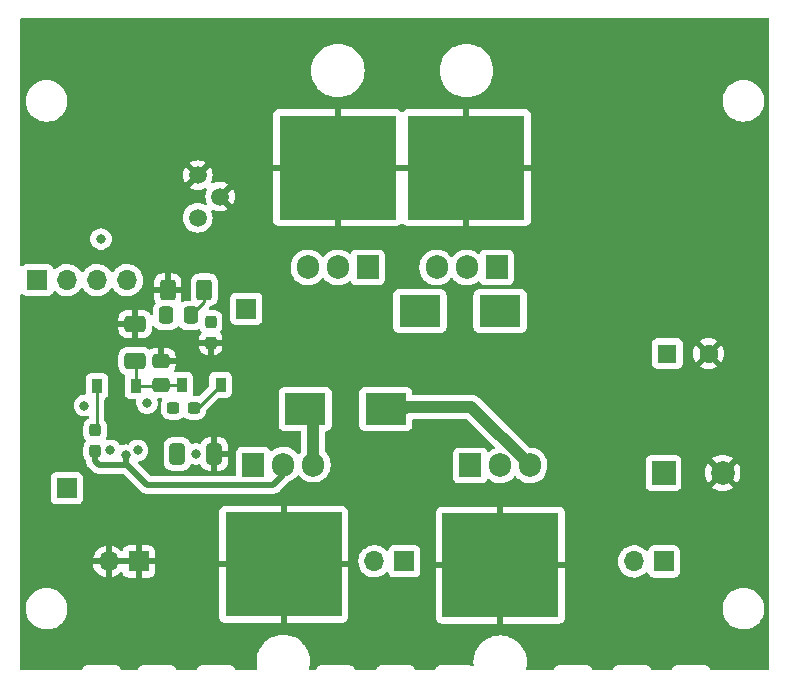
<source format=gbl>
G04 #@! TF.GenerationSoftware,KiCad,Pcbnew,(6.0.1)*
G04 #@! TF.CreationDate,2022-06-09T14:03:20-07:00*
G04 #@! TF.ProjectId,StereoPSRev1_2,53746572-656f-4505-9352-6576315f322e,rev?*
G04 #@! TF.SameCoordinates,Original*
G04 #@! TF.FileFunction,Copper,L4,Bot*
G04 #@! TF.FilePolarity,Positive*
%FSLAX46Y46*%
G04 Gerber Fmt 4.6, Leading zero omitted, Abs format (unit mm)*
G04 Created by KiCad (PCBNEW (6.0.1)) date 2022-06-09 14:03:20*
%MOMM*%
%LPD*%
G01*
G04 APERTURE LIST*
G04 Aperture macros list*
%AMRoundRect*
0 Rectangle with rounded corners*
0 $1 Rounding radius*
0 $2 $3 $4 $5 $6 $7 $8 $9 X,Y pos of 4 corners*
0 Add a 4 corners polygon primitive as box body*
4,1,4,$2,$3,$4,$5,$6,$7,$8,$9,$2,$3,0*
0 Add four circle primitives for the rounded corners*
1,1,$1+$1,$2,$3*
1,1,$1+$1,$4,$5*
1,1,$1+$1,$6,$7*
1,1,$1+$1,$8,$9*
0 Add four rect primitives between the rounded corners*
20,1,$1+$1,$2,$3,$4,$5,0*
20,1,$1+$1,$4,$5,$6,$7,0*
20,1,$1+$1,$6,$7,$8,$9,0*
20,1,$1+$1,$8,$9,$2,$3,0*%
G04 Aperture macros list end*
G04 #@! TA.AperFunction,ComponentPad*
%ADD10R,1.700000X1.700000*%
G04 #@! TD*
G04 #@! TA.AperFunction,ComponentPad*
%ADD11O,1.700000X1.700000*%
G04 #@! TD*
G04 #@! TA.AperFunction,ComponentPad*
%ADD12C,1.498600*%
G04 #@! TD*
G04 #@! TA.AperFunction,SMDPad,CuDef*
%ADD13RoundRect,0.250000X0.650000X-0.412500X0.650000X0.412500X-0.650000X0.412500X-0.650000X-0.412500X0*%
G04 #@! TD*
G04 #@! TA.AperFunction,SMDPad,CuDef*
%ADD14R,0.900000X1.200000*%
G04 #@! TD*
G04 #@! TA.AperFunction,ComponentPad*
%ADD15R,1.600000X1.600000*%
G04 #@! TD*
G04 #@! TA.AperFunction,ComponentPad*
%ADD16C,1.600000*%
G04 #@! TD*
G04 #@! TA.AperFunction,SMDPad,CuDef*
%ADD17R,3.500000X2.700000*%
G04 #@! TD*
G04 #@! TA.AperFunction,ComponentPad*
%ADD18R,1.905000X2.000000*%
G04 #@! TD*
G04 #@! TA.AperFunction,ComponentPad*
%ADD19O,1.905000X2.000000*%
G04 #@! TD*
G04 #@! TA.AperFunction,ComponentPad*
%ADD20C,1.524000*%
G04 #@! TD*
G04 #@! TA.AperFunction,SMDPad,CuDef*
%ADD21R,9.881000X8.881000*%
G04 #@! TD*
G04 #@! TA.AperFunction,SMDPad,CuDef*
%ADD22RoundRect,0.250000X-0.400000X-0.625000X0.400000X-0.625000X0.400000X0.625000X-0.400000X0.625000X0*%
G04 #@! TD*
G04 #@! TA.AperFunction,SMDPad,CuDef*
%ADD23RoundRect,0.237500X-0.300000X-0.237500X0.300000X-0.237500X0.300000X0.237500X-0.300000X0.237500X0*%
G04 #@! TD*
G04 #@! TA.AperFunction,ComponentPad*
%ADD24R,2.000000X2.000000*%
G04 #@! TD*
G04 #@! TA.AperFunction,ComponentPad*
%ADD25C,2.000000*%
G04 #@! TD*
G04 #@! TA.AperFunction,SMDPad,CuDef*
%ADD26RoundRect,0.250000X-0.337500X-0.475000X0.337500X-0.475000X0.337500X0.475000X-0.337500X0.475000X0*%
G04 #@! TD*
G04 #@! TA.AperFunction,SMDPad,CuDef*
%ADD27RoundRect,0.250000X-0.412500X-0.650000X0.412500X-0.650000X0.412500X0.650000X-0.412500X0.650000X0*%
G04 #@! TD*
G04 #@! TA.AperFunction,SMDPad,CuDef*
%ADD28RoundRect,0.250000X0.475000X-0.337500X0.475000X0.337500X-0.475000X0.337500X-0.475000X-0.337500X0*%
G04 #@! TD*
G04 #@! TA.AperFunction,SMDPad,CuDef*
%ADD29RoundRect,0.237500X0.237500X-0.300000X0.237500X0.300000X-0.237500X0.300000X-0.237500X-0.300000X0*%
G04 #@! TD*
G04 #@! TA.AperFunction,SMDPad,CuDef*
%ADD30RoundRect,0.237500X-0.237500X0.300000X-0.237500X-0.300000X0.237500X-0.300000X0.237500X0.300000X0*%
G04 #@! TD*
G04 #@! TA.AperFunction,ViaPad*
%ADD31C,0.800000*%
G04 #@! TD*
G04 #@! TA.AperFunction,Conductor*
%ADD32C,0.250000*%
G04 #@! TD*
G04 #@! TA.AperFunction,Conductor*
%ADD33C,1.000000*%
G04 #@! TD*
G04 #@! TA.AperFunction,Conductor*
%ADD34C,0.500000*%
G04 #@! TD*
G04 APERTURE END LIST*
D10*
X115000000Y-113500000D03*
D11*
X112460000Y-113500000D03*
D10*
X159470000Y-113500000D03*
D11*
X156930000Y-113500000D03*
D10*
X106400000Y-89675000D03*
D11*
X108940000Y-89675000D03*
X111480000Y-89675000D03*
X114020000Y-89675000D03*
D12*
X120000000Y-84400000D03*
X121900000Y-82600000D03*
X120000000Y-80800000D03*
D10*
X108900000Y-107300000D03*
X137495000Y-113475000D03*
D11*
X134955000Y-113475000D03*
D10*
X124100000Y-92100000D03*
D13*
X114688340Y-96507550D03*
X114688340Y-93382550D03*
D14*
X121938340Y-98545050D03*
X118638340Y-98545050D03*
D15*
X159747349Y-95900000D03*
D16*
X163247349Y-95900000D03*
D17*
X135900000Y-100600000D03*
X129100000Y-100600000D03*
D18*
X145300000Y-88600000D03*
D19*
X142760000Y-88600000D03*
X140220000Y-88600000D03*
D20*
X145800000Y-83100000D03*
X139800000Y-83100000D03*
D21*
X142740500Y-80159500D03*
D20*
X145800000Y-80100000D03*
X139815284Y-80088651D03*
X142800000Y-83100000D03*
X145800000Y-77100000D03*
X142800000Y-80100000D03*
X139800000Y-77100000D03*
X142800000Y-77100000D03*
D22*
X117450000Y-90500000D03*
X120550000Y-90500000D03*
D23*
X117937500Y-100500000D03*
X119662500Y-100500000D03*
D24*
X159432323Y-106000000D03*
D25*
X164432323Y-106000000D03*
D26*
X117308840Y-92670550D03*
X119383840Y-92670550D03*
D18*
X143060000Y-105370000D03*
D19*
X145600000Y-105370000D03*
X148140000Y-105370000D03*
D20*
X148560000Y-116870000D03*
X145560000Y-116870000D03*
X142560000Y-113870000D03*
X142560000Y-110870000D03*
X145560000Y-110870000D03*
D21*
X145619500Y-113810500D03*
D20*
X148544716Y-113881349D03*
X148560000Y-110870000D03*
X145560000Y-113870000D03*
X142560000Y-116870000D03*
D17*
X145600000Y-92300000D03*
X138800000Y-92300000D03*
D27*
X118275000Y-104400000D03*
X121400000Y-104400000D03*
D18*
X134400000Y-88600000D03*
D19*
X131860000Y-88600000D03*
X129320000Y-88600000D03*
D20*
X134900000Y-80100000D03*
X128900000Y-77100000D03*
X128900000Y-83100000D03*
X128915284Y-80088651D03*
X134900000Y-77100000D03*
D21*
X131840500Y-80159500D03*
D20*
X131900000Y-80100000D03*
X131900000Y-83100000D03*
X131900000Y-77100000D03*
X134900000Y-83100000D03*
D28*
X116888340Y-98582550D03*
X116888340Y-96507550D03*
D29*
X111300000Y-104125000D03*
X111300000Y-102400000D03*
D30*
X121101920Y-93237500D03*
X121101920Y-94962500D03*
D18*
X124700000Y-105300000D03*
D19*
X127240000Y-105300000D03*
X129780000Y-105300000D03*
D20*
X130200000Y-110800000D03*
D21*
X127259500Y-113740500D03*
D20*
X127200000Y-116800000D03*
X130200000Y-116800000D03*
X124200000Y-113800000D03*
X124200000Y-116800000D03*
X127200000Y-110800000D03*
X124200000Y-110800000D03*
X130184716Y-113811349D03*
X127200000Y-113800000D03*
D14*
X111458340Y-98645050D03*
X114758340Y-98645050D03*
D31*
X145700000Y-92200000D03*
X129100000Y-100600000D03*
X118300000Y-104400000D03*
X111800000Y-86200000D03*
X112600000Y-104100000D03*
X136600000Y-100500000D03*
X134700000Y-100500000D03*
X113900000Y-104500000D03*
X117800000Y-100500000D03*
X137700000Y-92300000D03*
X115700000Y-100100000D03*
X114900000Y-104100000D03*
X119837500Y-104400000D03*
X117300000Y-90800000D03*
X114500000Y-100500000D03*
X117000000Y-96600000D03*
X121000000Y-93200000D03*
X117333840Y-92670550D03*
X111300000Y-102400000D03*
X110400000Y-100300000D03*
X114801695Y-98601695D03*
X119700000Y-100500000D03*
D32*
X120550000Y-90500000D02*
X120550000Y-91504390D01*
X120550000Y-91504390D02*
X119383840Y-92670550D01*
D33*
X129780000Y-105300000D02*
X129780000Y-101280000D01*
X129780000Y-101280000D02*
X129100000Y-100600000D01*
X143170000Y-100400000D02*
X137700000Y-100400000D01*
D34*
X111600000Y-105300000D02*
X114000000Y-105300000D01*
X126400000Y-107000000D02*
X127240000Y-106160000D01*
X111300000Y-105000000D02*
X111600000Y-105300000D01*
X115700000Y-107000000D02*
X126400000Y-107000000D01*
X113900000Y-104500000D02*
X113900000Y-105200000D01*
X111300000Y-104125000D02*
X111300000Y-105000000D01*
X114000000Y-105300000D02*
X115700000Y-107000000D01*
X113900000Y-105200000D02*
X114000000Y-105300000D01*
D33*
X143170000Y-100400000D02*
X148140000Y-105370000D01*
D34*
X127240000Y-106160000D02*
X127240000Y-105300000D01*
D33*
X137700000Y-100400000D02*
X137500000Y-100600000D01*
D32*
X111458340Y-102241660D02*
X111300000Y-102400000D01*
X111458340Y-98645050D02*
X111458340Y-102241660D01*
X116893725Y-98577165D02*
X116888340Y-98582550D01*
X116825840Y-98645050D02*
X116888340Y-98582550D01*
X116925840Y-98545050D02*
X116893725Y-98577165D01*
X114758340Y-98645050D02*
X114758340Y-96577550D01*
X114758340Y-96577550D02*
X114688340Y-96507550D01*
X114758340Y-98645050D02*
X116825840Y-98645050D01*
X118638340Y-98545050D02*
X116925840Y-98545050D01*
X121938340Y-98545050D02*
X119983390Y-100500000D01*
X119983390Y-100500000D02*
X119700000Y-100500000D01*
G04 #@! TA.AperFunction,Conductor*
G36*
X168342121Y-67496002D02*
G01*
X168388614Y-67549658D01*
X168400000Y-67602000D01*
X168400003Y-95178493D01*
X168400005Y-117137993D01*
X168400005Y-122574000D01*
X168380003Y-122642121D01*
X168326347Y-122688614D01*
X168274006Y-122700000D01*
X166098857Y-122699995D01*
X163494834Y-122699989D01*
X163426713Y-122679987D01*
X163380220Y-122626331D01*
X163373686Y-122608619D01*
X163370954Y-122599062D01*
X163370953Y-122599061D01*
X163368488Y-122590435D01*
X163352726Y-122565452D01*
X163344596Y-122550386D01*
X163332367Y-122523490D01*
X163315626Y-122504061D01*
X163304521Y-122489053D01*
X163295630Y-122474961D01*
X163290840Y-122467369D01*
X163268703Y-122447818D01*
X163256659Y-122435626D01*
X163243239Y-122420051D01*
X163243237Y-122420050D01*
X163237381Y-122413253D01*
X163229853Y-122408374D01*
X163229850Y-122408371D01*
X163215861Y-122399304D01*
X163200987Y-122388014D01*
X163196640Y-122384175D01*
X163181772Y-122371044D01*
X163173646Y-122367229D01*
X163173645Y-122367228D01*
X163167979Y-122364568D01*
X163155034Y-122358490D01*
X163140065Y-122350176D01*
X163115273Y-122334107D01*
X163090709Y-122326761D01*
X163073264Y-122320099D01*
X163068827Y-122318016D01*
X163050052Y-122309201D01*
X163020870Y-122304657D01*
X163004151Y-122300874D01*
X162984464Y-122294986D01*
X162984461Y-122294985D01*
X162975859Y-122292413D01*
X162966884Y-122292358D01*
X162966883Y-122292358D01*
X162960190Y-122292317D01*
X162941444Y-122292203D01*
X162940672Y-122292170D01*
X162939577Y-122292000D01*
X162908702Y-122292000D01*
X162907932Y-122291998D01*
X162834284Y-122291548D01*
X162834283Y-122291548D01*
X162830348Y-122291524D01*
X162829004Y-122291908D01*
X162827659Y-122292000D01*
X160608702Y-122292000D01*
X160607932Y-122291998D01*
X160607078Y-122291993D01*
X160530348Y-122291524D01*
X160521719Y-122293990D01*
X160521714Y-122293991D01*
X160501952Y-122299639D01*
X160485191Y-122303217D01*
X160464848Y-122306130D01*
X160464838Y-122306133D01*
X160455955Y-122307405D01*
X160432605Y-122318021D01*
X160415093Y-122324464D01*
X160407057Y-122326761D01*
X160390435Y-122331512D01*
X160365452Y-122347274D01*
X160350386Y-122355404D01*
X160323490Y-122367633D01*
X160304061Y-122384374D01*
X160289053Y-122395479D01*
X160267369Y-122409160D01*
X160261427Y-122415888D01*
X160247819Y-122431296D01*
X160235627Y-122443340D01*
X160213253Y-122462619D01*
X160208374Y-122470147D01*
X160208371Y-122470150D01*
X160199304Y-122484139D01*
X160188014Y-122499013D01*
X160171044Y-122518228D01*
X160158490Y-122544966D01*
X160150176Y-122559935D01*
X160134107Y-122584727D01*
X160131535Y-122593327D01*
X160126761Y-122609290D01*
X160120113Y-122626706D01*
X160119987Y-122626975D01*
X160119746Y-122627489D01*
X160119740Y-122627501D01*
X160072697Y-122680675D01*
X160005672Y-122699982D01*
X159448489Y-122699981D01*
X158494830Y-122699978D01*
X158426709Y-122679976D01*
X158380216Y-122626320D01*
X158373681Y-122608603D01*
X158370954Y-122599062D01*
X158370953Y-122599061D01*
X158368488Y-122590435D01*
X158352726Y-122565452D01*
X158344596Y-122550386D01*
X158332367Y-122523490D01*
X158315626Y-122504061D01*
X158304521Y-122489053D01*
X158295630Y-122474961D01*
X158290840Y-122467369D01*
X158268703Y-122447818D01*
X158256659Y-122435626D01*
X158243239Y-122420051D01*
X158243237Y-122420050D01*
X158237381Y-122413253D01*
X158229853Y-122408374D01*
X158229850Y-122408371D01*
X158215861Y-122399304D01*
X158200987Y-122388014D01*
X158196640Y-122384175D01*
X158181772Y-122371044D01*
X158173646Y-122367229D01*
X158173645Y-122367228D01*
X158167979Y-122364568D01*
X158155034Y-122358490D01*
X158140065Y-122350176D01*
X158115273Y-122334107D01*
X158090709Y-122326761D01*
X158073264Y-122320099D01*
X158068827Y-122318016D01*
X158050052Y-122309201D01*
X158020870Y-122304657D01*
X158004151Y-122300874D01*
X157984464Y-122294986D01*
X157984461Y-122294985D01*
X157975859Y-122292413D01*
X157966884Y-122292358D01*
X157966883Y-122292358D01*
X157960190Y-122292317D01*
X157941444Y-122292203D01*
X157940672Y-122292170D01*
X157939577Y-122292000D01*
X157908702Y-122292000D01*
X157907932Y-122291998D01*
X157834284Y-122291548D01*
X157834283Y-122291548D01*
X157830348Y-122291524D01*
X157829004Y-122291908D01*
X157827659Y-122292000D01*
X155608702Y-122292000D01*
X155607932Y-122291998D01*
X155607078Y-122291993D01*
X155530348Y-122291524D01*
X155521719Y-122293990D01*
X155521714Y-122293991D01*
X155501952Y-122299639D01*
X155485191Y-122303217D01*
X155464848Y-122306130D01*
X155464838Y-122306133D01*
X155455955Y-122307405D01*
X155432605Y-122318021D01*
X155415093Y-122324464D01*
X155407057Y-122326761D01*
X155390435Y-122331512D01*
X155365452Y-122347274D01*
X155350386Y-122355404D01*
X155323490Y-122367633D01*
X155304061Y-122384374D01*
X155289053Y-122395479D01*
X155267369Y-122409160D01*
X155261427Y-122415888D01*
X155247819Y-122431296D01*
X155235627Y-122443340D01*
X155213253Y-122462619D01*
X155208374Y-122470147D01*
X155208371Y-122470150D01*
X155199304Y-122484139D01*
X155188014Y-122499013D01*
X155171044Y-122518228D01*
X155158490Y-122544966D01*
X155150176Y-122559935D01*
X155134107Y-122584727D01*
X155131535Y-122593327D01*
X155126761Y-122609290D01*
X155120104Y-122626725D01*
X155119736Y-122627509D01*
X155072684Y-122680676D01*
X155005676Y-122699971D01*
X154706752Y-122699970D01*
X153494827Y-122699967D01*
X153426706Y-122679965D01*
X153380213Y-122626309D01*
X153373678Y-122608592D01*
X153370954Y-122599063D01*
X153370953Y-122599061D01*
X153368488Y-122590435D01*
X153352726Y-122565452D01*
X153344596Y-122550386D01*
X153332367Y-122523490D01*
X153315626Y-122504061D01*
X153304521Y-122489053D01*
X153295630Y-122474961D01*
X153290840Y-122467369D01*
X153268703Y-122447818D01*
X153256659Y-122435626D01*
X153243239Y-122420051D01*
X153243237Y-122420050D01*
X153237381Y-122413253D01*
X153229853Y-122408374D01*
X153229850Y-122408371D01*
X153215861Y-122399304D01*
X153200987Y-122388014D01*
X153196640Y-122384175D01*
X153181772Y-122371044D01*
X153173646Y-122367229D01*
X153173645Y-122367228D01*
X153167979Y-122364568D01*
X153155034Y-122358490D01*
X153140065Y-122350176D01*
X153115273Y-122334107D01*
X153090709Y-122326761D01*
X153073264Y-122320099D01*
X153068827Y-122318016D01*
X153050052Y-122309201D01*
X153020870Y-122304657D01*
X153004151Y-122300874D01*
X152984464Y-122294986D01*
X152984461Y-122294985D01*
X152975859Y-122292413D01*
X152966884Y-122292358D01*
X152966883Y-122292358D01*
X152960190Y-122292317D01*
X152941444Y-122292203D01*
X152940672Y-122292170D01*
X152939577Y-122292000D01*
X152908702Y-122292000D01*
X152907932Y-122291998D01*
X152834284Y-122291548D01*
X152834283Y-122291548D01*
X152830348Y-122291524D01*
X152829004Y-122291908D01*
X152827659Y-122292000D01*
X150608702Y-122292000D01*
X150607932Y-122291998D01*
X150607078Y-122291993D01*
X150530348Y-122291524D01*
X150521719Y-122293990D01*
X150521714Y-122293991D01*
X150501952Y-122299639D01*
X150485191Y-122303217D01*
X150464848Y-122306130D01*
X150464838Y-122306133D01*
X150455955Y-122307405D01*
X150432605Y-122318021D01*
X150415093Y-122324464D01*
X150407057Y-122326761D01*
X150390435Y-122331512D01*
X150365452Y-122347274D01*
X150350386Y-122355404D01*
X150323490Y-122367633D01*
X150304061Y-122384374D01*
X150289053Y-122395479D01*
X150267369Y-122409160D01*
X150261427Y-122415888D01*
X150247819Y-122431296D01*
X150235627Y-122443340D01*
X150213253Y-122462619D01*
X150208374Y-122470147D01*
X150208371Y-122470150D01*
X150199304Y-122484139D01*
X150188014Y-122499013D01*
X150171044Y-122518228D01*
X150158490Y-122544966D01*
X150150176Y-122559935D01*
X150134107Y-122584727D01*
X150131535Y-122593327D01*
X150126761Y-122609290D01*
X150120096Y-122626742D01*
X150119740Y-122627501D01*
X150119732Y-122627518D01*
X150072671Y-122680676D01*
X150005681Y-122699960D01*
X149920482Y-122699960D01*
X147923016Y-122699955D01*
X147854895Y-122679953D01*
X147808402Y-122626297D01*
X147799437Y-122549374D01*
X147843179Y-122329468D01*
X147843983Y-122325426D01*
X147844333Y-122320099D01*
X147863076Y-122034119D01*
X147863346Y-122030000D01*
X147843983Y-121734574D01*
X147786224Y-121444203D01*
X147762463Y-121374203D01*
X147692385Y-121167761D01*
X147692384Y-121167760D01*
X147691059Y-121163855D01*
X147560115Y-120898327D01*
X147520744Y-120839405D01*
X147397926Y-120655593D01*
X147397922Y-120655588D01*
X147395633Y-120652162D01*
X147392919Y-120649068D01*
X147392915Y-120649062D01*
X147203136Y-120432662D01*
X147200427Y-120429573D01*
X147117519Y-120356864D01*
X146980938Y-120237085D01*
X146980932Y-120237081D01*
X146977838Y-120234367D01*
X146974412Y-120232078D01*
X146974407Y-120232074D01*
X146735106Y-120072179D01*
X146731673Y-120069885D01*
X146727974Y-120068061D01*
X146727969Y-120068058D01*
X146586022Y-119998058D01*
X146466145Y-119938941D01*
X146462239Y-119937615D01*
X146189710Y-119845104D01*
X146189706Y-119845103D01*
X146185797Y-119843776D01*
X146181753Y-119842972D01*
X146181747Y-119842970D01*
X145899465Y-119786820D01*
X145899459Y-119786819D01*
X145895426Y-119786017D01*
X145891321Y-119785748D01*
X145891314Y-119785747D01*
X145604119Y-119766924D01*
X145600000Y-119766654D01*
X145595881Y-119766924D01*
X145308686Y-119785747D01*
X145308679Y-119785748D01*
X145304574Y-119786017D01*
X145300541Y-119786819D01*
X145300535Y-119786820D01*
X145018253Y-119842970D01*
X145018247Y-119842972D01*
X145014203Y-119843776D01*
X145010294Y-119845103D01*
X145010290Y-119845104D01*
X144737761Y-119937615D01*
X144733855Y-119938941D01*
X144613978Y-119998058D01*
X144472031Y-120068058D01*
X144472026Y-120068061D01*
X144468327Y-120069885D01*
X144464894Y-120072179D01*
X144225593Y-120232074D01*
X144225588Y-120232078D01*
X144222162Y-120234367D01*
X144219068Y-120237081D01*
X144219062Y-120237085D01*
X144082481Y-120356864D01*
X143999573Y-120429573D01*
X143996864Y-120432662D01*
X143807085Y-120649062D01*
X143807081Y-120649068D01*
X143804367Y-120652162D01*
X143802078Y-120655588D01*
X143802074Y-120655593D01*
X143679256Y-120839405D01*
X143639885Y-120898327D01*
X143508941Y-121163855D01*
X143507616Y-121167760D01*
X143507615Y-121167761D01*
X143437538Y-121374203D01*
X143413776Y-121444203D01*
X143356017Y-121734574D01*
X143336654Y-122030000D01*
X143336924Y-122034119D01*
X143350672Y-122243875D01*
X143335168Y-122313158D01*
X143284668Y-122363061D01*
X143215206Y-122377739D01*
X143171397Y-122366173D01*
X143155030Y-122358488D01*
X143140065Y-122350176D01*
X143115273Y-122334107D01*
X143090709Y-122326761D01*
X143073264Y-122320099D01*
X143068827Y-122318016D01*
X143050052Y-122309201D01*
X143020870Y-122304657D01*
X143004151Y-122300874D01*
X142984464Y-122294986D01*
X142984461Y-122294985D01*
X142975859Y-122292413D01*
X142966884Y-122292358D01*
X142966883Y-122292358D01*
X142960190Y-122292317D01*
X142941444Y-122292203D01*
X142940672Y-122292170D01*
X142939577Y-122292000D01*
X142908702Y-122292000D01*
X142907932Y-122291998D01*
X142834284Y-122291548D01*
X142834283Y-122291548D01*
X142830348Y-122291524D01*
X142829004Y-122291908D01*
X142827659Y-122292000D01*
X140608702Y-122292000D01*
X140607932Y-122291998D01*
X140607078Y-122291993D01*
X140530348Y-122291524D01*
X140521719Y-122293990D01*
X140521714Y-122293991D01*
X140501952Y-122299639D01*
X140485191Y-122303217D01*
X140464848Y-122306130D01*
X140464838Y-122306133D01*
X140455955Y-122307405D01*
X140432605Y-122318021D01*
X140415093Y-122324464D01*
X140407057Y-122326761D01*
X140390435Y-122331512D01*
X140365452Y-122347274D01*
X140350386Y-122355404D01*
X140323490Y-122367633D01*
X140304061Y-122384374D01*
X140289053Y-122395479D01*
X140267369Y-122409160D01*
X140261427Y-122415888D01*
X140247819Y-122431296D01*
X140235627Y-122443340D01*
X140213253Y-122462619D01*
X140208374Y-122470147D01*
X140208371Y-122470150D01*
X140199304Y-122484139D01*
X140188014Y-122499013D01*
X140171044Y-122518228D01*
X140158490Y-122544966D01*
X140150176Y-122559935D01*
X140134107Y-122584727D01*
X140131535Y-122593327D01*
X140126761Y-122609290D01*
X140120075Y-122626786D01*
X140119722Y-122627537D01*
X140072642Y-122680678D01*
X140005691Y-122699938D01*
X138823850Y-122699936D01*
X138494818Y-122699935D01*
X138426697Y-122679933D01*
X138380204Y-122626277D01*
X138373669Y-122608561D01*
X138370954Y-122599061D01*
X138370953Y-122599058D01*
X138368488Y-122590435D01*
X138352726Y-122565452D01*
X138344596Y-122550386D01*
X138332367Y-122523490D01*
X138315626Y-122504061D01*
X138304521Y-122489053D01*
X138295630Y-122474961D01*
X138290840Y-122467369D01*
X138268703Y-122447818D01*
X138256659Y-122435626D01*
X138243239Y-122420051D01*
X138243237Y-122420050D01*
X138237381Y-122413253D01*
X138229853Y-122408374D01*
X138229850Y-122408371D01*
X138215861Y-122399304D01*
X138200987Y-122388014D01*
X138196640Y-122384175D01*
X138181772Y-122371044D01*
X138173646Y-122367229D01*
X138173645Y-122367228D01*
X138167979Y-122364568D01*
X138155034Y-122358490D01*
X138140065Y-122350176D01*
X138115273Y-122334107D01*
X138090709Y-122326761D01*
X138073264Y-122320099D01*
X138068827Y-122318016D01*
X138050052Y-122309201D01*
X138020870Y-122304657D01*
X138004151Y-122300874D01*
X137984464Y-122294986D01*
X137984461Y-122294985D01*
X137975859Y-122292413D01*
X137966884Y-122292358D01*
X137966883Y-122292358D01*
X137960190Y-122292317D01*
X137941444Y-122292203D01*
X137940672Y-122292170D01*
X137939577Y-122292000D01*
X137908702Y-122292000D01*
X137907932Y-122291998D01*
X137834284Y-122291548D01*
X137834283Y-122291548D01*
X137830348Y-122291524D01*
X137829004Y-122291908D01*
X137827659Y-122292000D01*
X135608702Y-122292000D01*
X135607932Y-122291998D01*
X135607078Y-122291993D01*
X135530348Y-122291524D01*
X135521719Y-122293990D01*
X135521714Y-122293991D01*
X135501952Y-122299639D01*
X135485191Y-122303217D01*
X135464848Y-122306130D01*
X135464838Y-122306133D01*
X135455955Y-122307405D01*
X135432605Y-122318021D01*
X135415093Y-122324464D01*
X135407057Y-122326761D01*
X135390435Y-122331512D01*
X135365452Y-122347274D01*
X135350386Y-122355404D01*
X135323490Y-122367633D01*
X135304061Y-122384374D01*
X135289053Y-122395479D01*
X135267369Y-122409160D01*
X135261427Y-122415888D01*
X135247819Y-122431296D01*
X135235627Y-122443340D01*
X135213253Y-122462619D01*
X135208374Y-122470147D01*
X135208371Y-122470150D01*
X135199304Y-122484139D01*
X135188014Y-122499013D01*
X135171044Y-122518228D01*
X135158490Y-122544966D01*
X135150176Y-122559935D01*
X135134107Y-122584727D01*
X135131535Y-122593327D01*
X135126761Y-122609290D01*
X135120093Y-122626748D01*
X135119745Y-122627489D01*
X135072683Y-122680646D01*
X135005698Y-122699927D01*
X133394814Y-122699924D01*
X133326694Y-122679922D01*
X133280201Y-122626266D01*
X133273667Y-122608551D01*
X133270956Y-122599066D01*
X133270953Y-122599059D01*
X133268488Y-122590435D01*
X133252726Y-122565452D01*
X133244596Y-122550386D01*
X133232367Y-122523490D01*
X133215626Y-122504061D01*
X133204521Y-122489053D01*
X133195630Y-122474961D01*
X133190840Y-122467369D01*
X133168703Y-122447818D01*
X133156659Y-122435626D01*
X133143239Y-122420051D01*
X133143237Y-122420050D01*
X133137381Y-122413253D01*
X133129853Y-122408374D01*
X133129850Y-122408371D01*
X133115861Y-122399304D01*
X133100987Y-122388014D01*
X133096640Y-122384175D01*
X133081772Y-122371044D01*
X133073646Y-122367229D01*
X133073645Y-122367228D01*
X133067979Y-122364568D01*
X133055034Y-122358490D01*
X133040065Y-122350176D01*
X133015273Y-122334107D01*
X132990709Y-122326761D01*
X132973264Y-122320099D01*
X132968827Y-122318016D01*
X132950052Y-122309201D01*
X132920870Y-122304657D01*
X132904151Y-122300874D01*
X132884464Y-122294986D01*
X132884461Y-122294985D01*
X132875859Y-122292413D01*
X132866884Y-122292358D01*
X132866883Y-122292358D01*
X132860190Y-122292317D01*
X132841444Y-122292203D01*
X132840672Y-122292170D01*
X132839577Y-122292000D01*
X132808702Y-122292000D01*
X132807932Y-122291998D01*
X132734284Y-122291548D01*
X132734283Y-122291548D01*
X132730348Y-122291524D01*
X132729004Y-122291908D01*
X132727659Y-122292000D01*
X130508702Y-122292000D01*
X130507932Y-122291998D01*
X130507078Y-122291993D01*
X130430348Y-122291524D01*
X130421719Y-122293990D01*
X130421714Y-122293991D01*
X130401952Y-122299639D01*
X130385191Y-122303217D01*
X130364848Y-122306130D01*
X130364838Y-122306133D01*
X130355955Y-122307405D01*
X130332605Y-122318021D01*
X130315093Y-122324464D01*
X130307057Y-122326761D01*
X130290435Y-122331512D01*
X130265452Y-122347274D01*
X130250386Y-122355404D01*
X130223490Y-122367633D01*
X130204061Y-122384374D01*
X130189053Y-122395479D01*
X130167369Y-122409160D01*
X130161427Y-122415888D01*
X130147819Y-122431296D01*
X130135627Y-122443340D01*
X130113253Y-122462619D01*
X130108374Y-122470147D01*
X130108371Y-122470150D01*
X130099304Y-122484139D01*
X130088014Y-122499013D01*
X130071044Y-122518228D01*
X130058490Y-122544966D01*
X130050176Y-122559935D01*
X130034107Y-122584727D01*
X130031535Y-122593327D01*
X130026761Y-122609290D01*
X130020115Y-122626702D01*
X130019788Y-122627400D01*
X130019773Y-122627431D01*
X129972732Y-122680607D01*
X129905702Y-122699916D01*
X129548855Y-122699915D01*
X129480734Y-122679913D01*
X129434241Y-122626257D01*
X129424138Y-122555983D01*
X129426228Y-122545798D01*
X129426224Y-122545797D01*
X129483180Y-122259465D01*
X129483181Y-122259459D01*
X129483983Y-122255426D01*
X129484741Y-122243875D01*
X129503076Y-121964119D01*
X129503346Y-121960000D01*
X129501992Y-121939340D01*
X129484253Y-121668686D01*
X129484252Y-121668679D01*
X129483983Y-121664574D01*
X129426224Y-121374203D01*
X129353566Y-121160157D01*
X129332385Y-121097761D01*
X129332384Y-121097760D01*
X129331059Y-121093855D01*
X129200115Y-120828327D01*
X129084698Y-120655593D01*
X129037926Y-120585593D01*
X129037922Y-120585588D01*
X129035633Y-120582162D01*
X129032919Y-120579068D01*
X129032915Y-120579062D01*
X128843136Y-120362662D01*
X128840427Y-120359573D01*
X128700757Y-120237085D01*
X128620938Y-120167085D01*
X128620932Y-120167081D01*
X128617838Y-120164367D01*
X128614412Y-120162078D01*
X128614407Y-120162074D01*
X128375106Y-120002179D01*
X128371673Y-119999885D01*
X128367974Y-119998061D01*
X128367969Y-119998058D01*
X128231687Y-119930852D01*
X128106145Y-119868941D01*
X128102239Y-119867615D01*
X127829710Y-119775104D01*
X127829706Y-119775103D01*
X127825797Y-119773776D01*
X127821753Y-119772972D01*
X127821747Y-119772970D01*
X127539465Y-119716820D01*
X127539459Y-119716819D01*
X127535426Y-119716017D01*
X127531321Y-119715748D01*
X127531314Y-119715747D01*
X127244119Y-119696924D01*
X127240000Y-119696654D01*
X127235881Y-119696924D01*
X126948686Y-119715747D01*
X126948679Y-119715748D01*
X126944574Y-119716017D01*
X126940541Y-119716819D01*
X126940535Y-119716820D01*
X126658253Y-119772970D01*
X126658247Y-119772972D01*
X126654203Y-119773776D01*
X126650294Y-119775103D01*
X126650290Y-119775104D01*
X126377761Y-119867615D01*
X126373855Y-119868941D01*
X126248313Y-119930852D01*
X126112031Y-119998058D01*
X126112026Y-119998061D01*
X126108327Y-119999885D01*
X126104894Y-120002179D01*
X125865593Y-120162074D01*
X125865588Y-120162078D01*
X125862162Y-120164367D01*
X125859068Y-120167081D01*
X125859062Y-120167085D01*
X125779243Y-120237085D01*
X125639573Y-120359573D01*
X125636864Y-120362662D01*
X125447085Y-120579062D01*
X125447081Y-120579068D01*
X125444367Y-120582162D01*
X125442078Y-120585588D01*
X125442074Y-120585593D01*
X125395302Y-120655593D01*
X125279885Y-120828327D01*
X125148941Y-121093855D01*
X125147616Y-121097760D01*
X125147615Y-121097761D01*
X125126435Y-121160157D01*
X125053776Y-121374203D01*
X124996017Y-121664574D01*
X124995748Y-121668679D01*
X124995747Y-121668686D01*
X124978008Y-121939340D01*
X124976654Y-121960000D01*
X124976924Y-121964119D01*
X124995260Y-122243875D01*
X124996017Y-122255426D01*
X124996819Y-122259459D01*
X124996820Y-122259465D01*
X125053776Y-122545797D01*
X125052737Y-122546004D01*
X125051159Y-122612273D01*
X125011364Y-122671068D01*
X124946099Y-122699015D01*
X124931152Y-122699905D01*
X123294809Y-122699902D01*
X123226688Y-122679900D01*
X123180195Y-122626244D01*
X123173661Y-122608531D01*
X123170955Y-122599063D01*
X123170952Y-122599057D01*
X123168488Y-122590435D01*
X123152726Y-122565452D01*
X123144596Y-122550386D01*
X123132367Y-122523490D01*
X123115626Y-122504061D01*
X123104521Y-122489053D01*
X123095630Y-122474961D01*
X123090840Y-122467369D01*
X123068703Y-122447818D01*
X123056659Y-122435626D01*
X123043239Y-122420051D01*
X123043237Y-122420050D01*
X123037381Y-122413253D01*
X123029853Y-122408374D01*
X123029850Y-122408371D01*
X123015861Y-122399304D01*
X123000987Y-122388014D01*
X122996640Y-122384175D01*
X122981772Y-122371044D01*
X122973646Y-122367229D01*
X122973645Y-122367228D01*
X122967979Y-122364568D01*
X122955034Y-122358490D01*
X122940065Y-122350176D01*
X122915273Y-122334107D01*
X122890709Y-122326761D01*
X122873264Y-122320099D01*
X122868827Y-122318016D01*
X122850052Y-122309201D01*
X122820870Y-122304657D01*
X122804151Y-122300874D01*
X122784464Y-122294986D01*
X122784461Y-122294985D01*
X122775859Y-122292413D01*
X122766884Y-122292358D01*
X122766883Y-122292358D01*
X122760190Y-122292317D01*
X122741444Y-122292203D01*
X122740672Y-122292170D01*
X122739577Y-122292000D01*
X122708702Y-122292000D01*
X122707932Y-122291998D01*
X122634284Y-122291548D01*
X122634283Y-122291548D01*
X122630348Y-122291524D01*
X122629004Y-122291908D01*
X122627659Y-122292000D01*
X120408702Y-122292000D01*
X120407932Y-122291998D01*
X120407078Y-122291993D01*
X120330348Y-122291524D01*
X120321719Y-122293990D01*
X120321714Y-122293991D01*
X120301952Y-122299639D01*
X120285191Y-122303217D01*
X120264848Y-122306130D01*
X120264838Y-122306133D01*
X120255955Y-122307405D01*
X120232605Y-122318021D01*
X120215093Y-122324464D01*
X120207057Y-122326761D01*
X120190435Y-122331512D01*
X120165452Y-122347274D01*
X120150386Y-122355404D01*
X120123490Y-122367633D01*
X120104061Y-122384374D01*
X120089053Y-122395479D01*
X120067369Y-122409160D01*
X120061427Y-122415888D01*
X120047819Y-122431296D01*
X120035627Y-122443340D01*
X120013253Y-122462619D01*
X120008374Y-122470147D01*
X120008371Y-122470150D01*
X119999304Y-122484139D01*
X119988014Y-122499013D01*
X119971044Y-122518228D01*
X119958490Y-122544966D01*
X119950176Y-122559935D01*
X119934107Y-122584727D01*
X119931535Y-122593327D01*
X119926761Y-122609290D01*
X119920095Y-122626744D01*
X119919763Y-122627451D01*
X119872703Y-122680610D01*
X119805712Y-122699894D01*
X118348512Y-122699891D01*
X118294806Y-122699891D01*
X118226685Y-122679889D01*
X118180192Y-122626233D01*
X118173658Y-122608521D01*
X118170954Y-122599062D01*
X118170953Y-122599061D01*
X118168488Y-122590435D01*
X118152726Y-122565452D01*
X118144596Y-122550386D01*
X118132367Y-122523490D01*
X118115626Y-122504061D01*
X118104521Y-122489053D01*
X118095630Y-122474961D01*
X118090840Y-122467369D01*
X118068703Y-122447818D01*
X118056659Y-122435626D01*
X118043239Y-122420051D01*
X118043237Y-122420050D01*
X118037381Y-122413253D01*
X118029853Y-122408374D01*
X118029850Y-122408371D01*
X118015861Y-122399304D01*
X118000987Y-122388014D01*
X117996640Y-122384175D01*
X117981772Y-122371044D01*
X117973646Y-122367229D01*
X117973645Y-122367228D01*
X117967979Y-122364568D01*
X117955034Y-122358490D01*
X117940065Y-122350176D01*
X117915273Y-122334107D01*
X117890709Y-122326761D01*
X117873264Y-122320099D01*
X117868827Y-122318016D01*
X117850052Y-122309201D01*
X117820870Y-122304657D01*
X117804151Y-122300874D01*
X117784464Y-122294986D01*
X117784461Y-122294985D01*
X117775859Y-122292413D01*
X117766884Y-122292358D01*
X117766883Y-122292358D01*
X117760190Y-122292317D01*
X117741444Y-122292203D01*
X117740672Y-122292170D01*
X117739577Y-122292000D01*
X117708702Y-122292000D01*
X117707932Y-122291998D01*
X117634284Y-122291548D01*
X117634283Y-122291548D01*
X117630348Y-122291524D01*
X117629004Y-122291908D01*
X117627659Y-122292000D01*
X115408702Y-122292000D01*
X115407932Y-122291998D01*
X115407078Y-122291993D01*
X115330348Y-122291524D01*
X115321719Y-122293990D01*
X115321714Y-122293991D01*
X115301952Y-122299639D01*
X115285191Y-122303217D01*
X115264848Y-122306130D01*
X115264838Y-122306133D01*
X115255955Y-122307405D01*
X115232605Y-122318021D01*
X115215093Y-122324464D01*
X115207057Y-122326761D01*
X115190435Y-122331512D01*
X115165452Y-122347274D01*
X115150386Y-122355404D01*
X115123490Y-122367633D01*
X115104061Y-122384374D01*
X115089053Y-122395479D01*
X115067369Y-122409160D01*
X115061427Y-122415888D01*
X115047819Y-122431296D01*
X115035627Y-122443340D01*
X115013253Y-122462619D01*
X115008374Y-122470147D01*
X115008371Y-122470150D01*
X114999304Y-122484139D01*
X114988014Y-122499013D01*
X114971044Y-122518228D01*
X114958490Y-122544966D01*
X114950176Y-122559935D01*
X114934107Y-122584727D01*
X114931535Y-122593327D01*
X114926761Y-122609290D01*
X114920114Y-122626703D01*
X114919787Y-122627400D01*
X114872746Y-122680576D01*
X114805719Y-122699883D01*
X113594802Y-122699881D01*
X113526682Y-122679879D01*
X113480189Y-122626223D01*
X113473655Y-122608510D01*
X113470955Y-122599063D01*
X113470952Y-122599057D01*
X113468488Y-122590435D01*
X113452726Y-122565452D01*
X113444596Y-122550386D01*
X113432367Y-122523490D01*
X113415626Y-122504061D01*
X113404521Y-122489053D01*
X113395630Y-122474961D01*
X113390840Y-122467369D01*
X113368703Y-122447818D01*
X113356659Y-122435626D01*
X113343239Y-122420051D01*
X113343237Y-122420050D01*
X113337381Y-122413253D01*
X113329853Y-122408374D01*
X113329850Y-122408371D01*
X113315861Y-122399304D01*
X113300987Y-122388014D01*
X113296640Y-122384175D01*
X113281772Y-122371044D01*
X113273646Y-122367229D01*
X113273645Y-122367228D01*
X113267979Y-122364568D01*
X113255034Y-122358490D01*
X113240065Y-122350176D01*
X113215273Y-122334107D01*
X113190709Y-122326761D01*
X113173264Y-122320099D01*
X113168827Y-122318016D01*
X113150052Y-122309201D01*
X113120870Y-122304657D01*
X113104151Y-122300874D01*
X113084464Y-122294986D01*
X113084461Y-122294985D01*
X113075859Y-122292413D01*
X113066884Y-122292358D01*
X113066883Y-122292358D01*
X113060190Y-122292317D01*
X113041444Y-122292203D01*
X113040672Y-122292170D01*
X113039577Y-122292000D01*
X113008702Y-122292000D01*
X113007932Y-122291998D01*
X112934284Y-122291548D01*
X112934283Y-122291548D01*
X112930348Y-122291524D01*
X112929004Y-122291908D01*
X112927659Y-122292000D01*
X110708702Y-122292000D01*
X110707932Y-122291998D01*
X110707078Y-122291993D01*
X110630348Y-122291524D01*
X110621719Y-122293990D01*
X110621714Y-122293991D01*
X110601952Y-122299639D01*
X110585191Y-122303217D01*
X110564848Y-122306130D01*
X110564838Y-122306133D01*
X110555955Y-122307405D01*
X110532605Y-122318021D01*
X110515093Y-122324464D01*
X110507057Y-122326761D01*
X110490435Y-122331512D01*
X110465452Y-122347274D01*
X110450386Y-122355404D01*
X110423490Y-122367633D01*
X110404061Y-122384374D01*
X110389053Y-122395479D01*
X110367369Y-122409160D01*
X110361427Y-122415888D01*
X110347819Y-122431296D01*
X110335627Y-122443340D01*
X110313253Y-122462619D01*
X110308374Y-122470147D01*
X110308371Y-122470150D01*
X110299304Y-122484139D01*
X110288014Y-122499013D01*
X110271044Y-122518228D01*
X110258490Y-122544966D01*
X110250176Y-122559935D01*
X110234107Y-122584727D01*
X110231535Y-122593327D01*
X110226761Y-122609290D01*
X110220104Y-122626725D01*
X110219782Y-122627411D01*
X110172730Y-122680578D01*
X110105722Y-122699873D01*
X105096028Y-122699862D01*
X105027907Y-122679860D01*
X104981414Y-122626204D01*
X104970028Y-122573839D01*
X104970925Y-117607655D01*
X105439858Y-117607655D01*
X105475104Y-117866638D01*
X105476412Y-117871124D01*
X105476412Y-117871126D01*
X105496098Y-117938664D01*
X105548243Y-118117567D01*
X105657668Y-118354928D01*
X105660231Y-118358837D01*
X105798410Y-118569596D01*
X105798414Y-118569601D01*
X105800976Y-118573509D01*
X105975018Y-118768506D01*
X106175970Y-118935637D01*
X106179973Y-118938066D01*
X106395422Y-119068804D01*
X106395426Y-119068806D01*
X106399419Y-119071229D01*
X106640455Y-119172303D01*
X106893783Y-119236641D01*
X106898434Y-119237109D01*
X106898438Y-119237110D01*
X107091308Y-119256531D01*
X107110867Y-119258500D01*
X107266354Y-119258500D01*
X107268679Y-119258327D01*
X107268685Y-119258327D01*
X107456000Y-119244407D01*
X107456004Y-119244406D01*
X107460652Y-119244061D01*
X107465200Y-119243032D01*
X107465206Y-119243031D01*
X107651601Y-119200853D01*
X107715577Y-119186377D01*
X107751769Y-119172303D01*
X107954824Y-119093340D01*
X107954827Y-119093339D01*
X107959177Y-119091647D01*
X108186098Y-118961951D01*
X108391357Y-118800138D01*
X108570443Y-118609763D01*
X108719424Y-118395009D01*
X108721492Y-118390816D01*
X108802933Y-118225669D01*
X121811001Y-118225669D01*
X121811371Y-118232490D01*
X121816895Y-118283352D01*
X121820521Y-118298604D01*
X121865676Y-118419054D01*
X121874214Y-118434649D01*
X121950715Y-118536724D01*
X121963276Y-118549285D01*
X122065351Y-118625786D01*
X122080946Y-118634324D01*
X122201394Y-118679478D01*
X122216649Y-118683105D01*
X122267514Y-118688631D01*
X122274328Y-118689000D01*
X126987385Y-118689000D01*
X127002624Y-118684525D01*
X127003829Y-118683135D01*
X127005500Y-118675452D01*
X127005500Y-118670884D01*
X127513500Y-118670884D01*
X127517975Y-118686123D01*
X127519365Y-118687328D01*
X127527048Y-118688999D01*
X132244669Y-118688999D01*
X132251490Y-118688629D01*
X132302352Y-118683105D01*
X132317604Y-118679479D01*
X132438054Y-118634324D01*
X132453649Y-118625786D01*
X132555724Y-118549285D01*
X132568285Y-118536724D01*
X132644786Y-118434649D01*
X132653324Y-118419054D01*
X132698478Y-118298606D01*
X132699176Y-118295669D01*
X140171001Y-118295669D01*
X140171371Y-118302490D01*
X140176895Y-118353352D01*
X140180521Y-118368604D01*
X140225676Y-118489054D01*
X140234214Y-118504649D01*
X140310715Y-118606724D01*
X140323276Y-118619285D01*
X140425351Y-118695786D01*
X140440946Y-118704324D01*
X140561394Y-118749478D01*
X140576649Y-118753105D01*
X140627514Y-118758631D01*
X140634328Y-118759000D01*
X145347385Y-118759000D01*
X145362624Y-118754525D01*
X145363829Y-118753135D01*
X145365500Y-118745452D01*
X145365500Y-118740884D01*
X145873500Y-118740884D01*
X145877975Y-118756123D01*
X145879365Y-118757328D01*
X145887048Y-118758999D01*
X150604669Y-118758999D01*
X150611490Y-118758629D01*
X150662352Y-118753105D01*
X150677604Y-118749479D01*
X150798054Y-118704324D01*
X150813649Y-118695786D01*
X150915724Y-118619285D01*
X150928285Y-118606724D01*
X151004786Y-118504649D01*
X151013324Y-118489054D01*
X151058478Y-118368606D01*
X151062105Y-118353351D01*
X151067631Y-118302486D01*
X151068000Y-118295672D01*
X151068000Y-117607655D01*
X164439858Y-117607655D01*
X164475104Y-117866638D01*
X164476412Y-117871124D01*
X164476412Y-117871126D01*
X164496098Y-117938664D01*
X164548243Y-118117567D01*
X164657668Y-118354928D01*
X164660231Y-118358837D01*
X164798410Y-118569596D01*
X164798414Y-118569601D01*
X164800976Y-118573509D01*
X164975018Y-118768506D01*
X165175970Y-118935637D01*
X165179973Y-118938066D01*
X165395422Y-119068804D01*
X165395426Y-119068806D01*
X165399419Y-119071229D01*
X165640455Y-119172303D01*
X165893783Y-119236641D01*
X165898434Y-119237109D01*
X165898438Y-119237110D01*
X166091308Y-119256531D01*
X166110867Y-119258500D01*
X166266354Y-119258500D01*
X166268679Y-119258327D01*
X166268685Y-119258327D01*
X166456000Y-119244407D01*
X166456004Y-119244406D01*
X166460652Y-119244061D01*
X166465200Y-119243032D01*
X166465206Y-119243031D01*
X166651601Y-119200853D01*
X166715577Y-119186377D01*
X166751769Y-119172303D01*
X166954824Y-119093340D01*
X166954827Y-119093339D01*
X166959177Y-119091647D01*
X167186098Y-118961951D01*
X167391357Y-118800138D01*
X167570443Y-118609763D01*
X167719424Y-118395009D01*
X167721492Y-118390816D01*
X167832960Y-118164781D01*
X167832961Y-118164778D01*
X167835025Y-118160593D01*
X167914707Y-117911665D01*
X167956721Y-117653693D01*
X167960142Y-117392345D01*
X167924896Y-117133362D01*
X167910473Y-117083877D01*
X167853068Y-116886932D01*
X167851757Y-116882433D01*
X167742332Y-116645072D01*
X167709519Y-116595024D01*
X167601590Y-116430404D01*
X167601586Y-116430399D01*
X167599024Y-116426491D01*
X167424982Y-116231494D01*
X167224030Y-116064363D01*
X167176844Y-116035730D01*
X167004578Y-115931196D01*
X167004574Y-115931194D01*
X167000581Y-115928771D01*
X166759545Y-115827697D01*
X166506217Y-115763359D01*
X166501566Y-115762891D01*
X166501562Y-115762890D01*
X166292271Y-115741816D01*
X166289133Y-115741500D01*
X166133646Y-115741500D01*
X166131321Y-115741673D01*
X166131315Y-115741673D01*
X165944000Y-115755593D01*
X165943996Y-115755594D01*
X165939348Y-115755939D01*
X165934800Y-115756968D01*
X165934794Y-115756969D01*
X165748399Y-115799147D01*
X165684423Y-115813623D01*
X165680071Y-115815315D01*
X165680069Y-115815316D01*
X165445176Y-115906660D01*
X165445173Y-115906661D01*
X165440823Y-115908353D01*
X165213902Y-116038049D01*
X165008643Y-116199862D01*
X164829557Y-116390237D01*
X164680576Y-116604991D01*
X164564975Y-116839407D01*
X164485293Y-117088335D01*
X164443279Y-117346307D01*
X164439858Y-117607655D01*
X151068000Y-117607655D01*
X151068000Y-114082615D01*
X151063525Y-114067376D01*
X151062135Y-114066171D01*
X151054452Y-114064500D01*
X145891615Y-114064500D01*
X145876376Y-114068975D01*
X145875171Y-114070365D01*
X145873500Y-114078048D01*
X145873500Y-118740884D01*
X145365500Y-118740884D01*
X145365500Y-114082615D01*
X145361025Y-114067376D01*
X145359635Y-114066171D01*
X145351952Y-114064500D01*
X140189116Y-114064500D01*
X140173877Y-114068975D01*
X140172672Y-114070365D01*
X140171001Y-114078048D01*
X140171001Y-118295669D01*
X132699176Y-118295669D01*
X132702105Y-118283351D01*
X132707631Y-118232486D01*
X132708000Y-118225672D01*
X132708000Y-114012615D01*
X132703525Y-113997376D01*
X132702135Y-113996171D01*
X132694452Y-113994500D01*
X127531615Y-113994500D01*
X127516376Y-113998975D01*
X127515171Y-114000365D01*
X127513500Y-114008048D01*
X127513500Y-118670884D01*
X127005500Y-118670884D01*
X127005500Y-114012615D01*
X127001025Y-113997376D01*
X126999635Y-113996171D01*
X126991952Y-113994500D01*
X121829116Y-113994500D01*
X121813877Y-113998975D01*
X121812672Y-114000365D01*
X121811001Y-114008048D01*
X121811001Y-118225669D01*
X108802933Y-118225669D01*
X108832960Y-118164781D01*
X108832961Y-118164778D01*
X108835025Y-118160593D01*
X108914707Y-117911665D01*
X108956721Y-117653693D01*
X108960142Y-117392345D01*
X108924896Y-117133362D01*
X108910473Y-117083877D01*
X108853068Y-116886932D01*
X108851757Y-116882433D01*
X108742332Y-116645072D01*
X108709519Y-116595024D01*
X108601590Y-116430404D01*
X108601586Y-116430399D01*
X108599024Y-116426491D01*
X108424982Y-116231494D01*
X108224030Y-116064363D01*
X108176844Y-116035730D01*
X108004578Y-115931196D01*
X108004574Y-115931194D01*
X108000581Y-115928771D01*
X107759545Y-115827697D01*
X107506217Y-115763359D01*
X107501566Y-115762891D01*
X107501562Y-115762890D01*
X107292271Y-115741816D01*
X107289133Y-115741500D01*
X107133646Y-115741500D01*
X107131321Y-115741673D01*
X107131315Y-115741673D01*
X106944000Y-115755593D01*
X106943996Y-115755594D01*
X106939348Y-115755939D01*
X106934800Y-115756968D01*
X106934794Y-115756969D01*
X106748399Y-115799147D01*
X106684423Y-115813623D01*
X106680071Y-115815315D01*
X106680069Y-115815316D01*
X106445176Y-115906660D01*
X106445173Y-115906661D01*
X106440823Y-115908353D01*
X106213902Y-116038049D01*
X106008643Y-116199862D01*
X105829557Y-116390237D01*
X105680576Y-116604991D01*
X105564975Y-116839407D01*
X105485293Y-117088335D01*
X105443279Y-117346307D01*
X105439858Y-117607655D01*
X104970925Y-117607655D01*
X104971619Y-113767966D01*
X111128257Y-113767966D01*
X111158565Y-113902446D01*
X111161645Y-113912275D01*
X111241770Y-114109603D01*
X111246413Y-114118794D01*
X111357694Y-114300388D01*
X111363777Y-114308699D01*
X111503213Y-114469667D01*
X111510580Y-114476883D01*
X111674434Y-114612916D01*
X111682881Y-114618831D01*
X111866756Y-114726279D01*
X111876042Y-114730729D01*
X112075001Y-114806703D01*
X112084899Y-114809579D01*
X112188250Y-114830606D01*
X112202299Y-114829410D01*
X112206000Y-114819065D01*
X112206000Y-114818517D01*
X112714000Y-114818517D01*
X112718064Y-114832359D01*
X112731478Y-114834393D01*
X112738184Y-114833534D01*
X112748262Y-114831392D01*
X112952255Y-114770191D01*
X112961842Y-114766433D01*
X113153095Y-114672739D01*
X113161945Y-114667464D01*
X113335328Y-114543792D01*
X113343200Y-114537139D01*
X113448286Y-114432418D01*
X113510657Y-114398501D01*
X113581464Y-114403689D01*
X113638226Y-114446335D01*
X113655208Y-114477439D01*
X113696675Y-114588052D01*
X113705214Y-114603649D01*
X113781715Y-114705724D01*
X113794276Y-114718285D01*
X113896351Y-114794786D01*
X113911946Y-114803324D01*
X114032394Y-114848478D01*
X114047649Y-114852105D01*
X114098514Y-114857631D01*
X114105328Y-114858000D01*
X114727885Y-114858000D01*
X114743124Y-114853525D01*
X114744329Y-114852135D01*
X114746000Y-114844452D01*
X114746000Y-114839884D01*
X115254000Y-114839884D01*
X115258475Y-114855123D01*
X115259865Y-114856328D01*
X115267548Y-114857999D01*
X115894669Y-114857999D01*
X115901490Y-114857629D01*
X115952352Y-114852105D01*
X115967604Y-114848479D01*
X116088054Y-114803324D01*
X116103649Y-114794786D01*
X116205724Y-114718285D01*
X116218285Y-114705724D01*
X116294786Y-114603649D01*
X116303324Y-114588054D01*
X116348478Y-114467606D01*
X116352105Y-114452351D01*
X116357631Y-114401486D01*
X116358000Y-114394672D01*
X116358000Y-113772115D01*
X116353525Y-113756876D01*
X116352135Y-113755671D01*
X116344452Y-113754000D01*
X115272115Y-113754000D01*
X115256876Y-113758475D01*
X115255671Y-113759865D01*
X115254000Y-113767548D01*
X115254000Y-114839884D01*
X114746000Y-114839884D01*
X114746000Y-113772115D01*
X114741525Y-113756876D01*
X114740135Y-113755671D01*
X114732452Y-113754000D01*
X112732115Y-113754000D01*
X112716876Y-113758475D01*
X112715671Y-113759865D01*
X112714000Y-113767548D01*
X112714000Y-114818517D01*
X112206000Y-114818517D01*
X112206000Y-113772115D01*
X112201525Y-113756876D01*
X112200135Y-113755671D01*
X112192452Y-113754000D01*
X111143225Y-113754000D01*
X111129694Y-113757973D01*
X111128257Y-113767966D01*
X104971619Y-113767966D01*
X104971673Y-113468385D01*
X121811000Y-113468385D01*
X121815475Y-113483624D01*
X121816865Y-113484829D01*
X121824548Y-113486500D01*
X126987385Y-113486500D01*
X127002624Y-113482025D01*
X127003829Y-113480635D01*
X127005500Y-113472952D01*
X127005500Y-113468385D01*
X127513500Y-113468385D01*
X127517975Y-113483624D01*
X127519365Y-113484829D01*
X127527048Y-113486500D01*
X132689884Y-113486500D01*
X132705123Y-113482025D01*
X132706328Y-113480635D01*
X132707999Y-113472952D01*
X132707999Y-113441695D01*
X133592251Y-113441695D01*
X133592548Y-113446848D01*
X133592548Y-113446851D01*
X133594738Y-113484829D01*
X133605110Y-113664715D01*
X133606247Y-113669761D01*
X133606248Y-113669767D01*
X133625608Y-113755671D01*
X133654222Y-113882639D01*
X133666256Y-113912275D01*
X133729885Y-114068975D01*
X133738266Y-114089616D01*
X133854987Y-114280088D01*
X134001250Y-114448938D01*
X134173126Y-114591632D01*
X134366000Y-114704338D01*
X134574692Y-114784030D01*
X134579760Y-114785061D01*
X134579763Y-114785062D01*
X134656209Y-114800615D01*
X134793597Y-114828567D01*
X134798772Y-114828757D01*
X134798774Y-114828757D01*
X135011673Y-114836564D01*
X135011677Y-114836564D01*
X135016837Y-114836753D01*
X135021957Y-114836097D01*
X135021959Y-114836097D01*
X135233288Y-114809025D01*
X135233289Y-114809025D01*
X135238416Y-114808368D01*
X135253752Y-114803767D01*
X135447429Y-114745661D01*
X135447434Y-114745659D01*
X135452384Y-114744174D01*
X135652994Y-114645896D01*
X135834860Y-114516173D01*
X135943091Y-114408319D01*
X136005462Y-114374404D01*
X136076268Y-114379592D01*
X136133030Y-114422238D01*
X136150012Y-114453341D01*
X136159046Y-114477439D01*
X136194385Y-114571705D01*
X136281739Y-114688261D01*
X136398295Y-114775615D01*
X136534684Y-114826745D01*
X136596866Y-114833500D01*
X138393134Y-114833500D01*
X138455316Y-114826745D01*
X138591705Y-114775615D01*
X138708261Y-114688261D01*
X138795615Y-114571705D01*
X138846745Y-114435316D01*
X138853500Y-114373134D01*
X138853500Y-113538385D01*
X140171000Y-113538385D01*
X140175475Y-113553624D01*
X140176865Y-113554829D01*
X140184548Y-113556500D01*
X145347385Y-113556500D01*
X145362624Y-113552025D01*
X145363829Y-113550635D01*
X145365500Y-113542952D01*
X145365500Y-113538385D01*
X145873500Y-113538385D01*
X145877975Y-113553624D01*
X145879365Y-113554829D01*
X145887048Y-113556500D01*
X151049884Y-113556500D01*
X151065123Y-113552025D01*
X151066328Y-113550635D01*
X151067999Y-113542952D01*
X151067999Y-113466695D01*
X155567251Y-113466695D01*
X155567548Y-113471848D01*
X155567548Y-113471851D01*
X155578960Y-113669767D01*
X155580110Y-113689715D01*
X155581247Y-113694761D01*
X155581248Y-113694767D01*
X155595493Y-113757973D01*
X155629222Y-113907639D01*
X155713266Y-114114616D01*
X155829987Y-114305088D01*
X155976250Y-114473938D01*
X156148126Y-114616632D01*
X156341000Y-114729338D01*
X156345825Y-114731180D01*
X156345826Y-114731181D01*
X156418612Y-114758975D01*
X156549692Y-114809030D01*
X156554760Y-114810061D01*
X156554763Y-114810062D01*
X156649862Y-114829410D01*
X156768597Y-114853567D01*
X156773772Y-114853757D01*
X156773774Y-114853757D01*
X156986673Y-114861564D01*
X156986677Y-114861564D01*
X156991837Y-114861753D01*
X156996957Y-114861097D01*
X156996959Y-114861097D01*
X157208288Y-114834025D01*
X157208289Y-114834025D01*
X157213416Y-114833368D01*
X157218366Y-114831883D01*
X157422429Y-114770661D01*
X157422434Y-114770659D01*
X157427384Y-114769174D01*
X157627994Y-114670896D01*
X157809860Y-114541173D01*
X157918091Y-114433319D01*
X157980462Y-114399404D01*
X158051268Y-114404592D01*
X158108030Y-114447238D01*
X158125012Y-114478341D01*
X158169385Y-114596705D01*
X158256739Y-114713261D01*
X158373295Y-114800615D01*
X158509684Y-114851745D01*
X158571866Y-114858500D01*
X160368134Y-114858500D01*
X160430316Y-114851745D01*
X160566705Y-114800615D01*
X160683261Y-114713261D01*
X160770615Y-114596705D01*
X160821745Y-114460316D01*
X160828500Y-114398134D01*
X160828500Y-112601866D01*
X160821745Y-112539684D01*
X160770615Y-112403295D01*
X160683261Y-112286739D01*
X160566705Y-112199385D01*
X160430316Y-112148255D01*
X160368134Y-112141500D01*
X158571866Y-112141500D01*
X158509684Y-112148255D01*
X158373295Y-112199385D01*
X158256739Y-112286739D01*
X158169385Y-112403295D01*
X158166233Y-112411703D01*
X158124919Y-112521907D01*
X158082277Y-112578671D01*
X158015716Y-112603371D01*
X157946367Y-112588163D01*
X157913743Y-112562476D01*
X157863151Y-112506875D01*
X157863142Y-112506866D01*
X157859670Y-112503051D01*
X157855619Y-112499852D01*
X157855615Y-112499848D01*
X157688414Y-112367800D01*
X157688410Y-112367798D01*
X157684359Y-112364598D01*
X157648028Y-112344542D01*
X157556970Y-112294276D01*
X157488789Y-112256638D01*
X157483920Y-112254914D01*
X157483916Y-112254912D01*
X157283087Y-112183795D01*
X157283083Y-112183794D01*
X157278212Y-112182069D01*
X157273119Y-112181162D01*
X157273116Y-112181161D01*
X157063373Y-112143800D01*
X157063367Y-112143799D01*
X157058284Y-112142894D01*
X156984452Y-112141992D01*
X156840081Y-112140228D01*
X156840079Y-112140228D01*
X156834911Y-112140165D01*
X156614091Y-112173955D01*
X156401756Y-112243357D01*
X156203607Y-112346507D01*
X156199474Y-112349610D01*
X156199471Y-112349612D01*
X156029100Y-112477530D01*
X156024965Y-112480635D01*
X155999541Y-112507240D01*
X155894520Y-112617138D01*
X155870629Y-112642138D01*
X155867715Y-112646410D01*
X155867714Y-112646411D01*
X155852798Y-112668277D01*
X155744743Y-112826680D01*
X155742564Y-112831375D01*
X155662293Y-113004305D01*
X155650688Y-113029305D01*
X155590989Y-113244570D01*
X155567251Y-113466695D01*
X151067999Y-113466695D01*
X151067999Y-109325331D01*
X151067629Y-109318510D01*
X151062105Y-109267648D01*
X151058479Y-109252396D01*
X151013324Y-109131946D01*
X151004786Y-109116351D01*
X150928285Y-109014276D01*
X150915724Y-109001715D01*
X150813649Y-108925214D01*
X150798054Y-108916676D01*
X150677606Y-108871522D01*
X150662351Y-108867895D01*
X150611486Y-108862369D01*
X150604672Y-108862000D01*
X145891615Y-108862000D01*
X145876376Y-108866475D01*
X145875171Y-108867865D01*
X145873500Y-108875548D01*
X145873500Y-113538385D01*
X145365500Y-113538385D01*
X145365500Y-108880116D01*
X145361025Y-108864877D01*
X145359635Y-108863672D01*
X145351952Y-108862001D01*
X140634331Y-108862001D01*
X140627510Y-108862371D01*
X140576648Y-108867895D01*
X140561396Y-108871521D01*
X140440946Y-108916676D01*
X140425351Y-108925214D01*
X140323276Y-109001715D01*
X140310715Y-109014276D01*
X140234214Y-109116351D01*
X140225676Y-109131946D01*
X140180522Y-109252394D01*
X140176895Y-109267649D01*
X140171369Y-109318514D01*
X140171000Y-109325328D01*
X140171000Y-113538385D01*
X138853500Y-113538385D01*
X138853500Y-112576866D01*
X138846745Y-112514684D01*
X138795615Y-112378295D01*
X138708261Y-112261739D01*
X138591705Y-112174385D01*
X138455316Y-112123255D01*
X138393134Y-112116500D01*
X136596866Y-112116500D01*
X136534684Y-112123255D01*
X136398295Y-112174385D01*
X136281739Y-112261739D01*
X136194385Y-112378295D01*
X136191233Y-112386703D01*
X136149919Y-112496907D01*
X136107277Y-112553671D01*
X136040716Y-112578371D01*
X135971367Y-112563163D01*
X135938743Y-112537476D01*
X135888151Y-112481875D01*
X135888142Y-112481866D01*
X135884670Y-112478051D01*
X135880619Y-112474852D01*
X135880615Y-112474848D01*
X135713414Y-112342800D01*
X135713410Y-112342798D01*
X135709359Y-112339598D01*
X135513789Y-112231638D01*
X135508920Y-112229914D01*
X135508916Y-112229912D01*
X135308087Y-112158795D01*
X135308083Y-112158794D01*
X135303212Y-112157069D01*
X135298119Y-112156162D01*
X135298116Y-112156161D01*
X135088373Y-112118800D01*
X135088367Y-112118799D01*
X135083284Y-112117894D01*
X135009452Y-112116992D01*
X134865081Y-112115228D01*
X134865079Y-112115228D01*
X134859911Y-112115165D01*
X134639091Y-112148955D01*
X134426756Y-112218357D01*
X134228607Y-112321507D01*
X134224474Y-112324610D01*
X134224471Y-112324612D01*
X134119675Y-112403295D01*
X134049965Y-112455635D01*
X134022502Y-112484373D01*
X133913470Y-112598469D01*
X133895629Y-112617138D01*
X133769743Y-112801680D01*
X133675688Y-113004305D01*
X133615989Y-113219570D01*
X133592251Y-113441695D01*
X132707999Y-113441695D01*
X132707999Y-109255331D01*
X132707629Y-109248510D01*
X132702105Y-109197648D01*
X132698479Y-109182396D01*
X132653324Y-109061946D01*
X132644786Y-109046351D01*
X132568285Y-108944276D01*
X132555724Y-108931715D01*
X132453649Y-108855214D01*
X132438054Y-108846676D01*
X132317606Y-108801522D01*
X132302351Y-108797895D01*
X132251486Y-108792369D01*
X132244672Y-108792000D01*
X127531615Y-108792000D01*
X127516376Y-108796475D01*
X127515171Y-108797865D01*
X127513500Y-108805548D01*
X127513500Y-113468385D01*
X127005500Y-113468385D01*
X127005500Y-108810116D01*
X127001025Y-108794877D01*
X126999635Y-108793672D01*
X126991952Y-108792001D01*
X122274331Y-108792001D01*
X122267510Y-108792371D01*
X122216648Y-108797895D01*
X122201396Y-108801521D01*
X122080946Y-108846676D01*
X122065351Y-108855214D01*
X121963276Y-108931715D01*
X121950715Y-108944276D01*
X121874214Y-109046351D01*
X121865676Y-109061946D01*
X121820522Y-109182394D01*
X121816895Y-109197649D01*
X121811369Y-109248514D01*
X121811000Y-109255328D01*
X121811000Y-113468385D01*
X104971673Y-113468385D01*
X104971716Y-113234183D01*
X111124389Y-113234183D01*
X111125912Y-113242607D01*
X111138292Y-113246000D01*
X112187885Y-113246000D01*
X112203124Y-113241525D01*
X112204329Y-113240135D01*
X112206000Y-113232452D01*
X112206000Y-113227885D01*
X112714000Y-113227885D01*
X112718475Y-113243124D01*
X112719865Y-113244329D01*
X112727548Y-113246000D01*
X114727885Y-113246000D01*
X114743124Y-113241525D01*
X114744329Y-113240135D01*
X114746000Y-113232452D01*
X114746000Y-113227885D01*
X115254000Y-113227885D01*
X115258475Y-113243124D01*
X115259865Y-113244329D01*
X115267548Y-113246000D01*
X116339884Y-113246000D01*
X116355123Y-113241525D01*
X116356328Y-113240135D01*
X116357999Y-113232452D01*
X116357999Y-112605331D01*
X116357629Y-112598510D01*
X116352105Y-112547648D01*
X116348479Y-112532396D01*
X116303324Y-112411946D01*
X116294786Y-112396351D01*
X116218285Y-112294276D01*
X116205724Y-112281715D01*
X116103649Y-112205214D01*
X116088054Y-112196676D01*
X115967606Y-112151522D01*
X115952351Y-112147895D01*
X115901486Y-112142369D01*
X115894672Y-112142000D01*
X115272115Y-112142000D01*
X115256876Y-112146475D01*
X115255671Y-112147865D01*
X115254000Y-112155548D01*
X115254000Y-113227885D01*
X114746000Y-113227885D01*
X114746000Y-112160116D01*
X114741525Y-112144877D01*
X114740135Y-112143672D01*
X114732452Y-112142001D01*
X114105331Y-112142001D01*
X114098510Y-112142371D01*
X114047648Y-112147895D01*
X114032396Y-112151521D01*
X113911946Y-112196676D01*
X113896351Y-112205214D01*
X113794276Y-112281715D01*
X113781715Y-112294276D01*
X113705214Y-112396351D01*
X113696676Y-112411946D01*
X113655100Y-112522849D01*
X113612458Y-112579613D01*
X113545897Y-112604313D01*
X113476548Y-112589105D01*
X113443925Y-112563419D01*
X113392806Y-112507240D01*
X113385273Y-112500215D01*
X113218139Y-112368222D01*
X113209552Y-112362517D01*
X113023117Y-112259599D01*
X113013705Y-112255369D01*
X112812959Y-112184280D01*
X112802988Y-112181646D01*
X112731837Y-112168972D01*
X112718540Y-112170432D01*
X112714000Y-112184989D01*
X112714000Y-113227885D01*
X112206000Y-113227885D01*
X112206000Y-112183102D01*
X112202082Y-112169758D01*
X112187806Y-112167771D01*
X112149324Y-112173660D01*
X112139288Y-112176051D01*
X111936868Y-112242212D01*
X111927359Y-112246209D01*
X111738463Y-112344542D01*
X111729738Y-112350036D01*
X111559433Y-112477905D01*
X111551726Y-112484748D01*
X111404590Y-112638717D01*
X111398104Y-112646727D01*
X111278098Y-112822649D01*
X111273000Y-112831623D01*
X111183338Y-113024783D01*
X111179775Y-113034470D01*
X111124389Y-113234183D01*
X104971716Y-113234183D01*
X104972626Y-108198134D01*
X107541500Y-108198134D01*
X107548255Y-108260316D01*
X107599385Y-108396705D01*
X107686739Y-108513261D01*
X107803295Y-108600615D01*
X107939684Y-108651745D01*
X108001866Y-108658500D01*
X109798134Y-108658500D01*
X109860316Y-108651745D01*
X109996705Y-108600615D01*
X110113261Y-108513261D01*
X110200615Y-108396705D01*
X110251745Y-108260316D01*
X110258500Y-108198134D01*
X110258500Y-106401866D01*
X110251745Y-106339684D01*
X110200615Y-106203295D01*
X110113261Y-106086739D01*
X109996705Y-105999385D01*
X109860316Y-105948255D01*
X109804440Y-105942185D01*
X109801531Y-105941869D01*
X109798134Y-105941500D01*
X108001866Y-105941500D01*
X107998469Y-105941869D01*
X107995560Y-105942185D01*
X107939684Y-105948255D01*
X107803295Y-105999385D01*
X107686739Y-106086739D01*
X107599385Y-106203295D01*
X107548255Y-106339684D01*
X107541500Y-106401866D01*
X107541500Y-108198134D01*
X104972626Y-108198134D01*
X104973516Y-103271829D01*
X104974053Y-100300000D01*
X109486496Y-100300000D01*
X109487186Y-100306565D01*
X109505129Y-100477279D01*
X109506458Y-100489928D01*
X109565473Y-100671556D01*
X109660960Y-100836944D01*
X109665378Y-100841851D01*
X109665379Y-100841852D01*
X109779678Y-100968794D01*
X109788747Y-100978866D01*
X109943248Y-101091118D01*
X109949276Y-101093802D01*
X109949278Y-101093803D01*
X110111681Y-101166109D01*
X110117712Y-101168794D01*
X110211113Y-101188647D01*
X110298056Y-101207128D01*
X110298061Y-101207128D01*
X110304513Y-101208500D01*
X110495487Y-101208500D01*
X110501939Y-101207128D01*
X110501944Y-101207128D01*
X110647229Y-101176246D01*
X110672643Y-101170844D01*
X110743434Y-101176246D01*
X110800066Y-101219063D01*
X110824560Y-101285700D01*
X110824840Y-101294091D01*
X110824840Y-101302747D01*
X110804838Y-101370868D01*
X110752293Y-101416847D01*
X110750835Y-101417530D01*
X110743893Y-101419846D01*
X110737669Y-101423698D01*
X110737666Y-101423699D01*
X110658470Y-101472707D01*
X110595969Y-101511384D01*
X110590796Y-101516566D01*
X110478242Y-101629316D01*
X110478238Y-101629321D01*
X110473071Y-101634497D01*
X110469231Y-101640727D01*
X110469230Y-101640728D01*
X110386364Y-101775162D01*
X110381791Y-101782580D01*
X110327026Y-101947691D01*
X110316500Y-102050428D01*
X110316500Y-102749572D01*
X110327293Y-102853593D01*
X110382346Y-103018607D01*
X110386202Y-103024838D01*
X110462456Y-103148063D01*
X110473884Y-103166531D01*
X110480788Y-103173423D01*
X110481589Y-103174887D01*
X110483611Y-103177438D01*
X110483174Y-103177784D01*
X110514866Y-103235704D01*
X110509863Y-103306524D01*
X110480944Y-103351610D01*
X110473071Y-103359497D01*
X110469231Y-103365727D01*
X110469230Y-103365728D01*
X110432045Y-103426054D01*
X110381791Y-103507580D01*
X110327026Y-103672691D01*
X110326326Y-103679527D01*
X110326325Y-103679530D01*
X110324269Y-103699600D01*
X110316500Y-103775428D01*
X110316500Y-104474572D01*
X110316837Y-104477818D01*
X110316837Y-104477822D01*
X110325703Y-104563266D01*
X110327293Y-104578593D01*
X110329474Y-104585129D01*
X110329474Y-104585131D01*
X110342909Y-104625399D01*
X110382346Y-104743607D01*
X110473884Y-104891531D01*
X110479062Y-104896700D01*
X110479066Y-104896705D01*
X110502310Y-104919908D01*
X110536388Y-104982191D01*
X110538876Y-104998863D01*
X110541085Y-105026016D01*
X110541500Y-105036233D01*
X110541500Y-105044293D01*
X110541925Y-105047937D01*
X110544789Y-105072507D01*
X110545222Y-105076882D01*
X110550483Y-105141555D01*
X110551140Y-105149637D01*
X110553396Y-105156601D01*
X110554587Y-105162560D01*
X110555971Y-105168415D01*
X110556818Y-105175681D01*
X110581735Y-105244327D01*
X110583152Y-105248455D01*
X110602780Y-105309042D01*
X110605649Y-105317899D01*
X110609445Y-105324154D01*
X110611951Y-105329628D01*
X110614670Y-105335058D01*
X110617167Y-105341937D01*
X110621180Y-105348057D01*
X110621180Y-105348058D01*
X110657186Y-105402976D01*
X110659523Y-105406680D01*
X110697405Y-105469107D01*
X110701121Y-105473315D01*
X110701122Y-105473316D01*
X110704803Y-105477484D01*
X110704776Y-105477508D01*
X110707429Y-105480500D01*
X110710132Y-105483733D01*
X110714144Y-105489852D01*
X110755689Y-105529208D01*
X110770383Y-105543128D01*
X110772825Y-105545506D01*
X111016230Y-105788911D01*
X111028616Y-105803323D01*
X111037149Y-105814918D01*
X111037154Y-105814923D01*
X111041492Y-105820818D01*
X111047070Y-105825557D01*
X111047073Y-105825560D01*
X111081768Y-105855035D01*
X111089284Y-105861965D01*
X111094979Y-105867660D01*
X111097861Y-105869940D01*
X111117251Y-105885281D01*
X111120655Y-105888072D01*
X111156728Y-105918718D01*
X111176285Y-105935333D01*
X111182801Y-105938661D01*
X111187850Y-105942028D01*
X111192979Y-105945195D01*
X111198716Y-105949734D01*
X111264875Y-105980655D01*
X111268769Y-105982558D01*
X111333808Y-106015769D01*
X111340916Y-106017508D01*
X111346559Y-106019607D01*
X111352322Y-106021524D01*
X111358950Y-106024622D01*
X111366112Y-106026112D01*
X111366113Y-106026112D01*
X111430412Y-106039486D01*
X111434696Y-106040456D01*
X111505610Y-106057808D01*
X111511212Y-106058156D01*
X111511215Y-106058156D01*
X111516764Y-106058500D01*
X111516762Y-106058536D01*
X111520755Y-106058775D01*
X111524947Y-106059149D01*
X111532115Y-106060640D01*
X111609520Y-106058546D01*
X111612928Y-106058500D01*
X113633629Y-106058500D01*
X113701750Y-106078502D01*
X113722724Y-106095405D01*
X115116230Y-107488911D01*
X115128616Y-107503323D01*
X115137149Y-107514918D01*
X115137154Y-107514923D01*
X115141492Y-107520818D01*
X115147070Y-107525557D01*
X115147073Y-107525560D01*
X115181768Y-107555035D01*
X115189284Y-107561965D01*
X115194979Y-107567660D01*
X115197861Y-107569940D01*
X115217251Y-107585281D01*
X115220655Y-107588072D01*
X115270703Y-107630591D01*
X115276285Y-107635333D01*
X115282801Y-107638661D01*
X115287850Y-107642028D01*
X115292979Y-107645195D01*
X115298716Y-107649734D01*
X115364875Y-107680655D01*
X115368769Y-107682558D01*
X115433808Y-107715769D01*
X115440916Y-107717508D01*
X115446559Y-107719607D01*
X115452322Y-107721524D01*
X115458950Y-107724622D01*
X115466112Y-107726112D01*
X115466113Y-107726112D01*
X115530412Y-107739486D01*
X115534696Y-107740456D01*
X115605610Y-107757808D01*
X115611212Y-107758156D01*
X115611215Y-107758156D01*
X115616764Y-107758500D01*
X115616762Y-107758536D01*
X115620755Y-107758775D01*
X115624947Y-107759149D01*
X115632115Y-107760640D01*
X115709520Y-107758546D01*
X115712928Y-107758500D01*
X126332930Y-107758500D01*
X126351880Y-107759933D01*
X126366115Y-107762099D01*
X126366119Y-107762099D01*
X126373349Y-107763199D01*
X126380641Y-107762606D01*
X126380644Y-107762606D01*
X126426018Y-107758915D01*
X126436233Y-107758500D01*
X126444293Y-107758500D01*
X126461680Y-107756473D01*
X126472507Y-107755211D01*
X126476882Y-107754778D01*
X126542339Y-107749454D01*
X126542342Y-107749453D01*
X126549637Y-107748860D01*
X126556601Y-107746604D01*
X126562560Y-107745413D01*
X126568415Y-107744029D01*
X126575681Y-107743182D01*
X126644327Y-107718265D01*
X126648455Y-107716848D01*
X126710936Y-107696607D01*
X126710938Y-107696606D01*
X126717899Y-107694351D01*
X126724154Y-107690555D01*
X126729628Y-107688049D01*
X126735058Y-107685330D01*
X126741937Y-107682833D01*
X126748058Y-107678820D01*
X126802976Y-107642814D01*
X126806680Y-107640477D01*
X126869107Y-107602595D01*
X126877484Y-107595197D01*
X126877508Y-107595224D01*
X126880500Y-107592571D01*
X126883733Y-107589868D01*
X126889852Y-107585856D01*
X126943128Y-107529617D01*
X126945506Y-107527175D01*
X127424547Y-107048134D01*
X157923823Y-107048134D01*
X157930578Y-107110316D01*
X157981708Y-107246705D01*
X158069062Y-107363261D01*
X158185618Y-107450615D01*
X158322007Y-107501745D01*
X158384189Y-107508500D01*
X160480457Y-107508500D01*
X160542639Y-107501745D01*
X160679028Y-107450615D01*
X160795584Y-107363261D01*
X160882938Y-107246705D01*
X160888199Y-107232670D01*
X163564483Y-107232670D01*
X163570210Y-107240320D01*
X163741365Y-107345205D01*
X163750160Y-107349687D01*
X163960311Y-107436734D01*
X163969696Y-107439783D01*
X164190877Y-107492885D01*
X164200624Y-107494428D01*
X164427393Y-107512275D01*
X164437253Y-107512275D01*
X164664022Y-107494428D01*
X164673769Y-107492885D01*
X164894950Y-107439783D01*
X164904335Y-107436734D01*
X165114486Y-107349687D01*
X165123281Y-107345205D01*
X165290768Y-107242568D01*
X165300230Y-107232110D01*
X165296447Y-107223334D01*
X164445135Y-106372022D01*
X164431191Y-106364408D01*
X164429358Y-106364539D01*
X164422743Y-106368790D01*
X163571243Y-107220290D01*
X163564483Y-107232670D01*
X160888199Y-107232670D01*
X160934068Y-107110316D01*
X160940823Y-107048134D01*
X160940823Y-106004930D01*
X162920048Y-106004930D01*
X162937895Y-106231699D01*
X162939438Y-106241446D01*
X162992540Y-106462627D01*
X162995589Y-106472012D01*
X163082636Y-106682163D01*
X163087118Y-106690958D01*
X163189755Y-106858445D01*
X163200213Y-106867907D01*
X163208989Y-106864124D01*
X164060301Y-106012812D01*
X164066679Y-106001132D01*
X164796731Y-106001132D01*
X164796862Y-106002965D01*
X164801113Y-106009580D01*
X165652613Y-106861080D01*
X165664993Y-106867840D01*
X165672643Y-106862113D01*
X165777528Y-106690958D01*
X165782010Y-106682163D01*
X165869057Y-106472012D01*
X165872106Y-106462627D01*
X165925208Y-106241446D01*
X165926751Y-106231699D01*
X165944598Y-106004930D01*
X165944598Y-105995070D01*
X165926751Y-105768301D01*
X165925208Y-105758554D01*
X165872106Y-105537373D01*
X165869057Y-105527988D01*
X165782010Y-105317837D01*
X165777528Y-105309042D01*
X165674891Y-105141555D01*
X165664433Y-105132093D01*
X165655657Y-105135876D01*
X164804345Y-105987188D01*
X164796731Y-106001132D01*
X164066679Y-106001132D01*
X164067915Y-105998868D01*
X164067784Y-105997035D01*
X164063533Y-105990420D01*
X163212033Y-105138920D01*
X163199653Y-105132160D01*
X163192003Y-105137887D01*
X163087118Y-105309042D01*
X163082636Y-105317837D01*
X162995589Y-105527988D01*
X162992540Y-105537373D01*
X162939438Y-105758554D01*
X162937895Y-105768301D01*
X162920048Y-105995070D01*
X162920048Y-106004930D01*
X160940823Y-106004930D01*
X160940823Y-104951866D01*
X160934068Y-104889684D01*
X160888409Y-104767890D01*
X163564416Y-104767890D01*
X163568199Y-104776666D01*
X164419511Y-105627978D01*
X164433455Y-105635592D01*
X164435288Y-105635461D01*
X164441903Y-105631210D01*
X165293403Y-104779710D01*
X165300163Y-104767330D01*
X165294436Y-104759680D01*
X165123281Y-104654795D01*
X165114486Y-104650313D01*
X164904335Y-104563266D01*
X164894950Y-104560217D01*
X164673769Y-104507115D01*
X164664022Y-104505572D01*
X164437253Y-104487725D01*
X164427393Y-104487725D01*
X164200624Y-104505572D01*
X164190877Y-104507115D01*
X163969696Y-104560217D01*
X163960311Y-104563266D01*
X163750160Y-104650313D01*
X163741365Y-104654795D01*
X163573878Y-104757432D01*
X163564416Y-104767890D01*
X160888409Y-104767890D01*
X160882938Y-104753295D01*
X160795584Y-104636739D01*
X160679028Y-104549385D01*
X160542639Y-104498255D01*
X160480457Y-104491500D01*
X158384189Y-104491500D01*
X158322007Y-104498255D01*
X158185618Y-104549385D01*
X158069062Y-104636739D01*
X157981708Y-104753295D01*
X157930578Y-104889684D01*
X157923823Y-104951866D01*
X157923823Y-107048134D01*
X127424547Y-107048134D01*
X127728911Y-106743770D01*
X127743325Y-106731382D01*
X127754533Y-106723134D01*
X127790065Y-106704853D01*
X127808101Y-106698958D01*
X127812687Y-106696571D01*
X127812691Y-106696569D01*
X128016607Y-106590416D01*
X128021200Y-106588025D01*
X128085101Y-106540047D01*
X128209185Y-106446882D01*
X128209188Y-106446880D01*
X128213320Y-106443777D01*
X128308836Y-106343825D01*
X128375730Y-106273825D01*
X128375731Y-106273824D01*
X128379301Y-106270088D01*
X128404535Y-106233097D01*
X128459444Y-106188096D01*
X128529968Y-106179925D01*
X128593716Y-106211179D01*
X128614411Y-106235660D01*
X128618498Y-106241977D01*
X128780186Y-106419670D01*
X128834579Y-106462627D01*
X128964670Y-106565367D01*
X128964675Y-106565370D01*
X128968724Y-106568568D01*
X128973240Y-106571061D01*
X128973243Y-106571063D01*
X129174526Y-106682177D01*
X129174530Y-106682179D01*
X129179050Y-106684674D01*
X129183919Y-106686398D01*
X129183923Y-106686400D01*
X129400640Y-106763144D01*
X129400644Y-106763145D01*
X129405515Y-106764870D01*
X129410608Y-106765777D01*
X129410611Y-106765778D01*
X129636948Y-106806095D01*
X129636954Y-106806096D01*
X129642037Y-106807001D01*
X129729400Y-106808068D01*
X129877093Y-106809873D01*
X129877095Y-106809873D01*
X129882263Y-106809936D01*
X130119744Y-106773596D01*
X130248899Y-106731382D01*
X130343183Y-106700566D01*
X130343189Y-106700563D01*
X130348101Y-106698958D01*
X130352687Y-106696571D01*
X130352691Y-106696569D01*
X130556607Y-106590416D01*
X130561200Y-106588025D01*
X130625101Y-106540047D01*
X130749185Y-106446882D01*
X130749188Y-106446880D01*
X130753320Y-106443777D01*
X130859864Y-106332285D01*
X130915728Y-106273827D01*
X130915730Y-106273825D01*
X130919301Y-106270088D01*
X131049993Y-106078502D01*
X131051774Y-106075891D01*
X131051775Y-106075890D01*
X131054686Y-106071622D01*
X131060650Y-106058775D01*
X131153658Y-105858405D01*
X131153659Y-105858401D01*
X131155837Y-105853710D01*
X131220040Y-105622202D01*
X131220589Y-105617065D01*
X131240644Y-105429407D01*
X131240644Y-105429399D01*
X131241000Y-105426072D01*
X131241000Y-105191598D01*
X131240257Y-105182553D01*
X131229189Y-105047937D01*
X131226322Y-105013063D01*
X131167794Y-104780056D01*
X131100548Y-104625399D01*
X131074057Y-104564474D01*
X131074055Y-104564471D01*
X131071997Y-104559737D01*
X130961426Y-104388821D01*
X130944310Y-104362363D01*
X130944308Y-104362360D01*
X130941502Y-104358023D01*
X130938026Y-104354203D01*
X130938021Y-104354196D01*
X130821306Y-104225928D01*
X130790254Y-104162083D01*
X130788500Y-104141129D01*
X130788500Y-102583463D01*
X130808502Y-102515342D01*
X130862158Y-102468849D01*
X130900891Y-102458200D01*
X130960316Y-102451745D01*
X131096705Y-102400615D01*
X131213261Y-102313261D01*
X131300615Y-102196705D01*
X131351745Y-102060316D01*
X131358500Y-101998134D01*
X133641500Y-101998134D01*
X133648255Y-102060316D01*
X133699385Y-102196705D01*
X133786739Y-102313261D01*
X133903295Y-102400615D01*
X134039684Y-102451745D01*
X134101866Y-102458500D01*
X137698134Y-102458500D01*
X137760316Y-102451745D01*
X137896705Y-102400615D01*
X138013261Y-102313261D01*
X138100615Y-102196705D01*
X138151745Y-102060316D01*
X138158500Y-101998134D01*
X138158500Y-101534500D01*
X138178502Y-101466379D01*
X138232158Y-101419886D01*
X138284500Y-101408500D01*
X142700075Y-101408500D01*
X142768196Y-101428502D01*
X142789170Y-101445405D01*
X145100012Y-103756246D01*
X145134037Y-103818558D01*
X145128973Y-103889373D01*
X145086426Y-103946209D01*
X145050062Y-103965106D01*
X145031899Y-103971042D01*
X145027313Y-103973429D01*
X145027309Y-103973431D01*
X144823393Y-104079584D01*
X144818800Y-104081975D01*
X144663717Y-104198415D01*
X144597235Y-104223320D01*
X144527839Y-104208328D01*
X144477565Y-104158198D01*
X144470085Y-104141885D01*
X144466269Y-104131707D01*
X144466267Y-104131703D01*
X144463115Y-104123295D01*
X144375761Y-104006739D01*
X144259205Y-103919385D01*
X144122816Y-103868255D01*
X144060634Y-103861500D01*
X142059366Y-103861500D01*
X141997184Y-103868255D01*
X141860795Y-103919385D01*
X141744239Y-104006739D01*
X141656885Y-104123295D01*
X141605755Y-104259684D01*
X141599000Y-104321866D01*
X141599000Y-106418134D01*
X141605755Y-106480316D01*
X141656885Y-106616705D01*
X141744239Y-106733261D01*
X141860795Y-106820615D01*
X141997184Y-106871745D01*
X142059366Y-106878500D01*
X144060634Y-106878500D01*
X144122816Y-106871745D01*
X144259205Y-106820615D01*
X144375761Y-106733261D01*
X144463115Y-106616705D01*
X144470573Y-106596811D01*
X144513213Y-106540047D01*
X144579774Y-106515346D01*
X144649123Y-106530553D01*
X144666647Y-106542158D01*
X144784670Y-106635367D01*
X144784675Y-106635370D01*
X144788724Y-106638568D01*
X144793240Y-106641061D01*
X144793243Y-106641063D01*
X144994526Y-106752177D01*
X144994530Y-106752179D01*
X144999050Y-106754674D01*
X145003919Y-106756398D01*
X145003923Y-106756400D01*
X145220640Y-106833144D01*
X145220644Y-106833145D01*
X145225515Y-106834870D01*
X145230608Y-106835777D01*
X145230611Y-106835778D01*
X145456948Y-106876095D01*
X145456954Y-106876096D01*
X145462037Y-106877001D01*
X145549400Y-106878068D01*
X145697093Y-106879873D01*
X145697095Y-106879873D01*
X145702263Y-106879936D01*
X145939744Y-106843596D01*
X146054479Y-106806095D01*
X146163183Y-106770566D01*
X146163189Y-106770563D01*
X146168101Y-106768958D01*
X146172687Y-106766571D01*
X146172691Y-106766569D01*
X146376607Y-106660416D01*
X146381200Y-106658025D01*
X146478573Y-106584915D01*
X146569185Y-106516882D01*
X146569188Y-106516880D01*
X146573320Y-106513777D01*
X146739301Y-106340088D01*
X146764535Y-106303097D01*
X146819444Y-106258096D01*
X146889968Y-106249925D01*
X146953716Y-106281179D01*
X146974411Y-106305660D01*
X146978498Y-106311977D01*
X147140186Y-106489670D01*
X147217017Y-106550347D01*
X147324670Y-106635367D01*
X147324675Y-106635370D01*
X147328724Y-106638568D01*
X147333240Y-106641061D01*
X147333243Y-106641063D01*
X147534526Y-106752177D01*
X147534530Y-106752179D01*
X147539050Y-106754674D01*
X147543919Y-106756398D01*
X147543923Y-106756400D01*
X147760640Y-106833144D01*
X147760644Y-106833145D01*
X147765515Y-106834870D01*
X147770608Y-106835777D01*
X147770611Y-106835778D01*
X147996948Y-106876095D01*
X147996954Y-106876096D01*
X148002037Y-106877001D01*
X148089400Y-106878068D01*
X148237093Y-106879873D01*
X148237095Y-106879873D01*
X148242263Y-106879936D01*
X148479744Y-106843596D01*
X148594479Y-106806095D01*
X148703183Y-106770566D01*
X148703189Y-106770563D01*
X148708101Y-106768958D01*
X148712687Y-106766571D01*
X148712691Y-106766569D01*
X148916607Y-106660416D01*
X148921200Y-106658025D01*
X149018573Y-106584915D01*
X149109185Y-106516882D01*
X149109188Y-106516880D01*
X149113320Y-106513777D01*
X149279301Y-106340088D01*
X149388557Y-106179925D01*
X149411774Y-106145891D01*
X149411775Y-106145890D01*
X149414686Y-106141622D01*
X149426812Y-106115500D01*
X149513658Y-105928405D01*
X149513659Y-105928401D01*
X149515837Y-105923710D01*
X149580040Y-105692202D01*
X149585219Y-105643739D01*
X149600644Y-105499407D01*
X149600644Y-105499399D01*
X149601000Y-105496072D01*
X149601000Y-105261598D01*
X149599920Y-105248455D01*
X149590353Y-105132093D01*
X149586322Y-105083063D01*
X149527794Y-104850056D01*
X149471779Y-104721229D01*
X149434057Y-104634474D01*
X149434055Y-104634471D01*
X149431997Y-104629737D01*
X149301502Y-104428023D01*
X149139814Y-104250330D01*
X149053654Y-104182285D01*
X148955330Y-104104633D01*
X148955325Y-104104630D01*
X148951276Y-104101432D01*
X148946760Y-104098939D01*
X148946757Y-104098937D01*
X148745474Y-103987823D01*
X148745470Y-103987821D01*
X148740950Y-103985326D01*
X148736081Y-103983602D01*
X148736077Y-103983600D01*
X148519360Y-103906856D01*
X148519356Y-103906855D01*
X148514485Y-103905130D01*
X148509392Y-103904223D01*
X148509389Y-103904222D01*
X148283052Y-103863905D01*
X148283046Y-103863904D01*
X148277963Y-103862999D01*
X148107813Y-103860920D01*
X148039944Y-103840088D01*
X148020259Y-103824025D01*
X143926855Y-99730621D01*
X143917753Y-99720478D01*
X143897897Y-99695782D01*
X143894032Y-99690975D01*
X143855578Y-99658708D01*
X143851931Y-99655528D01*
X143850119Y-99653885D01*
X143847925Y-99651691D01*
X143814651Y-99624358D01*
X143813853Y-99623696D01*
X143742526Y-99563846D01*
X143737856Y-99561278D01*
X143733739Y-99557897D01*
X143666744Y-99521975D01*
X143651914Y-99514023D01*
X143650755Y-99513394D01*
X143574619Y-99471538D01*
X143574611Y-99471535D01*
X143569213Y-99468567D01*
X143564131Y-99466955D01*
X143559437Y-99464438D01*
X143470469Y-99437238D01*
X143469441Y-99436918D01*
X143380694Y-99408765D01*
X143375398Y-99408171D01*
X143370302Y-99406613D01*
X143277743Y-99397210D01*
X143276607Y-99397089D01*
X143239006Y-99392872D01*
X143230270Y-99391892D01*
X143230266Y-99391892D01*
X143226773Y-99391500D01*
X143223246Y-99391500D01*
X143222261Y-99391445D01*
X143216581Y-99390998D01*
X143187175Y-99388011D01*
X143179663Y-99387248D01*
X143179661Y-99387248D01*
X143173538Y-99386626D01*
X143131259Y-99390623D01*
X143127891Y-99390941D01*
X143116033Y-99391500D01*
X138284500Y-99391500D01*
X138216379Y-99371498D01*
X138169886Y-99317842D01*
X138158500Y-99265500D01*
X138158500Y-99201866D01*
X138151745Y-99139684D01*
X138100615Y-99003295D01*
X138013261Y-98886739D01*
X137896705Y-98799385D01*
X137760316Y-98748255D01*
X137698134Y-98741500D01*
X134101866Y-98741500D01*
X134039684Y-98748255D01*
X133903295Y-98799385D01*
X133786739Y-98886739D01*
X133699385Y-99003295D01*
X133648255Y-99139684D01*
X133641500Y-99201866D01*
X133641500Y-101998134D01*
X131358500Y-101998134D01*
X131358500Y-99201866D01*
X131351745Y-99139684D01*
X131300615Y-99003295D01*
X131213261Y-98886739D01*
X131096705Y-98799385D01*
X130960316Y-98748255D01*
X130898134Y-98741500D01*
X127301866Y-98741500D01*
X127239684Y-98748255D01*
X127103295Y-98799385D01*
X126986739Y-98886739D01*
X126899385Y-99003295D01*
X126848255Y-99139684D01*
X126841500Y-99201866D01*
X126841500Y-101998134D01*
X126848255Y-102060316D01*
X126899385Y-102196705D01*
X126986739Y-102313261D01*
X127103295Y-102400615D01*
X127239684Y-102451745D01*
X127301866Y-102458500D01*
X128645500Y-102458500D01*
X128713621Y-102478502D01*
X128760114Y-102532158D01*
X128771500Y-102584500D01*
X128771500Y-104142513D01*
X128751498Y-104210634D01*
X128736594Y-104229564D01*
X128645123Y-104325283D01*
X128640699Y-104329912D01*
X128615465Y-104366903D01*
X128560556Y-104411904D01*
X128490032Y-104420075D01*
X128426284Y-104388821D01*
X128405589Y-104364340D01*
X128404311Y-104362365D01*
X128401502Y-104358023D01*
X128239814Y-104180330D01*
X128139912Y-104101432D01*
X128055330Y-104034633D01*
X128055325Y-104034630D01*
X128051276Y-104031432D01*
X128046760Y-104028939D01*
X128046757Y-104028937D01*
X127845474Y-103917823D01*
X127845470Y-103917821D01*
X127840950Y-103915326D01*
X127836081Y-103913602D01*
X127836077Y-103913600D01*
X127619360Y-103836856D01*
X127619356Y-103836855D01*
X127614485Y-103835130D01*
X127609392Y-103834223D01*
X127609389Y-103834222D01*
X127383052Y-103793905D01*
X127383046Y-103793904D01*
X127377963Y-103792999D01*
X127285474Y-103791869D01*
X127142907Y-103790127D01*
X127142905Y-103790127D01*
X127137737Y-103790064D01*
X126900256Y-103826404D01*
X126796569Y-103860294D01*
X126676817Y-103899434D01*
X126676811Y-103899437D01*
X126671899Y-103901042D01*
X126667313Y-103903429D01*
X126667309Y-103903431D01*
X126509992Y-103985326D01*
X126458800Y-104011975D01*
X126303717Y-104128415D01*
X126237235Y-104153320D01*
X126167839Y-104138328D01*
X126117565Y-104088198D01*
X126110085Y-104071885D01*
X126106269Y-104061707D01*
X126106267Y-104061703D01*
X126103115Y-104053295D01*
X126015761Y-103936739D01*
X125899205Y-103849385D01*
X125762816Y-103798255D01*
X125700634Y-103791500D01*
X123699366Y-103791500D01*
X123637184Y-103798255D01*
X123500795Y-103849385D01*
X123384239Y-103936739D01*
X123296885Y-104053295D01*
X123245755Y-104189684D01*
X123239000Y-104251866D01*
X123239000Y-106115500D01*
X123218998Y-106183621D01*
X123165342Y-106230114D01*
X123113000Y-106241500D01*
X116066371Y-106241500D01*
X115998250Y-106221498D01*
X115977276Y-106204595D01*
X114982841Y-105210160D01*
X114948815Y-105147848D01*
X114952209Y-105100400D01*
X117104000Y-105100400D01*
X117104337Y-105103646D01*
X117104337Y-105103650D01*
X117114118Y-105197914D01*
X117114974Y-105206166D01*
X117117155Y-105212702D01*
X117117155Y-105212704D01*
X117152251Y-105317899D01*
X117170950Y-105373946D01*
X117264022Y-105524348D01*
X117389197Y-105649305D01*
X117395427Y-105653145D01*
X117395428Y-105653146D01*
X117532788Y-105737816D01*
X117539762Y-105742115D01*
X117618711Y-105768301D01*
X117701111Y-105795632D01*
X117701113Y-105795632D01*
X117707639Y-105797797D01*
X117714475Y-105798497D01*
X117714478Y-105798498D01*
X117757531Y-105802909D01*
X117812100Y-105808500D01*
X118737900Y-105808500D01*
X118741146Y-105808163D01*
X118741150Y-105808163D01*
X118836808Y-105798238D01*
X118836812Y-105798237D01*
X118843666Y-105797526D01*
X118850202Y-105795345D01*
X118850204Y-105795345D01*
X118982306Y-105751272D01*
X119011446Y-105741550D01*
X119161848Y-105648478D01*
X119286805Y-105523303D01*
X119315034Y-105477508D01*
X119375775Y-105378968D01*
X119375776Y-105378966D01*
X119379615Y-105372738D01*
X119388612Y-105345613D01*
X119429042Y-105287253D01*
X119494606Y-105260015D01*
X119547143Y-105265447D01*
X119549184Y-105266110D01*
X119555212Y-105268794D01*
X119642054Y-105287253D01*
X119735556Y-105307128D01*
X119735561Y-105307128D01*
X119742013Y-105308500D01*
X119932987Y-105308500D01*
X119939439Y-105307128D01*
X119939444Y-105307128D01*
X120113335Y-105270166D01*
X120113338Y-105270165D01*
X120119788Y-105268794D01*
X120125814Y-105266111D01*
X120128433Y-105265260D01*
X120199401Y-105263233D01*
X120260199Y-105299895D01*
X120286893Y-105345217D01*
X120294091Y-105366791D01*
X120300258Y-105379957D01*
X120385563Y-105517807D01*
X120394599Y-105529208D01*
X120509329Y-105643739D01*
X120520740Y-105652751D01*
X120658743Y-105737816D01*
X120671924Y-105743963D01*
X120826210Y-105795138D01*
X120839586Y-105798005D01*
X120933938Y-105807672D01*
X120940354Y-105808000D01*
X121127885Y-105808000D01*
X121143124Y-105803525D01*
X121144329Y-105802135D01*
X121146000Y-105794452D01*
X121146000Y-105789884D01*
X121654000Y-105789884D01*
X121658475Y-105805123D01*
X121659865Y-105806328D01*
X121667548Y-105807999D01*
X121859595Y-105807999D01*
X121866114Y-105807662D01*
X121961706Y-105797743D01*
X121975100Y-105794851D01*
X122129284Y-105743412D01*
X122142462Y-105737239D01*
X122280307Y-105651937D01*
X122291708Y-105642901D01*
X122406239Y-105528171D01*
X122415251Y-105516760D01*
X122500316Y-105378757D01*
X122506463Y-105365576D01*
X122557638Y-105211290D01*
X122560505Y-105197914D01*
X122570172Y-105103562D01*
X122570500Y-105097146D01*
X122570500Y-104672115D01*
X122566025Y-104656876D01*
X122564635Y-104655671D01*
X122556952Y-104654000D01*
X121672115Y-104654000D01*
X121656876Y-104658475D01*
X121655671Y-104659865D01*
X121654000Y-104667548D01*
X121654000Y-105789884D01*
X121146000Y-105789884D01*
X121146000Y-104127885D01*
X121654000Y-104127885D01*
X121658475Y-104143124D01*
X121659865Y-104144329D01*
X121667548Y-104146000D01*
X122552384Y-104146000D01*
X122567623Y-104141525D01*
X122568828Y-104140135D01*
X122570499Y-104132452D01*
X122570499Y-103702905D01*
X122570162Y-103696386D01*
X122560243Y-103600794D01*
X122557351Y-103587400D01*
X122505912Y-103433216D01*
X122499739Y-103420038D01*
X122414437Y-103282193D01*
X122405401Y-103270792D01*
X122290671Y-103156261D01*
X122279260Y-103147249D01*
X122141257Y-103062184D01*
X122128076Y-103056037D01*
X121973790Y-103004862D01*
X121960414Y-103001995D01*
X121866062Y-102992328D01*
X121859645Y-102992000D01*
X121672115Y-102992000D01*
X121656876Y-102996475D01*
X121655671Y-102997865D01*
X121654000Y-103005548D01*
X121654000Y-104127885D01*
X121146000Y-104127885D01*
X121146000Y-103010116D01*
X121141525Y-102994877D01*
X121140135Y-102993672D01*
X121132452Y-102992001D01*
X120940405Y-102992001D01*
X120933886Y-102992338D01*
X120838294Y-103002257D01*
X120824900Y-103005149D01*
X120670716Y-103056588D01*
X120657538Y-103062761D01*
X120519693Y-103148063D01*
X120508292Y-103157099D01*
X120393761Y-103271829D01*
X120384749Y-103283240D01*
X120299684Y-103421243D01*
X120293536Y-103434426D01*
X120286864Y-103454542D01*
X120246434Y-103512902D01*
X120180869Y-103540139D01*
X120128336Y-103534709D01*
X120125819Y-103533891D01*
X120119788Y-103531206D01*
X120113329Y-103529833D01*
X119939444Y-103492872D01*
X119939439Y-103492872D01*
X119932987Y-103491500D01*
X119742013Y-103491500D01*
X119735561Y-103492872D01*
X119735556Y-103492872D01*
X119633675Y-103514528D01*
X119555212Y-103531206D01*
X119549180Y-103533892D01*
X119547046Y-103534585D01*
X119476079Y-103536614D01*
X119415280Y-103499953D01*
X119388583Y-103454628D01*
X119381369Y-103433004D01*
X119381368Y-103433002D01*
X119379050Y-103426054D01*
X119285978Y-103275652D01*
X119160803Y-103150695D01*
X119097584Y-103111726D01*
X119016468Y-103061725D01*
X119016466Y-103061724D01*
X119010238Y-103057885D01*
X118888239Y-103017420D01*
X118848889Y-103004368D01*
X118848887Y-103004368D01*
X118842361Y-103002203D01*
X118835525Y-103001503D01*
X118835522Y-103001502D01*
X118792469Y-102997091D01*
X118737900Y-102991500D01*
X117812100Y-102991500D01*
X117808854Y-102991837D01*
X117808850Y-102991837D01*
X117713192Y-103001762D01*
X117713188Y-103001763D01*
X117706334Y-103002474D01*
X117699798Y-103004655D01*
X117699796Y-103004655D01*
X117642862Y-103023650D01*
X117538554Y-103058450D01*
X117388152Y-103151522D01*
X117263195Y-103276697D01*
X117259355Y-103282927D01*
X117259354Y-103282928D01*
X117226040Y-103336974D01*
X117170385Y-103427262D01*
X117168081Y-103434209D01*
X117125565Y-103562392D01*
X117114703Y-103595139D01*
X117114003Y-103601975D01*
X117114002Y-103601978D01*
X117111148Y-103629834D01*
X117104000Y-103699600D01*
X117104000Y-105100400D01*
X114952209Y-105100400D01*
X114953880Y-105077033D01*
X114996427Y-105020197D01*
X115045737Y-104997819D01*
X115182288Y-104968794D01*
X115209126Y-104956845D01*
X115350722Y-104893803D01*
X115350724Y-104893802D01*
X115356752Y-104891118D01*
X115511253Y-104778866D01*
X115618402Y-104659865D01*
X115634621Y-104641852D01*
X115634622Y-104641851D01*
X115639040Y-104636944D01*
X115734527Y-104471556D01*
X115793542Y-104289928D01*
X115797303Y-104254149D01*
X115812814Y-104106565D01*
X115813504Y-104100000D01*
X115803702Y-104006739D01*
X115794232Y-103916635D01*
X115794232Y-103916633D01*
X115793542Y-103910072D01*
X115734527Y-103728444D01*
X115639040Y-103563056D01*
X115618406Y-103540139D01*
X115515675Y-103426045D01*
X115515671Y-103426041D01*
X115511253Y-103421134D01*
X115356752Y-103308882D01*
X115350724Y-103306198D01*
X115350722Y-103306197D01*
X115188319Y-103233891D01*
X115188318Y-103233891D01*
X115182288Y-103231206D01*
X115088888Y-103211353D01*
X115001944Y-103192872D01*
X115001939Y-103192872D01*
X114995487Y-103191500D01*
X114804513Y-103191500D01*
X114798061Y-103192872D01*
X114798056Y-103192872D01*
X114711113Y-103211353D01*
X114617712Y-103231206D01*
X114611682Y-103233891D01*
X114611681Y-103233891D01*
X114449278Y-103306197D01*
X114449276Y-103306198D01*
X114443248Y-103308882D01*
X114288747Y-103421134D01*
X114181595Y-103540139D01*
X114161558Y-103562392D01*
X114101112Y-103599631D01*
X114041726Y-103601328D01*
X114001946Y-103592873D01*
X114001947Y-103592873D01*
X113995487Y-103591500D01*
X113804513Y-103591500D01*
X113798061Y-103592872D01*
X113798056Y-103592872D01*
X113711112Y-103611353D01*
X113617712Y-103631206D01*
X113530967Y-103669827D01*
X113460601Y-103679261D01*
X113396304Y-103649155D01*
X113370600Y-103617720D01*
X113365498Y-103608882D01*
X113339040Y-103563056D01*
X113318406Y-103540139D01*
X113215675Y-103426045D01*
X113215671Y-103426041D01*
X113211253Y-103421134D01*
X113056752Y-103308882D01*
X113050724Y-103306198D01*
X113050722Y-103306197D01*
X112888319Y-103233891D01*
X112888318Y-103233891D01*
X112882288Y-103231206D01*
X112788888Y-103211353D01*
X112701944Y-103192872D01*
X112701939Y-103192872D01*
X112695487Y-103191500D01*
X112504513Y-103191500D01*
X112498061Y-103192872D01*
X112498056Y-103192872D01*
X112339461Y-103226583D01*
X112268670Y-103221181D01*
X112212038Y-103178364D01*
X112187544Y-103111726D01*
X112206004Y-103037220D01*
X112214369Y-103023650D01*
X112214370Y-103023648D01*
X112218209Y-103017420D01*
X112272974Y-102852309D01*
X112283500Y-102749572D01*
X112283500Y-102050428D01*
X112272707Y-101946407D01*
X112217654Y-101781393D01*
X112126116Y-101633469D01*
X112120933Y-101628295D01*
X112119095Y-101625976D01*
X112092457Y-101560166D01*
X112091840Y-101547711D01*
X112091840Y-99803483D01*
X112111842Y-99735362D01*
X112154018Y-99696050D01*
X112155045Y-99695665D01*
X112271601Y-99608311D01*
X112358955Y-99491755D01*
X112410085Y-99355366D01*
X112416840Y-99293184D01*
X112416840Y-97996916D01*
X112410085Y-97934734D01*
X112358955Y-97798345D01*
X112271601Y-97681789D01*
X112155045Y-97594435D01*
X112018656Y-97543305D01*
X111956474Y-97536550D01*
X110960206Y-97536550D01*
X110898024Y-97543305D01*
X110761635Y-97594435D01*
X110645079Y-97681789D01*
X110557725Y-97798345D01*
X110506595Y-97934734D01*
X110499840Y-97996916D01*
X110499840Y-99265500D01*
X110479838Y-99333621D01*
X110426182Y-99380114D01*
X110373840Y-99391500D01*
X110304513Y-99391500D01*
X110298061Y-99392872D01*
X110298056Y-99392872D01*
X110219421Y-99409587D01*
X110117712Y-99431206D01*
X110111682Y-99433891D01*
X110111681Y-99433891D01*
X109949278Y-99506197D01*
X109949276Y-99506198D01*
X109943248Y-99508882D01*
X109937907Y-99512762D01*
X109937906Y-99512763D01*
X109936275Y-99513948D01*
X109788747Y-99621134D01*
X109784326Y-99626044D01*
X109784325Y-99626045D01*
X109670728Y-99752208D01*
X109660960Y-99763056D01*
X109565473Y-99928444D01*
X109506458Y-100110072D01*
X109505768Y-100116633D01*
X109505768Y-100116635D01*
X109495309Y-100216146D01*
X109486496Y-100300000D01*
X104974053Y-100300000D01*
X104974655Y-96970450D01*
X113279840Y-96970450D01*
X113280177Y-96973696D01*
X113280177Y-96973700D01*
X113289470Y-97063261D01*
X113290814Y-97076216D01*
X113292995Y-97082752D01*
X113292995Y-97082754D01*
X113316687Y-97153767D01*
X113346790Y-97243996D01*
X113439862Y-97394398D01*
X113565037Y-97519355D01*
X113571267Y-97523195D01*
X113571268Y-97523196D01*
X113686839Y-97594435D01*
X113715602Y-97612165D01*
X113741214Y-97620660D01*
X113779962Y-97633512D01*
X113838322Y-97673942D01*
X113865560Y-97739506D01*
X113854122Y-97796994D01*
X113857725Y-97798345D01*
X113806595Y-97934734D01*
X113799840Y-97996916D01*
X113799840Y-99293184D01*
X113806595Y-99355366D01*
X113857725Y-99491755D01*
X113945079Y-99608311D01*
X114061635Y-99695665D01*
X114198024Y-99746795D01*
X114260206Y-99753550D01*
X114684836Y-99753550D01*
X114752957Y-99773552D01*
X114799450Y-99827208D01*
X114809554Y-99897482D01*
X114808348Y-99904254D01*
X114806458Y-99910072D01*
X114786496Y-100100000D01*
X114806458Y-100289928D01*
X114865473Y-100471556D01*
X114960960Y-100636944D01*
X114965378Y-100641851D01*
X114965379Y-100641852D01*
X114992125Y-100671556D01*
X115088747Y-100778866D01*
X115243248Y-100891118D01*
X115249276Y-100893802D01*
X115249278Y-100893803D01*
X115411681Y-100966109D01*
X115417712Y-100968794D01*
X115483365Y-100982749D01*
X115598056Y-101007128D01*
X115598061Y-101007128D01*
X115604513Y-101008500D01*
X115795487Y-101008500D01*
X115801939Y-101007128D01*
X115801944Y-101007128D01*
X115916635Y-100982749D01*
X115982288Y-100968794D01*
X115988319Y-100966109D01*
X116150722Y-100893803D01*
X116150724Y-100893802D01*
X116156752Y-100891118D01*
X116311253Y-100778866D01*
X116407875Y-100671556D01*
X116434621Y-100641852D01*
X116434622Y-100641851D01*
X116439040Y-100636944D01*
X116534527Y-100471556D01*
X116593542Y-100289928D01*
X116613504Y-100100000D01*
X116597952Y-99952028D01*
X116594232Y-99916635D01*
X116594232Y-99916633D01*
X116593542Y-99910072D01*
X116585066Y-99883985D01*
X116571907Y-99843486D01*
X116569880Y-99772518D01*
X116606542Y-99711720D01*
X116670254Y-99680395D01*
X116691740Y-99678550D01*
X116895401Y-99678550D01*
X116963522Y-99698552D01*
X117010015Y-99752208D01*
X117020119Y-99822482D01*
X117002662Y-99870663D01*
X116956791Y-99945080D01*
X116902026Y-100110191D01*
X116891500Y-100212928D01*
X116891500Y-100445784D01*
X116890810Y-100458955D01*
X116886496Y-100500000D01*
X116887186Y-100506565D01*
X116890810Y-100541045D01*
X116891500Y-100554216D01*
X116891500Y-100787072D01*
X116891837Y-100790318D01*
X116891837Y-100790322D01*
X116896675Y-100836944D01*
X116902293Y-100891093D01*
X116957346Y-101056107D01*
X117048884Y-101204031D01*
X117054066Y-101209204D01*
X117166816Y-101321758D01*
X117166821Y-101321762D01*
X117171997Y-101326929D01*
X117320080Y-101418209D01*
X117485191Y-101472974D01*
X117492027Y-101473674D01*
X117492030Y-101473675D01*
X117543526Y-101478951D01*
X117587928Y-101483500D01*
X118287072Y-101483500D01*
X118290318Y-101483163D01*
X118290322Y-101483163D01*
X118384235Y-101473419D01*
X118384239Y-101473418D01*
X118391093Y-101472707D01*
X118397629Y-101470526D01*
X118397631Y-101470526D01*
X118537988Y-101423699D01*
X118556107Y-101417654D01*
X118613605Y-101382073D01*
X118697805Y-101329969D01*
X118697806Y-101329968D01*
X118704031Y-101326116D01*
X118710923Y-101319212D01*
X118712387Y-101318411D01*
X118714938Y-101316389D01*
X118715284Y-101316826D01*
X118773204Y-101285134D01*
X118844024Y-101290137D01*
X118889110Y-101319056D01*
X118891616Y-101321557D01*
X118896997Y-101326929D01*
X119045080Y-101418209D01*
X119210191Y-101472974D01*
X119217027Y-101473674D01*
X119217030Y-101473675D01*
X119268526Y-101478951D01*
X119312928Y-101483500D01*
X120012072Y-101483500D01*
X120015318Y-101483163D01*
X120015322Y-101483163D01*
X120109235Y-101473419D01*
X120109239Y-101473418D01*
X120116093Y-101472707D01*
X120122629Y-101470526D01*
X120122631Y-101470526D01*
X120262988Y-101423699D01*
X120281107Y-101417654D01*
X120429031Y-101326116D01*
X120464947Y-101290137D01*
X120546758Y-101208184D01*
X120546762Y-101208179D01*
X120551929Y-101203003D01*
X120620896Y-101091118D01*
X120639369Y-101061150D01*
X120639370Y-101061148D01*
X120643209Y-101054920D01*
X120697974Y-100889809D01*
X120702888Y-100841852D01*
X120708172Y-100790271D01*
X120708500Y-100787072D01*
X120708500Y-100722984D01*
X120728502Y-100654863D01*
X120745401Y-100633893D01*
X121688842Y-99690453D01*
X121751152Y-99656429D01*
X121777935Y-99653550D01*
X122436474Y-99653550D01*
X122498656Y-99646795D01*
X122635045Y-99595665D01*
X122751601Y-99508311D01*
X122838955Y-99391755D01*
X122890085Y-99255366D01*
X122896840Y-99193184D01*
X122896840Y-97896916D01*
X122890085Y-97834734D01*
X122838955Y-97698345D01*
X122751601Y-97581789D01*
X122635045Y-97494435D01*
X122498656Y-97443305D01*
X122436474Y-97436550D01*
X121440206Y-97436550D01*
X121378024Y-97443305D01*
X121241635Y-97494435D01*
X121125079Y-97581789D01*
X121037725Y-97698345D01*
X120986595Y-97834734D01*
X120979840Y-97896916D01*
X120979840Y-98555455D01*
X120959838Y-98623576D01*
X120942935Y-98644551D01*
X120107562Y-99479923D01*
X120045250Y-99513948D01*
X120012940Y-99516589D01*
X120012072Y-99516500D01*
X119673989Y-99516500D01*
X119605868Y-99496498D01*
X119559375Y-99442842D01*
X119549271Y-99372568D01*
X119556007Y-99346271D01*
X119587311Y-99262768D01*
X119587313Y-99262762D01*
X119590085Y-99255366D01*
X119596840Y-99193184D01*
X119596840Y-97896916D01*
X119590085Y-97834734D01*
X119538955Y-97698345D01*
X119451601Y-97581789D01*
X119335045Y-97494435D01*
X119198656Y-97443305D01*
X119136474Y-97436550D01*
X118140206Y-97436550D01*
X118127162Y-97437967D01*
X118057279Y-97425439D01*
X118005264Y-97377118D01*
X117987629Y-97308346D01*
X118006294Y-97246588D01*
X118051156Y-97173807D01*
X118057303Y-97160626D01*
X118108478Y-97006340D01*
X118111345Y-96992964D01*
X118121012Y-96898612D01*
X118121340Y-96892196D01*
X118121340Y-96779665D01*
X118116865Y-96764426D01*
X118115475Y-96763221D01*
X118107792Y-96761550D01*
X116760340Y-96761550D01*
X116714649Y-96748134D01*
X158438849Y-96748134D01*
X158445604Y-96810316D01*
X158496734Y-96946705D01*
X158584088Y-97063261D01*
X158700644Y-97150615D01*
X158837033Y-97201745D01*
X158899215Y-97208500D01*
X160595483Y-97208500D01*
X160657665Y-97201745D01*
X160794054Y-97150615D01*
X160910610Y-97063261D01*
X160968468Y-96986062D01*
X162525842Y-96986062D01*
X162535138Y-96998077D01*
X162586343Y-97033931D01*
X162595838Y-97039414D01*
X162793296Y-97131490D01*
X162803588Y-97135236D01*
X163014037Y-97191625D01*
X163024830Y-97193528D01*
X163241874Y-97212517D01*
X163252824Y-97212517D01*
X163469868Y-97193528D01*
X163480661Y-97191625D01*
X163691110Y-97135236D01*
X163701402Y-97131490D01*
X163898860Y-97039414D01*
X163908355Y-97033931D01*
X163960397Y-96997491D01*
X163968773Y-96987012D01*
X163961705Y-96973566D01*
X163260161Y-96272022D01*
X163246217Y-96264408D01*
X163244384Y-96264539D01*
X163237769Y-96268790D01*
X162532272Y-96974287D01*
X162525842Y-96986062D01*
X160968468Y-96986062D01*
X160997964Y-96946705D01*
X161049094Y-96810316D01*
X161055849Y-96748134D01*
X161055849Y-95905475D01*
X161934832Y-95905475D01*
X161953821Y-96122519D01*
X161955724Y-96133312D01*
X162012113Y-96343761D01*
X162015859Y-96354053D01*
X162107935Y-96551511D01*
X162113418Y-96561006D01*
X162149858Y-96613048D01*
X162160337Y-96621424D01*
X162173783Y-96614356D01*
X162875327Y-95912812D01*
X162881705Y-95901132D01*
X163611757Y-95901132D01*
X163611888Y-95902965D01*
X163616139Y-95909580D01*
X164321636Y-96615077D01*
X164333411Y-96621507D01*
X164345426Y-96612211D01*
X164381280Y-96561006D01*
X164386763Y-96551511D01*
X164478839Y-96354053D01*
X164482585Y-96343761D01*
X164538974Y-96133312D01*
X164540877Y-96122519D01*
X164559866Y-95905475D01*
X164559866Y-95894525D01*
X164540877Y-95677481D01*
X164538974Y-95666688D01*
X164482585Y-95456239D01*
X164478839Y-95445947D01*
X164386763Y-95248489D01*
X164381280Y-95238994D01*
X164344840Y-95186952D01*
X164334361Y-95178576D01*
X164320915Y-95185644D01*
X163619371Y-95887188D01*
X163611757Y-95901132D01*
X162881705Y-95901132D01*
X162882941Y-95898868D01*
X162882810Y-95897035D01*
X162878559Y-95890420D01*
X162173062Y-95184923D01*
X162161287Y-95178493D01*
X162149272Y-95187789D01*
X162113418Y-95238994D01*
X162107935Y-95248489D01*
X162015859Y-95445947D01*
X162012113Y-95456239D01*
X161955724Y-95666688D01*
X161953821Y-95677481D01*
X161934832Y-95894525D01*
X161934832Y-95905475D01*
X161055849Y-95905475D01*
X161055849Y-95051866D01*
X161049094Y-94989684D01*
X160997964Y-94853295D01*
X160967756Y-94812988D01*
X162525925Y-94812988D01*
X162532993Y-94826434D01*
X163234537Y-95527978D01*
X163248481Y-95535592D01*
X163250314Y-95535461D01*
X163256929Y-95531210D01*
X163962426Y-94825713D01*
X163968856Y-94813938D01*
X163959560Y-94801923D01*
X163908355Y-94766069D01*
X163898860Y-94760586D01*
X163701402Y-94668510D01*
X163691110Y-94664764D01*
X163480661Y-94608375D01*
X163469868Y-94606472D01*
X163252824Y-94587483D01*
X163241874Y-94587483D01*
X163024830Y-94606472D01*
X163014037Y-94608375D01*
X162803588Y-94664764D01*
X162793296Y-94668510D01*
X162595838Y-94760586D01*
X162586343Y-94766069D01*
X162534301Y-94802509D01*
X162525925Y-94812988D01*
X160967756Y-94812988D01*
X160910610Y-94736739D01*
X160794054Y-94649385D01*
X160657665Y-94598255D01*
X160595483Y-94591500D01*
X158899215Y-94591500D01*
X158837033Y-94598255D01*
X158700644Y-94649385D01*
X158584088Y-94736739D01*
X158496734Y-94853295D01*
X158445604Y-94989684D01*
X158438849Y-95051866D01*
X158438849Y-96748134D01*
X116714649Y-96748134D01*
X116692219Y-96741548D01*
X116645726Y-96687892D01*
X116634340Y-96635550D01*
X116634340Y-96235435D01*
X117142340Y-96235435D01*
X117146815Y-96250674D01*
X117148205Y-96251879D01*
X117155888Y-96253550D01*
X118103224Y-96253550D01*
X118118463Y-96249075D01*
X118119668Y-96247685D01*
X118121339Y-96240002D01*
X118121339Y-96122955D01*
X118121002Y-96116436D01*
X118111083Y-96020844D01*
X118108191Y-96007450D01*
X118056752Y-95853266D01*
X118050579Y-95840088D01*
X117965277Y-95702243D01*
X117956241Y-95690842D01*
X117841511Y-95576311D01*
X117830100Y-95567299D01*
X117692097Y-95482234D01*
X117678916Y-95476087D01*
X117524630Y-95424912D01*
X117511254Y-95422045D01*
X117416902Y-95412378D01*
X117410485Y-95412050D01*
X117160455Y-95412050D01*
X117145216Y-95416525D01*
X117144011Y-95417915D01*
X117142340Y-95425598D01*
X117142340Y-96235435D01*
X116634340Y-96235435D01*
X116634340Y-95430166D01*
X116629865Y-95414927D01*
X116628475Y-95413722D01*
X116620792Y-95412051D01*
X116366245Y-95412051D01*
X116359726Y-95412388D01*
X116264134Y-95422307D01*
X116250740Y-95425199D01*
X116096556Y-95476638D01*
X116083377Y-95482812D01*
X115992402Y-95539109D01*
X115923950Y-95557947D01*
X115856180Y-95536786D01*
X115837082Y-95521139D01*
X115816824Y-95500917D01*
X115811643Y-95495745D01*
X115692080Y-95422045D01*
X115667308Y-95406775D01*
X115667306Y-95406774D01*
X115661078Y-95402935D01*
X115500594Y-95349705D01*
X115499729Y-95349418D01*
X115499727Y-95349418D01*
X115493201Y-95347253D01*
X115486365Y-95346553D01*
X115486362Y-95346552D01*
X115443309Y-95342141D01*
X115388740Y-95336550D01*
X113987940Y-95336550D01*
X113984694Y-95336887D01*
X113984690Y-95336887D01*
X113889032Y-95346812D01*
X113889028Y-95346813D01*
X113882174Y-95347524D01*
X113875638Y-95349705D01*
X113875636Y-95349705D01*
X113743534Y-95393778D01*
X113714394Y-95403500D01*
X113563992Y-95496572D01*
X113439035Y-95621747D01*
X113435195Y-95627977D01*
X113435194Y-95627978D01*
X113376935Y-95722492D01*
X113346225Y-95772312D01*
X113321664Y-95846363D01*
X113302890Y-95902965D01*
X113290543Y-95940189D01*
X113279840Y-96044650D01*
X113279840Y-96970450D01*
X104974655Y-96970450D01*
X104974956Y-95308766D01*
X120118920Y-95308766D01*
X120119257Y-95315282D01*
X120128995Y-95409132D01*
X120131888Y-95422528D01*
X120182408Y-95573953D01*
X120188573Y-95587115D01*
X120272346Y-95722492D01*
X120281380Y-95733890D01*
X120394049Y-95846363D01*
X120405460Y-95855375D01*
X120540983Y-95938912D01*
X120554161Y-95945056D01*
X120705686Y-95995315D01*
X120719052Y-95998181D01*
X120811690Y-96007672D01*
X120818105Y-96008000D01*
X120829805Y-96008000D01*
X120845044Y-96003525D01*
X120846249Y-96002135D01*
X120847920Y-95994452D01*
X120847920Y-95989885D01*
X121355920Y-95989885D01*
X121360395Y-96005124D01*
X121361785Y-96006329D01*
X121369468Y-96008000D01*
X121385686Y-96008000D01*
X121392202Y-96007663D01*
X121486052Y-95997925D01*
X121499448Y-95995032D01*
X121650873Y-95944512D01*
X121664035Y-95938347D01*
X121799412Y-95854574D01*
X121810810Y-95845540D01*
X121923283Y-95732871D01*
X121932295Y-95721460D01*
X122015832Y-95585937D01*
X122021976Y-95572759D01*
X122072235Y-95421234D01*
X122075101Y-95407868D01*
X122084592Y-95315230D01*
X122084920Y-95308815D01*
X122084920Y-95234615D01*
X122080445Y-95219376D01*
X122079055Y-95218171D01*
X122071372Y-95216500D01*
X121374035Y-95216500D01*
X121358796Y-95220975D01*
X121357591Y-95222365D01*
X121355920Y-95230048D01*
X121355920Y-95989885D01*
X120847920Y-95989885D01*
X120847920Y-95234615D01*
X120843445Y-95219376D01*
X120842055Y-95218171D01*
X120834372Y-95216500D01*
X120137035Y-95216500D01*
X120121796Y-95220975D01*
X120120591Y-95222365D01*
X120118920Y-95230048D01*
X120118920Y-95308766D01*
X104974956Y-95308766D01*
X104975221Y-93842145D01*
X113280341Y-93842145D01*
X113280678Y-93848664D01*
X113290597Y-93944256D01*
X113293489Y-93957650D01*
X113344928Y-94111834D01*
X113351101Y-94125012D01*
X113436403Y-94262857D01*
X113445439Y-94274258D01*
X113560169Y-94388789D01*
X113571580Y-94397801D01*
X113709583Y-94482866D01*
X113722764Y-94489013D01*
X113877050Y-94540188D01*
X113890426Y-94543055D01*
X113984778Y-94552722D01*
X113991194Y-94553050D01*
X114416225Y-94553050D01*
X114431464Y-94548575D01*
X114432669Y-94547185D01*
X114434340Y-94539502D01*
X114434340Y-94534934D01*
X114942340Y-94534934D01*
X114946815Y-94550173D01*
X114948205Y-94551378D01*
X114955888Y-94553049D01*
X115385435Y-94553049D01*
X115391954Y-94552712D01*
X115487546Y-94542793D01*
X115500940Y-94539901D01*
X115655124Y-94488462D01*
X115668302Y-94482289D01*
X115806147Y-94396987D01*
X115817548Y-94387951D01*
X115932079Y-94273221D01*
X115941091Y-94261810D01*
X116026156Y-94123807D01*
X116032303Y-94110626D01*
X116083478Y-93956340D01*
X116086345Y-93942964D01*
X116096012Y-93848612D01*
X116096340Y-93842196D01*
X116096340Y-93616103D01*
X116116342Y-93547982D01*
X116169998Y-93501489D01*
X116240272Y-93491385D01*
X116304852Y-93520879D01*
X116329483Y-93549799D01*
X116372862Y-93619898D01*
X116498037Y-93744855D01*
X116504267Y-93748695D01*
X116504268Y-93748696D01*
X116641430Y-93833244D01*
X116648602Y-93837665D01*
X116728345Y-93864114D01*
X116809951Y-93891182D01*
X116809953Y-93891182D01*
X116816479Y-93893347D01*
X116823315Y-93894047D01*
X116823318Y-93894048D01*
X116866371Y-93898459D01*
X116920940Y-93904050D01*
X117696740Y-93904050D01*
X117699986Y-93903713D01*
X117699990Y-93903713D01*
X117795648Y-93893788D01*
X117795652Y-93893787D01*
X117802506Y-93893076D01*
X117809042Y-93890895D01*
X117809044Y-93890895D01*
X117955164Y-93842145D01*
X117970286Y-93837100D01*
X118120688Y-93744028D01*
X118245645Y-93618853D01*
X118248246Y-93614634D01*
X118305370Y-93574133D01*
X118376293Y-93570901D01*
X118437705Y-93606526D01*
X118444262Y-93614080D01*
X118447862Y-93619898D01*
X118573037Y-93744855D01*
X118579267Y-93748695D01*
X118579268Y-93748696D01*
X118716430Y-93833244D01*
X118723602Y-93837665D01*
X118803345Y-93864114D01*
X118884951Y-93891182D01*
X118884953Y-93891182D01*
X118891479Y-93893347D01*
X118898315Y-93894047D01*
X118898318Y-93894048D01*
X118941371Y-93898459D01*
X118995940Y-93904050D01*
X119771740Y-93904050D01*
X119774986Y-93903713D01*
X119774990Y-93903713D01*
X119870648Y-93893788D01*
X119870652Y-93893787D01*
X119877506Y-93893076D01*
X119884042Y-93890895D01*
X119884044Y-93890895D01*
X119946712Y-93869987D01*
X120044550Y-93837345D01*
X120044553Y-93837345D01*
X120045286Y-93837100D01*
X120045328Y-93837225D01*
X120112068Y-93826970D01*
X120176931Y-93855837D01*
X120202487Y-93885552D01*
X120275804Y-94004031D01*
X120280985Y-94009203D01*
X120283059Y-94011273D01*
X120284025Y-94013038D01*
X120285533Y-94014941D01*
X120285207Y-94015199D01*
X120317139Y-94073554D01*
X120312138Y-94144375D01*
X120283212Y-94189470D01*
X120280556Y-94192131D01*
X120271545Y-94203540D01*
X120188008Y-94339063D01*
X120181864Y-94352241D01*
X120131605Y-94503766D01*
X120128739Y-94517132D01*
X120119248Y-94609770D01*
X120118920Y-94616185D01*
X120118920Y-94690385D01*
X120123395Y-94705624D01*
X120124785Y-94706829D01*
X120132468Y-94708500D01*
X122066805Y-94708500D01*
X122082044Y-94704025D01*
X122083249Y-94702635D01*
X122084920Y-94694952D01*
X122084920Y-94616234D01*
X122084583Y-94609718D01*
X122074845Y-94515868D01*
X122071952Y-94502472D01*
X122021432Y-94351047D01*
X122015267Y-94337885D01*
X121931494Y-94202508D01*
X121922456Y-94191106D01*
X121920781Y-94189433D01*
X121920001Y-94188007D01*
X121917913Y-94185373D01*
X121918364Y-94185016D01*
X121886701Y-94127151D01*
X121891704Y-94056331D01*
X121920621Y-94011246D01*
X121923676Y-94008185D01*
X121928849Y-94003003D01*
X121990047Y-93903722D01*
X122016289Y-93861150D01*
X122016290Y-93861148D01*
X122020129Y-93854920D01*
X122072133Y-93698134D01*
X136541500Y-93698134D01*
X136548255Y-93760316D01*
X136599385Y-93896705D01*
X136686739Y-94013261D01*
X136803295Y-94100615D01*
X136939684Y-94151745D01*
X137001866Y-94158500D01*
X140598134Y-94158500D01*
X140660316Y-94151745D01*
X140796705Y-94100615D01*
X140913261Y-94013261D01*
X141000615Y-93896705D01*
X141051745Y-93760316D01*
X141058500Y-93698134D01*
X143341500Y-93698134D01*
X143348255Y-93760316D01*
X143399385Y-93896705D01*
X143486739Y-94013261D01*
X143603295Y-94100615D01*
X143739684Y-94151745D01*
X143801866Y-94158500D01*
X147398134Y-94158500D01*
X147460316Y-94151745D01*
X147596705Y-94100615D01*
X147713261Y-94013261D01*
X147800615Y-93896705D01*
X147851745Y-93760316D01*
X147858500Y-93698134D01*
X147858500Y-90901866D01*
X147851745Y-90839684D01*
X147800615Y-90703295D01*
X147713261Y-90586739D01*
X147596705Y-90499385D01*
X147460316Y-90448255D01*
X147398134Y-90441500D01*
X143801866Y-90441500D01*
X143739684Y-90448255D01*
X143603295Y-90499385D01*
X143486739Y-90586739D01*
X143399385Y-90703295D01*
X143348255Y-90839684D01*
X143341500Y-90901866D01*
X143341500Y-93698134D01*
X141058500Y-93698134D01*
X141058500Y-90901866D01*
X141051745Y-90839684D01*
X141000615Y-90703295D01*
X140913261Y-90586739D01*
X140796705Y-90499385D01*
X140660316Y-90448255D01*
X140598134Y-90441500D01*
X137001866Y-90441500D01*
X136939684Y-90448255D01*
X136803295Y-90499385D01*
X136686739Y-90586739D01*
X136599385Y-90703295D01*
X136548255Y-90839684D01*
X136541500Y-90901866D01*
X136541500Y-93698134D01*
X122072133Y-93698134D01*
X122074894Y-93689809D01*
X122080180Y-93638221D01*
X122082446Y-93616103D01*
X122085420Y-93587072D01*
X122085420Y-92998134D01*
X122741500Y-92998134D01*
X122748255Y-93060316D01*
X122799385Y-93196705D01*
X122886739Y-93313261D01*
X123003295Y-93400615D01*
X123139684Y-93451745D01*
X123201866Y-93458500D01*
X124998134Y-93458500D01*
X125060316Y-93451745D01*
X125196705Y-93400615D01*
X125313261Y-93313261D01*
X125400615Y-93196705D01*
X125451745Y-93060316D01*
X125458500Y-92998134D01*
X125458500Y-91201866D01*
X125451745Y-91139684D01*
X125400615Y-91003295D01*
X125313261Y-90886739D01*
X125196705Y-90799385D01*
X125060316Y-90748255D01*
X124998134Y-90741500D01*
X123201866Y-90741500D01*
X123139684Y-90748255D01*
X123003295Y-90799385D01*
X122886739Y-90886739D01*
X122799385Y-91003295D01*
X122748255Y-91139684D01*
X122741500Y-91201866D01*
X122741500Y-92998134D01*
X122085420Y-92998134D01*
X122085420Y-92887928D01*
X122074627Y-92783907D01*
X122019574Y-92618893D01*
X121928036Y-92470969D01*
X121922854Y-92465796D01*
X121810104Y-92353242D01*
X121810099Y-92353238D01*
X121804923Y-92348071D01*
X121656840Y-92256791D01*
X121491729Y-92202026D01*
X121484893Y-92201326D01*
X121484890Y-92201325D01*
X121433394Y-92196049D01*
X121388992Y-92191500D01*
X121064966Y-92191500D01*
X120996845Y-92171498D01*
X120950352Y-92117842D01*
X120940248Y-92047568D01*
X120973116Y-91979247D01*
X121003658Y-91946723D01*
X121006413Y-91943881D01*
X121026134Y-91924160D01*
X121028612Y-91920965D01*
X121036329Y-91911931D01*
X121039022Y-91909064D01*
X121103057Y-91872849D01*
X121106166Y-91872526D01*
X121273946Y-91816550D01*
X121424348Y-91723478D01*
X121549305Y-91598303D01*
X121584672Y-91540928D01*
X121638275Y-91453968D01*
X121638276Y-91453966D01*
X121642115Y-91447738D01*
X121697797Y-91279861D01*
X121708500Y-91175400D01*
X121708500Y-89824600D01*
X121707172Y-89811802D01*
X121698238Y-89725692D01*
X121698237Y-89725688D01*
X121697526Y-89718834D01*
X121684025Y-89678365D01*
X121643868Y-89558002D01*
X121641550Y-89551054D01*
X121548478Y-89400652D01*
X121423303Y-89275695D01*
X121417072Y-89271854D01*
X121278968Y-89186725D01*
X121278966Y-89186724D01*
X121272738Y-89182885D01*
X121192995Y-89156436D01*
X121111389Y-89129368D01*
X121111387Y-89129368D01*
X121104861Y-89127203D01*
X121098025Y-89126503D01*
X121098022Y-89126502D01*
X121054969Y-89122091D01*
X121000400Y-89116500D01*
X120099600Y-89116500D01*
X120096354Y-89116837D01*
X120096350Y-89116837D01*
X120000692Y-89126762D01*
X120000688Y-89126763D01*
X119993834Y-89127474D01*
X119987298Y-89129655D01*
X119987296Y-89129655D01*
X119970928Y-89135116D01*
X119826054Y-89183450D01*
X119675652Y-89276522D01*
X119550695Y-89401697D01*
X119546855Y-89407927D01*
X119546854Y-89407928D01*
X119468119Y-89535660D01*
X119457885Y-89552262D01*
X119402203Y-89720139D01*
X119401503Y-89726975D01*
X119401502Y-89726978D01*
X119399463Y-89746882D01*
X119391500Y-89824600D01*
X119391500Y-91175400D01*
X119391837Y-91178646D01*
X119391837Y-91178650D01*
X119399891Y-91256273D01*
X119402474Y-91281166D01*
X119403884Y-91285394D01*
X119398780Y-91355263D01*
X119356147Y-91412034D01*
X119289589Y-91436743D01*
X119280792Y-91437050D01*
X118995940Y-91437050D01*
X118992694Y-91437387D01*
X118992690Y-91437387D01*
X118897032Y-91447312D01*
X118897028Y-91447313D01*
X118890174Y-91448024D01*
X118883638Y-91450205D01*
X118883636Y-91450205D01*
X118736790Y-91499197D01*
X118665841Y-91501781D01*
X118604757Y-91465598D01*
X118572932Y-91402133D01*
X118577321Y-91340005D01*
X118595138Y-91286290D01*
X118598005Y-91272914D01*
X118607672Y-91178562D01*
X118608000Y-91172146D01*
X118608000Y-90772115D01*
X118603525Y-90756876D01*
X118602135Y-90755671D01*
X118594452Y-90754000D01*
X116310116Y-90754000D01*
X116294877Y-90758475D01*
X116293672Y-90759865D01*
X116292001Y-90767548D01*
X116292001Y-91172095D01*
X116292338Y-91178614D01*
X116302257Y-91274206D01*
X116305149Y-91287600D01*
X116356588Y-91441784D01*
X116362762Y-91454962D01*
X116415959Y-91540928D01*
X116434797Y-91609380D01*
X116413636Y-91677149D01*
X116397989Y-91696247D01*
X116372035Y-91722247D01*
X116368195Y-91728477D01*
X116368194Y-91728478D01*
X116312477Y-91818868D01*
X116279225Y-91872812D01*
X116223543Y-92040689D01*
X116212840Y-92145150D01*
X116212840Y-92499640D01*
X116192838Y-92567761D01*
X116139182Y-92614254D01*
X116068908Y-92624358D01*
X116004328Y-92594864D01*
X115979696Y-92565943D01*
X115940277Y-92502243D01*
X115931241Y-92490842D01*
X115816511Y-92376311D01*
X115805100Y-92367299D01*
X115667097Y-92282234D01*
X115653916Y-92276087D01*
X115499630Y-92224912D01*
X115486254Y-92222045D01*
X115391902Y-92212378D01*
X115385485Y-92212050D01*
X114960455Y-92212050D01*
X114945216Y-92216525D01*
X114944011Y-92217915D01*
X114942340Y-92225598D01*
X114942340Y-94534934D01*
X114434340Y-94534934D01*
X114434340Y-93654665D01*
X114429865Y-93639426D01*
X114428475Y-93638221D01*
X114420792Y-93636550D01*
X113298456Y-93636550D01*
X113283217Y-93641025D01*
X113282012Y-93642415D01*
X113280341Y-93650098D01*
X113280341Y-93842145D01*
X104975221Y-93842145D01*
X104975353Y-93110435D01*
X113280340Y-93110435D01*
X113284815Y-93125674D01*
X113286205Y-93126879D01*
X113293888Y-93128550D01*
X114416225Y-93128550D01*
X114431464Y-93124075D01*
X114432669Y-93122685D01*
X114434340Y-93115002D01*
X114434340Y-92230166D01*
X114429865Y-92214927D01*
X114428475Y-92213722D01*
X114420792Y-92212051D01*
X113991245Y-92212051D01*
X113984726Y-92212388D01*
X113889134Y-92222307D01*
X113875740Y-92225199D01*
X113721556Y-92276638D01*
X113708378Y-92282811D01*
X113570533Y-92368113D01*
X113559132Y-92377149D01*
X113444601Y-92491879D01*
X113435589Y-92503290D01*
X113350524Y-92641293D01*
X113344377Y-92654474D01*
X113293202Y-92808760D01*
X113290335Y-92822136D01*
X113280668Y-92916488D01*
X113280340Y-92922905D01*
X113280340Y-93110435D01*
X104975353Y-93110435D01*
X104975738Y-90979627D01*
X104995752Y-90911511D01*
X105049416Y-90865028D01*
X105119692Y-90854937D01*
X105183672Y-90884169D01*
X105186739Y-90888261D01*
X105303295Y-90975615D01*
X105439684Y-91026745D01*
X105501866Y-91033500D01*
X107298134Y-91033500D01*
X107360316Y-91026745D01*
X107496705Y-90975615D01*
X107613261Y-90888261D01*
X107700615Y-90771705D01*
X107728955Y-90696109D01*
X107744598Y-90654382D01*
X107787240Y-90597618D01*
X107853802Y-90572918D01*
X107923150Y-90588126D01*
X107957817Y-90616114D01*
X107986250Y-90648938D01*
X108158126Y-90791632D01*
X108351000Y-90904338D01*
X108559692Y-90984030D01*
X108564760Y-90985061D01*
X108564763Y-90985062D01*
X108654382Y-91003295D01*
X108778597Y-91028567D01*
X108783772Y-91028757D01*
X108783774Y-91028757D01*
X108996673Y-91036564D01*
X108996677Y-91036564D01*
X109001837Y-91036753D01*
X109006957Y-91036097D01*
X109006959Y-91036097D01*
X109218288Y-91009025D01*
X109218289Y-91009025D01*
X109223416Y-91008368D01*
X109240325Y-91003295D01*
X109432429Y-90945661D01*
X109432434Y-90945659D01*
X109437384Y-90944174D01*
X109637994Y-90845896D01*
X109819860Y-90716173D01*
X109978096Y-90558489D01*
X110061896Y-90441869D01*
X110108453Y-90377077D01*
X110109776Y-90378028D01*
X110156645Y-90334857D01*
X110226580Y-90322625D01*
X110292026Y-90350144D01*
X110319875Y-90381994D01*
X110379987Y-90480088D01*
X110526250Y-90648938D01*
X110698126Y-90791632D01*
X110891000Y-90904338D01*
X111099692Y-90984030D01*
X111104760Y-90985061D01*
X111104763Y-90985062D01*
X111194382Y-91003295D01*
X111318597Y-91028567D01*
X111323772Y-91028757D01*
X111323774Y-91028757D01*
X111536673Y-91036564D01*
X111536677Y-91036564D01*
X111541837Y-91036753D01*
X111546957Y-91036097D01*
X111546959Y-91036097D01*
X111758288Y-91009025D01*
X111758289Y-91009025D01*
X111763416Y-91008368D01*
X111780325Y-91003295D01*
X111972429Y-90945661D01*
X111972434Y-90945659D01*
X111977384Y-90944174D01*
X112177994Y-90845896D01*
X112359860Y-90716173D01*
X112518096Y-90558489D01*
X112601896Y-90441869D01*
X112648453Y-90377077D01*
X112649776Y-90378028D01*
X112696645Y-90334857D01*
X112766580Y-90322625D01*
X112832026Y-90350144D01*
X112859875Y-90381994D01*
X112919987Y-90480088D01*
X113066250Y-90648938D01*
X113238126Y-90791632D01*
X113431000Y-90904338D01*
X113639692Y-90984030D01*
X113644760Y-90985061D01*
X113644763Y-90985062D01*
X113734382Y-91003295D01*
X113858597Y-91028567D01*
X113863772Y-91028757D01*
X113863774Y-91028757D01*
X114076673Y-91036564D01*
X114076677Y-91036564D01*
X114081837Y-91036753D01*
X114086957Y-91036097D01*
X114086959Y-91036097D01*
X114298288Y-91009025D01*
X114298289Y-91009025D01*
X114303416Y-91008368D01*
X114320325Y-91003295D01*
X114512429Y-90945661D01*
X114512434Y-90945659D01*
X114517384Y-90944174D01*
X114717994Y-90845896D01*
X114899860Y-90716173D01*
X115058096Y-90558489D01*
X115141896Y-90441869D01*
X115185435Y-90381277D01*
X115188453Y-90377077D01*
X115209320Y-90334857D01*
X115262188Y-90227885D01*
X116292000Y-90227885D01*
X116296475Y-90243124D01*
X116297865Y-90244329D01*
X116305548Y-90246000D01*
X117177885Y-90246000D01*
X117193124Y-90241525D01*
X117194329Y-90240135D01*
X117196000Y-90232452D01*
X117196000Y-90227885D01*
X117704000Y-90227885D01*
X117708475Y-90243124D01*
X117709865Y-90244329D01*
X117717548Y-90246000D01*
X118589884Y-90246000D01*
X118605123Y-90241525D01*
X118606328Y-90240135D01*
X118607999Y-90232452D01*
X118607999Y-89827905D01*
X118607662Y-89821386D01*
X118597743Y-89725794D01*
X118594851Y-89712400D01*
X118543412Y-89558216D01*
X118537239Y-89545038D01*
X118451937Y-89407193D01*
X118442901Y-89395792D01*
X118328171Y-89281261D01*
X118316760Y-89272249D01*
X118178757Y-89187184D01*
X118165576Y-89181037D01*
X118011290Y-89129862D01*
X117997914Y-89126995D01*
X117903562Y-89117328D01*
X117897145Y-89117000D01*
X117722115Y-89117000D01*
X117706876Y-89121475D01*
X117705671Y-89122865D01*
X117704000Y-89130548D01*
X117704000Y-90227885D01*
X117196000Y-90227885D01*
X117196000Y-89135116D01*
X117191525Y-89119877D01*
X117190135Y-89118672D01*
X117182452Y-89117001D01*
X117002905Y-89117001D01*
X116996386Y-89117338D01*
X116900794Y-89127257D01*
X116887400Y-89130149D01*
X116733216Y-89181588D01*
X116720038Y-89187761D01*
X116582193Y-89273063D01*
X116570792Y-89282099D01*
X116456261Y-89396829D01*
X116447249Y-89408240D01*
X116362184Y-89546243D01*
X116356037Y-89559424D01*
X116304862Y-89713710D01*
X116301995Y-89727086D01*
X116292328Y-89821438D01*
X116292000Y-89827855D01*
X116292000Y-90227885D01*
X115262188Y-90227885D01*
X115285136Y-90181453D01*
X115285137Y-90181451D01*
X115287430Y-90176811D01*
X115342192Y-89996569D01*
X115350865Y-89968023D01*
X115350865Y-89968021D01*
X115352370Y-89963069D01*
X115381529Y-89741590D01*
X115381611Y-89738240D01*
X115383074Y-89678365D01*
X115383074Y-89678361D01*
X115383156Y-89675000D01*
X115364852Y-89452361D01*
X115310431Y-89235702D01*
X115221354Y-89030840D01*
X115100014Y-88843277D01*
X114977287Y-88708402D01*
X127859000Y-88708402D01*
X127859212Y-88710975D01*
X127859212Y-88710986D01*
X127864516Y-88775494D01*
X127873678Y-88886937D01*
X127932206Y-89119944D01*
X127961243Y-89186725D01*
X128002177Y-89280866D01*
X128028003Y-89340263D01*
X128112885Y-89471470D01*
X128152755Y-89533099D01*
X128158498Y-89541977D01*
X128320186Y-89719670D01*
X128373370Y-89761672D01*
X128504670Y-89865367D01*
X128504675Y-89865370D01*
X128508724Y-89868568D01*
X128513240Y-89871061D01*
X128513243Y-89871063D01*
X128714526Y-89982177D01*
X128714530Y-89982179D01*
X128719050Y-89984674D01*
X128723919Y-89986398D01*
X128723923Y-89986400D01*
X128940640Y-90063144D01*
X128940644Y-90063145D01*
X128945515Y-90064870D01*
X128950608Y-90065777D01*
X128950611Y-90065778D01*
X129176948Y-90106095D01*
X129176954Y-90106096D01*
X129182037Y-90107001D01*
X129269400Y-90108068D01*
X129417093Y-90109873D01*
X129417095Y-90109873D01*
X129422263Y-90109936D01*
X129659744Y-90073596D01*
X129771997Y-90036906D01*
X129883183Y-90000566D01*
X129883189Y-90000563D01*
X129888101Y-89998958D01*
X129892687Y-89996571D01*
X129892691Y-89996569D01*
X130096607Y-89890416D01*
X130101200Y-89888025D01*
X130181339Y-89827855D01*
X130289185Y-89746882D01*
X130289188Y-89746880D01*
X130293320Y-89743777D01*
X130459301Y-89570088D01*
X130484535Y-89533097D01*
X130539444Y-89488096D01*
X130609968Y-89479925D01*
X130673716Y-89511179D01*
X130694411Y-89535660D01*
X130698498Y-89541977D01*
X130860186Y-89719670D01*
X130913370Y-89761672D01*
X131044670Y-89865367D01*
X131044675Y-89865370D01*
X131048724Y-89868568D01*
X131053240Y-89871061D01*
X131053243Y-89871063D01*
X131254526Y-89982177D01*
X131254530Y-89982179D01*
X131259050Y-89984674D01*
X131263919Y-89986398D01*
X131263923Y-89986400D01*
X131480640Y-90063144D01*
X131480644Y-90063145D01*
X131485515Y-90064870D01*
X131490608Y-90065777D01*
X131490611Y-90065778D01*
X131716948Y-90106095D01*
X131716954Y-90106096D01*
X131722037Y-90107001D01*
X131809400Y-90108068D01*
X131957093Y-90109873D01*
X131957095Y-90109873D01*
X131962263Y-90109936D01*
X132199744Y-90073596D01*
X132311997Y-90036906D01*
X132423183Y-90000566D01*
X132423189Y-90000563D01*
X132428101Y-89998958D01*
X132432687Y-89996571D01*
X132432691Y-89996569D01*
X132636607Y-89890416D01*
X132641200Y-89888025D01*
X132796283Y-89771585D01*
X132862765Y-89746680D01*
X132932161Y-89761672D01*
X132982435Y-89811802D01*
X132989915Y-89828115D01*
X132993731Y-89838293D01*
X132996885Y-89846705D01*
X133084239Y-89963261D01*
X133200795Y-90050615D01*
X133337184Y-90101745D01*
X133399366Y-90108500D01*
X135400634Y-90108500D01*
X135462816Y-90101745D01*
X135599205Y-90050615D01*
X135715761Y-89963261D01*
X135803115Y-89846705D01*
X135854245Y-89710316D01*
X135861000Y-89648134D01*
X135861000Y-88708402D01*
X138759000Y-88708402D01*
X138759212Y-88710975D01*
X138759212Y-88710986D01*
X138764516Y-88775494D01*
X138773678Y-88886937D01*
X138832206Y-89119944D01*
X138861243Y-89186725D01*
X138902177Y-89280866D01*
X138928003Y-89340263D01*
X139012885Y-89471470D01*
X139052755Y-89533099D01*
X139058498Y-89541977D01*
X139220186Y-89719670D01*
X139273370Y-89761672D01*
X139404670Y-89865367D01*
X139404675Y-89865370D01*
X139408724Y-89868568D01*
X139413240Y-89871061D01*
X139413243Y-89871063D01*
X139614526Y-89982177D01*
X139614530Y-89982179D01*
X139619050Y-89984674D01*
X139623919Y-89986398D01*
X139623923Y-89986400D01*
X139840640Y-90063144D01*
X139840644Y-90063145D01*
X139845515Y-90064870D01*
X139850608Y-90065777D01*
X139850611Y-90065778D01*
X140076948Y-90106095D01*
X140076954Y-90106096D01*
X140082037Y-90107001D01*
X140169400Y-90108068D01*
X140317093Y-90109873D01*
X140317095Y-90109873D01*
X140322263Y-90109936D01*
X140559744Y-90073596D01*
X140671997Y-90036906D01*
X140783183Y-90000566D01*
X140783189Y-90000563D01*
X140788101Y-89998958D01*
X140792687Y-89996571D01*
X140792691Y-89996569D01*
X140996607Y-89890416D01*
X141001200Y-89888025D01*
X141081339Y-89827855D01*
X141189185Y-89746882D01*
X141189188Y-89746880D01*
X141193320Y-89743777D01*
X141359301Y-89570088D01*
X141384535Y-89533097D01*
X141439444Y-89488096D01*
X141509968Y-89479925D01*
X141573716Y-89511179D01*
X141594411Y-89535660D01*
X141598498Y-89541977D01*
X141760186Y-89719670D01*
X141813370Y-89761672D01*
X141944670Y-89865367D01*
X141944675Y-89865370D01*
X141948724Y-89868568D01*
X141953240Y-89871061D01*
X141953243Y-89871063D01*
X142154526Y-89982177D01*
X142154530Y-89982179D01*
X142159050Y-89984674D01*
X142163919Y-89986398D01*
X142163923Y-89986400D01*
X142380640Y-90063144D01*
X142380644Y-90063145D01*
X142385515Y-90064870D01*
X142390608Y-90065777D01*
X142390611Y-90065778D01*
X142616948Y-90106095D01*
X142616954Y-90106096D01*
X142622037Y-90107001D01*
X142709400Y-90108068D01*
X142857093Y-90109873D01*
X142857095Y-90109873D01*
X142862263Y-90109936D01*
X143099744Y-90073596D01*
X143211997Y-90036906D01*
X143323183Y-90000566D01*
X143323189Y-90000563D01*
X143328101Y-89998958D01*
X143332687Y-89996571D01*
X143332691Y-89996569D01*
X143536607Y-89890416D01*
X143541200Y-89888025D01*
X143696283Y-89771585D01*
X143762765Y-89746680D01*
X143832161Y-89761672D01*
X143882435Y-89811802D01*
X143889915Y-89828115D01*
X143893731Y-89838293D01*
X143896885Y-89846705D01*
X143984239Y-89963261D01*
X144100795Y-90050615D01*
X144237184Y-90101745D01*
X144299366Y-90108500D01*
X146300634Y-90108500D01*
X146362816Y-90101745D01*
X146499205Y-90050615D01*
X146615761Y-89963261D01*
X146703115Y-89846705D01*
X146754245Y-89710316D01*
X146761000Y-89648134D01*
X146761000Y-87551866D01*
X146754245Y-87489684D01*
X146703115Y-87353295D01*
X146615761Y-87236739D01*
X146499205Y-87149385D01*
X146362816Y-87098255D01*
X146300634Y-87091500D01*
X144299366Y-87091500D01*
X144237184Y-87098255D01*
X144100795Y-87149385D01*
X143984239Y-87236739D01*
X143896885Y-87353295D01*
X143889427Y-87373189D01*
X143846787Y-87429953D01*
X143780226Y-87454654D01*
X143710877Y-87439447D01*
X143693353Y-87427842D01*
X143575330Y-87334633D01*
X143575325Y-87334630D01*
X143571276Y-87331432D01*
X143566760Y-87328939D01*
X143566757Y-87328937D01*
X143365474Y-87217823D01*
X143365470Y-87217821D01*
X143360950Y-87215326D01*
X143356081Y-87213602D01*
X143356077Y-87213600D01*
X143139360Y-87136856D01*
X143139356Y-87136855D01*
X143134485Y-87135130D01*
X143129392Y-87134223D01*
X143129389Y-87134222D01*
X142903052Y-87093905D01*
X142903046Y-87093904D01*
X142897963Y-87092999D01*
X142805474Y-87091869D01*
X142662907Y-87090127D01*
X142662905Y-87090127D01*
X142657737Y-87090064D01*
X142420256Y-87126404D01*
X142308003Y-87163094D01*
X142196817Y-87199434D01*
X142196811Y-87199437D01*
X142191899Y-87201042D01*
X142187313Y-87203429D01*
X142187309Y-87203431D01*
X141983393Y-87309584D01*
X141978800Y-87311975D01*
X141786680Y-87456223D01*
X141620699Y-87629912D01*
X141595465Y-87666903D01*
X141540556Y-87711904D01*
X141470032Y-87720075D01*
X141406284Y-87688821D01*
X141385589Y-87664340D01*
X141384311Y-87662365D01*
X141381502Y-87658023D01*
X141219814Y-87480330D01*
X141142983Y-87419653D01*
X141035330Y-87334633D01*
X141035325Y-87334630D01*
X141031276Y-87331432D01*
X141026760Y-87328939D01*
X141026757Y-87328937D01*
X140825474Y-87217823D01*
X140825470Y-87217821D01*
X140820950Y-87215326D01*
X140816081Y-87213602D01*
X140816077Y-87213600D01*
X140599360Y-87136856D01*
X140599356Y-87136855D01*
X140594485Y-87135130D01*
X140589392Y-87134223D01*
X140589389Y-87134222D01*
X140363052Y-87093905D01*
X140363046Y-87093904D01*
X140357963Y-87092999D01*
X140265474Y-87091869D01*
X140122907Y-87090127D01*
X140122905Y-87090127D01*
X140117737Y-87090064D01*
X139880256Y-87126404D01*
X139768003Y-87163094D01*
X139656817Y-87199434D01*
X139656811Y-87199437D01*
X139651899Y-87201042D01*
X139647313Y-87203429D01*
X139647309Y-87203431D01*
X139443393Y-87309584D01*
X139438800Y-87311975D01*
X139246680Y-87456223D01*
X139080699Y-87629912D01*
X139077785Y-87634184D01*
X138948597Y-87823566D01*
X138945314Y-87828378D01*
X138844163Y-88046290D01*
X138779960Y-88277798D01*
X138779411Y-88282935D01*
X138760303Y-88461739D01*
X138759000Y-88473928D01*
X138759000Y-88708402D01*
X135861000Y-88708402D01*
X135861000Y-87551866D01*
X135854245Y-87489684D01*
X135803115Y-87353295D01*
X135715761Y-87236739D01*
X135599205Y-87149385D01*
X135462816Y-87098255D01*
X135400634Y-87091500D01*
X133399366Y-87091500D01*
X133337184Y-87098255D01*
X133200795Y-87149385D01*
X133084239Y-87236739D01*
X132996885Y-87353295D01*
X132989427Y-87373189D01*
X132946787Y-87429953D01*
X132880226Y-87454654D01*
X132810877Y-87439447D01*
X132793353Y-87427842D01*
X132675330Y-87334633D01*
X132675325Y-87334630D01*
X132671276Y-87331432D01*
X132666760Y-87328939D01*
X132666757Y-87328937D01*
X132465474Y-87217823D01*
X132465470Y-87217821D01*
X132460950Y-87215326D01*
X132456081Y-87213602D01*
X132456077Y-87213600D01*
X132239360Y-87136856D01*
X132239356Y-87136855D01*
X132234485Y-87135130D01*
X132229392Y-87134223D01*
X132229389Y-87134222D01*
X132003052Y-87093905D01*
X132003046Y-87093904D01*
X131997963Y-87092999D01*
X131905474Y-87091869D01*
X131762907Y-87090127D01*
X131762905Y-87090127D01*
X131757737Y-87090064D01*
X131520256Y-87126404D01*
X131408003Y-87163094D01*
X131296817Y-87199434D01*
X131296811Y-87199437D01*
X131291899Y-87201042D01*
X131287313Y-87203429D01*
X131287309Y-87203431D01*
X131083393Y-87309584D01*
X131078800Y-87311975D01*
X130886680Y-87456223D01*
X130720699Y-87629912D01*
X130695465Y-87666903D01*
X130640556Y-87711904D01*
X130570032Y-87720075D01*
X130506284Y-87688821D01*
X130485589Y-87664340D01*
X130484311Y-87662365D01*
X130481502Y-87658023D01*
X130319814Y-87480330D01*
X130242983Y-87419653D01*
X130135330Y-87334633D01*
X130135325Y-87334630D01*
X130131276Y-87331432D01*
X130126760Y-87328939D01*
X130126757Y-87328937D01*
X129925474Y-87217823D01*
X129925470Y-87217821D01*
X129920950Y-87215326D01*
X129916081Y-87213602D01*
X129916077Y-87213600D01*
X129699360Y-87136856D01*
X129699356Y-87136855D01*
X129694485Y-87135130D01*
X129689392Y-87134223D01*
X129689389Y-87134222D01*
X129463052Y-87093905D01*
X129463046Y-87093904D01*
X129457963Y-87092999D01*
X129365474Y-87091869D01*
X129222907Y-87090127D01*
X129222905Y-87090127D01*
X129217737Y-87090064D01*
X128980256Y-87126404D01*
X128868003Y-87163094D01*
X128756817Y-87199434D01*
X128756811Y-87199437D01*
X128751899Y-87201042D01*
X128747313Y-87203429D01*
X128747309Y-87203431D01*
X128543393Y-87309584D01*
X128538800Y-87311975D01*
X128346680Y-87456223D01*
X128180699Y-87629912D01*
X128177785Y-87634184D01*
X128048597Y-87823566D01*
X128045314Y-87828378D01*
X127944163Y-88046290D01*
X127879960Y-88277798D01*
X127879411Y-88282935D01*
X127860303Y-88461739D01*
X127859000Y-88473928D01*
X127859000Y-88708402D01*
X114977287Y-88708402D01*
X114949670Y-88678051D01*
X114945619Y-88674852D01*
X114945615Y-88674848D01*
X114778414Y-88542800D01*
X114778410Y-88542798D01*
X114774359Y-88539598D01*
X114578789Y-88431638D01*
X114573920Y-88429914D01*
X114573916Y-88429912D01*
X114373087Y-88358795D01*
X114373083Y-88358794D01*
X114368212Y-88357069D01*
X114363119Y-88356162D01*
X114363116Y-88356161D01*
X114153373Y-88318800D01*
X114153367Y-88318799D01*
X114148284Y-88317894D01*
X114074452Y-88316992D01*
X113930081Y-88315228D01*
X113930079Y-88315228D01*
X113924911Y-88315165D01*
X113704091Y-88348955D01*
X113491756Y-88418357D01*
X113461443Y-88434137D01*
X113378557Y-88477285D01*
X113293607Y-88521507D01*
X113289474Y-88524610D01*
X113289471Y-88524612D01*
X113119100Y-88652530D01*
X113114965Y-88655635D01*
X113111393Y-88659373D01*
X113003729Y-88772037D01*
X112960629Y-88817138D01*
X112853201Y-88974621D01*
X112798293Y-89019621D01*
X112727768Y-89027792D01*
X112664021Y-88996538D01*
X112643324Y-88972054D01*
X112562822Y-88847617D01*
X112562820Y-88847614D01*
X112560014Y-88843277D01*
X112409670Y-88678051D01*
X112405619Y-88674852D01*
X112405615Y-88674848D01*
X112238414Y-88542800D01*
X112238410Y-88542798D01*
X112234359Y-88539598D01*
X112038789Y-88431638D01*
X112033920Y-88429914D01*
X112033916Y-88429912D01*
X111833087Y-88358795D01*
X111833083Y-88358794D01*
X111828212Y-88357069D01*
X111823119Y-88356162D01*
X111823116Y-88356161D01*
X111613373Y-88318800D01*
X111613367Y-88318799D01*
X111608284Y-88317894D01*
X111534452Y-88316992D01*
X111390081Y-88315228D01*
X111390079Y-88315228D01*
X111384911Y-88315165D01*
X111164091Y-88348955D01*
X110951756Y-88418357D01*
X110921443Y-88434137D01*
X110838557Y-88477285D01*
X110753607Y-88521507D01*
X110749474Y-88524610D01*
X110749471Y-88524612D01*
X110579100Y-88652530D01*
X110574965Y-88655635D01*
X110571393Y-88659373D01*
X110463729Y-88772037D01*
X110420629Y-88817138D01*
X110313201Y-88974621D01*
X110258293Y-89019621D01*
X110187768Y-89027792D01*
X110124021Y-88996538D01*
X110103324Y-88972054D01*
X110022822Y-88847617D01*
X110022820Y-88847614D01*
X110020014Y-88843277D01*
X109869670Y-88678051D01*
X109865619Y-88674852D01*
X109865615Y-88674848D01*
X109698414Y-88542800D01*
X109698410Y-88542798D01*
X109694359Y-88539598D01*
X109498789Y-88431638D01*
X109493920Y-88429914D01*
X109493916Y-88429912D01*
X109293087Y-88358795D01*
X109293083Y-88358794D01*
X109288212Y-88357069D01*
X109283119Y-88356162D01*
X109283116Y-88356161D01*
X109073373Y-88318800D01*
X109073367Y-88318799D01*
X109068284Y-88317894D01*
X108994452Y-88316992D01*
X108850081Y-88315228D01*
X108850079Y-88315228D01*
X108844911Y-88315165D01*
X108624091Y-88348955D01*
X108411756Y-88418357D01*
X108381443Y-88434137D01*
X108298557Y-88477285D01*
X108213607Y-88521507D01*
X108209474Y-88524610D01*
X108209471Y-88524612D01*
X108039100Y-88652530D01*
X108034965Y-88655635D01*
X107978537Y-88714684D01*
X107954283Y-88740064D01*
X107892759Y-88775494D01*
X107821846Y-88772037D01*
X107764060Y-88730791D01*
X107745207Y-88697243D01*
X107703767Y-88586703D01*
X107700615Y-88578295D01*
X107613261Y-88461739D01*
X107496705Y-88374385D01*
X107360316Y-88323255D01*
X107298134Y-88316500D01*
X105501866Y-88316500D01*
X105439684Y-88323255D01*
X105303295Y-88374385D01*
X105186739Y-88461739D01*
X105186593Y-88461545D01*
X105128993Y-88492998D01*
X105058178Y-88487933D01*
X105001342Y-88445386D01*
X104976531Y-88378866D01*
X104976210Y-88369854D01*
X104976602Y-86200000D01*
X110886496Y-86200000D01*
X110906458Y-86389928D01*
X110965473Y-86571556D01*
X111060960Y-86736944D01*
X111188747Y-86878866D01*
X111343248Y-86991118D01*
X111349276Y-86993802D01*
X111349278Y-86993803D01*
X111511681Y-87066109D01*
X111517712Y-87068794D01*
X111611113Y-87088647D01*
X111698056Y-87107128D01*
X111698061Y-87107128D01*
X111704513Y-87108500D01*
X111895487Y-87108500D01*
X111901939Y-87107128D01*
X111901944Y-87107128D01*
X111988887Y-87088647D01*
X112082288Y-87068794D01*
X112088319Y-87066109D01*
X112250722Y-86993803D01*
X112250724Y-86993802D01*
X112256752Y-86991118D01*
X112411253Y-86878866D01*
X112539040Y-86736944D01*
X112634527Y-86571556D01*
X112693542Y-86389928D01*
X112713504Y-86200000D01*
X112693542Y-86010072D01*
X112634527Y-85828444D01*
X112539040Y-85663056D01*
X112521363Y-85643423D01*
X112415675Y-85526045D01*
X112415674Y-85526044D01*
X112411253Y-85521134D01*
X112256752Y-85408882D01*
X112250724Y-85406198D01*
X112250722Y-85406197D01*
X112088319Y-85333891D01*
X112088318Y-85333891D01*
X112082288Y-85331206D01*
X111988887Y-85311353D01*
X111901944Y-85292872D01*
X111901939Y-85292872D01*
X111895487Y-85291500D01*
X111704513Y-85291500D01*
X111698061Y-85292872D01*
X111698056Y-85292872D01*
X111611113Y-85311353D01*
X111517712Y-85331206D01*
X111511682Y-85333891D01*
X111511681Y-85333891D01*
X111349278Y-85406197D01*
X111349276Y-85406198D01*
X111343248Y-85408882D01*
X111188747Y-85521134D01*
X111184326Y-85526044D01*
X111184325Y-85526045D01*
X111078638Y-85643423D01*
X111060960Y-85663056D01*
X110965473Y-85828444D01*
X110906458Y-86010072D01*
X110886496Y-86200000D01*
X104976602Y-86200000D01*
X104976927Y-84400000D01*
X118737395Y-84400000D01*
X118756577Y-84619249D01*
X118813539Y-84831836D01*
X118815861Y-84836816D01*
X118815862Y-84836818D01*
X118877167Y-84968285D01*
X118906552Y-85031302D01*
X119032788Y-85211587D01*
X119188413Y-85367212D01*
X119192921Y-85370369D01*
X119192924Y-85370371D01*
X119364188Y-85490291D01*
X119368697Y-85493448D01*
X119373679Y-85495771D01*
X119373684Y-85495774D01*
X119438601Y-85526045D01*
X119568164Y-85586461D01*
X119573472Y-85587883D01*
X119573474Y-85587884D01*
X119775436Y-85641999D01*
X119775437Y-85641999D01*
X119780751Y-85643423D01*
X120000000Y-85662605D01*
X120219249Y-85643423D01*
X120224563Y-85641999D01*
X120224564Y-85641999D01*
X120426526Y-85587884D01*
X120426528Y-85587883D01*
X120431836Y-85586461D01*
X120561399Y-85526045D01*
X120626316Y-85495774D01*
X120626321Y-85495771D01*
X120631303Y-85493448D01*
X120635812Y-85490291D01*
X120807076Y-85370371D01*
X120807079Y-85370369D01*
X120811587Y-85367212D01*
X120967212Y-85211587D01*
X121093448Y-85031302D01*
X121122834Y-84968285D01*
X121184138Y-84836818D01*
X121184139Y-84836816D01*
X121186461Y-84831836D01*
X121236612Y-84644669D01*
X126392001Y-84644669D01*
X126392371Y-84651490D01*
X126397895Y-84702352D01*
X126401521Y-84717604D01*
X126446676Y-84838054D01*
X126455214Y-84853649D01*
X126531715Y-84955724D01*
X126544276Y-84968285D01*
X126646351Y-85044786D01*
X126661946Y-85053324D01*
X126782394Y-85098478D01*
X126797649Y-85102105D01*
X126848514Y-85107631D01*
X126855328Y-85108000D01*
X131568385Y-85108000D01*
X131583624Y-85103525D01*
X131584829Y-85102135D01*
X131586500Y-85094452D01*
X131586500Y-85089884D01*
X132094500Y-85089884D01*
X132098975Y-85105123D01*
X132100365Y-85106328D01*
X132108048Y-85107999D01*
X136825669Y-85107999D01*
X136832490Y-85107629D01*
X136883352Y-85102105D01*
X136898604Y-85098479D01*
X137019054Y-85053324D01*
X137034649Y-85044786D01*
X137136724Y-84968285D01*
X137149285Y-84955724D01*
X137189674Y-84901833D01*
X137246533Y-84859318D01*
X137317351Y-84854292D01*
X137379645Y-84888352D01*
X137391326Y-84901833D01*
X137431715Y-84955724D01*
X137444276Y-84968285D01*
X137546351Y-85044786D01*
X137561946Y-85053324D01*
X137682394Y-85098478D01*
X137697649Y-85102105D01*
X137748514Y-85107631D01*
X137755328Y-85108000D01*
X142468385Y-85108000D01*
X142483624Y-85103525D01*
X142484829Y-85102135D01*
X142486500Y-85094452D01*
X142486500Y-85089884D01*
X142994500Y-85089884D01*
X142998975Y-85105123D01*
X143000365Y-85106328D01*
X143008048Y-85107999D01*
X147725669Y-85107999D01*
X147732490Y-85107629D01*
X147783352Y-85102105D01*
X147798604Y-85098479D01*
X147919054Y-85053324D01*
X147934649Y-85044786D01*
X148036724Y-84968285D01*
X148049285Y-84955724D01*
X148125786Y-84853649D01*
X148134324Y-84838054D01*
X148179478Y-84717606D01*
X148183105Y-84702351D01*
X148188631Y-84651486D01*
X148189000Y-84644672D01*
X148189000Y-80431615D01*
X148184525Y-80416376D01*
X148183135Y-80415171D01*
X148175452Y-80413500D01*
X143012615Y-80413500D01*
X142997376Y-80417975D01*
X142996171Y-80419365D01*
X142994500Y-80427048D01*
X142994500Y-85089884D01*
X142486500Y-85089884D01*
X142486500Y-80431615D01*
X142482025Y-80416376D01*
X142480635Y-80415171D01*
X142472952Y-80413500D01*
X137292001Y-80413500D01*
X137292001Y-80409993D01*
X137289000Y-80410100D01*
X137289000Y-80413500D01*
X132112615Y-80413500D01*
X132097376Y-80417975D01*
X132096171Y-80419365D01*
X132094500Y-80427048D01*
X132094500Y-85089884D01*
X131586500Y-85089884D01*
X131586500Y-80431615D01*
X131582025Y-80416376D01*
X131580635Y-80415171D01*
X131572952Y-80413500D01*
X126410116Y-80413500D01*
X126394877Y-80417975D01*
X126393672Y-80419365D01*
X126392001Y-80427048D01*
X126392001Y-84644669D01*
X121236612Y-84644669D01*
X121243423Y-84619249D01*
X121262605Y-84400000D01*
X121243423Y-84180751D01*
X121186461Y-83968164D01*
X121145888Y-83881155D01*
X121135227Y-83810963D01*
X121164207Y-83746151D01*
X121223627Y-83707294D01*
X121294621Y-83706731D01*
X121313333Y-83713710D01*
X121463353Y-83783666D01*
X121473645Y-83787412D01*
X121675523Y-83841505D01*
X121686318Y-83843408D01*
X121894525Y-83861624D01*
X121905475Y-83861624D01*
X122113682Y-83843408D01*
X122124477Y-83841505D01*
X122326355Y-83787412D01*
X122336647Y-83783666D01*
X122526065Y-83695339D01*
X122535560Y-83689856D01*
X122576646Y-83661087D01*
X122585021Y-83650610D01*
X122577953Y-83637163D01*
X121629885Y-82689095D01*
X121595859Y-82626783D01*
X121597694Y-82601132D01*
X122264408Y-82601132D01*
X122264539Y-82602965D01*
X122268790Y-82609580D01*
X122937884Y-83278674D01*
X122949659Y-83285104D01*
X122961674Y-83275808D01*
X122989856Y-83235560D01*
X122995339Y-83226064D01*
X123083666Y-83036647D01*
X123087412Y-83026355D01*
X123141505Y-82824477D01*
X123143408Y-82813682D01*
X123161624Y-82605475D01*
X123161624Y-82594525D01*
X123143408Y-82386318D01*
X123141505Y-82375523D01*
X123087412Y-82173645D01*
X123083666Y-82163353D01*
X122995339Y-81973936D01*
X122989856Y-81964440D01*
X122961087Y-81923354D01*
X122950610Y-81914979D01*
X122937162Y-81922048D01*
X122272022Y-82587188D01*
X122264408Y-82601132D01*
X121597694Y-82601132D01*
X121600924Y-82555968D01*
X121629885Y-82510905D01*
X122578674Y-81562116D01*
X122585104Y-81550341D01*
X122575808Y-81538326D01*
X122535560Y-81510144D01*
X122526065Y-81504661D01*
X122336647Y-81416334D01*
X122326355Y-81412588D01*
X122124477Y-81358495D01*
X122113682Y-81356592D01*
X121905475Y-81338376D01*
X121894525Y-81338376D01*
X121686318Y-81356592D01*
X121675523Y-81358495D01*
X121473645Y-81412588D01*
X121463353Y-81416334D01*
X121312627Y-81486619D01*
X121242435Y-81497280D01*
X121177623Y-81468300D01*
X121138766Y-81408880D01*
X121138203Y-81337886D01*
X121145183Y-81319173D01*
X121183664Y-81236652D01*
X121187412Y-81226355D01*
X121241505Y-81024477D01*
X121243408Y-81013682D01*
X121261624Y-80805475D01*
X121261624Y-80794525D01*
X121243408Y-80586318D01*
X121241505Y-80575523D01*
X121187412Y-80373645D01*
X121183666Y-80363353D01*
X121095339Y-80173936D01*
X121089856Y-80164440D01*
X121061087Y-80123354D01*
X121050610Y-80114979D01*
X121037162Y-80122048D01*
X119321326Y-81837884D01*
X119314896Y-81849659D01*
X119324192Y-81861674D01*
X119364440Y-81889856D01*
X119373935Y-81895339D01*
X119563353Y-81983666D01*
X119573645Y-81987412D01*
X119775523Y-82041505D01*
X119786318Y-82043408D01*
X119994525Y-82061624D01*
X120005475Y-82061624D01*
X120213682Y-82043408D01*
X120224477Y-82041505D01*
X120426355Y-81987412D01*
X120436647Y-81983666D01*
X120587372Y-81913381D01*
X120657563Y-81902720D01*
X120722376Y-81931700D01*
X120761233Y-81991119D01*
X120761796Y-82062114D01*
X120754817Y-82080826D01*
X120716334Y-82163353D01*
X120712588Y-82173645D01*
X120658495Y-82375523D01*
X120656592Y-82386318D01*
X120638376Y-82594525D01*
X120638376Y-82605475D01*
X120656592Y-82813682D01*
X120658495Y-82824477D01*
X120712588Y-83026355D01*
X120716334Y-83036647D01*
X120754488Y-83118468D01*
X120765149Y-83188660D01*
X120736169Y-83253472D01*
X120676749Y-83292329D01*
X120605755Y-83292892D01*
X120587043Y-83285913D01*
X120436818Y-83215862D01*
X120436817Y-83215861D01*
X120431836Y-83213539D01*
X120426528Y-83212117D01*
X120426526Y-83212116D01*
X120224564Y-83158001D01*
X120224563Y-83158001D01*
X120219249Y-83156577D01*
X120000000Y-83137395D01*
X119780751Y-83156577D01*
X119775437Y-83158001D01*
X119775436Y-83158001D01*
X119573474Y-83212116D01*
X119573472Y-83212117D01*
X119568164Y-83213539D01*
X119563184Y-83215861D01*
X119563182Y-83215862D01*
X119373679Y-83304229D01*
X119373676Y-83304231D01*
X119368698Y-83306552D01*
X119188413Y-83432788D01*
X119032788Y-83588413D01*
X118906552Y-83768698D01*
X118904231Y-83773676D01*
X118904229Y-83773679D01*
X118854112Y-83881155D01*
X118813539Y-83968164D01*
X118756577Y-84180751D01*
X118737395Y-84400000D01*
X104976927Y-84400000D01*
X104977252Y-82602965D01*
X104977577Y-80805475D01*
X118738376Y-80805475D01*
X118756592Y-81013682D01*
X118758495Y-81024477D01*
X118812588Y-81226355D01*
X118816334Y-81236647D01*
X118904661Y-81426064D01*
X118910144Y-81435560D01*
X118938913Y-81476646D01*
X118949390Y-81485021D01*
X118962838Y-81477952D01*
X119627978Y-80812812D01*
X119635592Y-80798868D01*
X119635461Y-80797035D01*
X119631210Y-80790420D01*
X118962116Y-80121326D01*
X118950341Y-80114896D01*
X118938326Y-80124192D01*
X118910144Y-80164440D01*
X118904661Y-80173936D01*
X118816334Y-80363353D01*
X118812588Y-80373645D01*
X118758495Y-80575523D01*
X118756592Y-80586318D01*
X118738376Y-80794525D01*
X118738376Y-80805475D01*
X104977577Y-80805475D01*
X104977768Y-79749390D01*
X119314979Y-79749390D01*
X119322048Y-79762838D01*
X119987188Y-80427978D01*
X120001132Y-80435592D01*
X120002965Y-80435461D01*
X120009580Y-80431210D01*
X120553405Y-79887385D01*
X126392000Y-79887385D01*
X126396475Y-79902624D01*
X126397865Y-79903829D01*
X126405548Y-79905500D01*
X131568385Y-79905500D01*
X131583624Y-79901025D01*
X131584829Y-79899635D01*
X131586500Y-79891952D01*
X131586500Y-79887385D01*
X132094500Y-79887385D01*
X132098975Y-79902624D01*
X132100365Y-79903829D01*
X132108048Y-79905500D01*
X137288999Y-79905500D01*
X137288999Y-79909007D01*
X137292000Y-79908900D01*
X137292000Y-79905500D01*
X142468385Y-79905500D01*
X142483624Y-79901025D01*
X142484829Y-79899635D01*
X142486500Y-79891952D01*
X142486500Y-79887385D01*
X142994500Y-79887385D01*
X142998975Y-79902624D01*
X143000365Y-79903829D01*
X143008048Y-79905500D01*
X148170884Y-79905500D01*
X148186123Y-79901025D01*
X148187328Y-79899635D01*
X148188999Y-79891952D01*
X148188999Y-75674331D01*
X148188629Y-75667510D01*
X148183105Y-75616648D01*
X148179479Y-75601396D01*
X148134324Y-75480946D01*
X148125786Y-75465351D01*
X148049285Y-75363276D01*
X148036724Y-75350715D01*
X147934649Y-75274214D01*
X147919054Y-75265676D01*
X147798606Y-75220522D01*
X147783351Y-75216895D01*
X147732486Y-75211369D01*
X147725672Y-75211000D01*
X143012615Y-75211000D01*
X142997376Y-75215475D01*
X142996171Y-75216865D01*
X142994500Y-75224548D01*
X142994500Y-79887385D01*
X142486500Y-79887385D01*
X142486500Y-75229116D01*
X142482025Y-75213877D01*
X142480635Y-75212672D01*
X142472952Y-75211001D01*
X137755331Y-75211001D01*
X137748510Y-75211371D01*
X137697648Y-75216895D01*
X137682396Y-75220521D01*
X137561946Y-75265676D01*
X137546351Y-75274214D01*
X137444276Y-75350715D01*
X137431715Y-75363276D01*
X137391326Y-75417167D01*
X137334467Y-75459682D01*
X137263649Y-75464708D01*
X137201355Y-75430648D01*
X137189674Y-75417167D01*
X137149285Y-75363276D01*
X137136724Y-75350715D01*
X137034649Y-75274214D01*
X137019054Y-75265676D01*
X136898606Y-75220522D01*
X136883351Y-75216895D01*
X136832486Y-75211369D01*
X136825672Y-75211000D01*
X132112615Y-75211000D01*
X132097376Y-75215475D01*
X132096171Y-75216865D01*
X132094500Y-75224548D01*
X132094500Y-79887385D01*
X131586500Y-79887385D01*
X131586500Y-75229116D01*
X131582025Y-75213877D01*
X131580635Y-75212672D01*
X131572952Y-75211001D01*
X126855331Y-75211001D01*
X126848510Y-75211371D01*
X126797648Y-75216895D01*
X126782396Y-75220521D01*
X126661946Y-75265676D01*
X126646351Y-75274214D01*
X126544276Y-75350715D01*
X126531715Y-75363276D01*
X126455214Y-75465351D01*
X126446676Y-75480946D01*
X126401522Y-75601394D01*
X126397895Y-75616649D01*
X126392369Y-75667514D01*
X126392000Y-75674328D01*
X126392000Y-79887385D01*
X120553405Y-79887385D01*
X120678674Y-79762116D01*
X120685104Y-79750341D01*
X120675808Y-79738326D01*
X120635560Y-79710144D01*
X120626065Y-79704661D01*
X120436647Y-79616334D01*
X120426355Y-79612588D01*
X120224477Y-79558495D01*
X120213682Y-79556592D01*
X120005475Y-79538376D01*
X119994525Y-79538376D01*
X119786318Y-79556592D01*
X119775523Y-79558495D01*
X119573645Y-79612588D01*
X119563353Y-79616334D01*
X119373936Y-79704661D01*
X119364440Y-79710144D01*
X119323354Y-79738913D01*
X119314979Y-79749390D01*
X104977768Y-79749390D01*
X104978697Y-74607655D01*
X105439858Y-74607655D01*
X105475104Y-74866638D01*
X105476412Y-74871124D01*
X105476412Y-74871126D01*
X105496098Y-74938664D01*
X105548243Y-75117567D01*
X105657668Y-75354928D01*
X105660231Y-75358837D01*
X105798410Y-75569596D01*
X105798414Y-75569601D01*
X105800976Y-75573509D01*
X105975018Y-75768506D01*
X106175970Y-75935637D01*
X106179973Y-75938066D01*
X106395422Y-76068804D01*
X106395426Y-76068806D01*
X106399419Y-76071229D01*
X106640455Y-76172303D01*
X106893783Y-76236641D01*
X106898434Y-76237109D01*
X106898438Y-76237110D01*
X107091308Y-76256531D01*
X107110867Y-76258500D01*
X107266354Y-76258500D01*
X107268679Y-76258327D01*
X107268685Y-76258327D01*
X107456000Y-76244407D01*
X107456004Y-76244406D01*
X107460652Y-76244061D01*
X107465200Y-76243032D01*
X107465206Y-76243031D01*
X107651601Y-76200853D01*
X107715577Y-76186377D01*
X107751769Y-76172303D01*
X107954824Y-76093340D01*
X107954827Y-76093339D01*
X107959177Y-76091647D01*
X108186098Y-75961951D01*
X108391357Y-75800138D01*
X108570443Y-75609763D01*
X108694700Y-75430648D01*
X108716759Y-75398851D01*
X108716761Y-75398848D01*
X108719424Y-75395009D01*
X108739190Y-75354928D01*
X108832960Y-75164781D01*
X108832961Y-75164778D01*
X108835025Y-75160593D01*
X108914707Y-74911665D01*
X108956721Y-74653693D01*
X108957324Y-74607655D01*
X164439858Y-74607655D01*
X164475104Y-74866638D01*
X164476412Y-74871124D01*
X164476412Y-74871126D01*
X164496098Y-74938664D01*
X164548243Y-75117567D01*
X164657668Y-75354928D01*
X164660231Y-75358837D01*
X164798410Y-75569596D01*
X164798414Y-75569601D01*
X164800976Y-75573509D01*
X164975018Y-75768506D01*
X165175970Y-75935637D01*
X165179973Y-75938066D01*
X165395422Y-76068804D01*
X165395426Y-76068806D01*
X165399419Y-76071229D01*
X165640455Y-76172303D01*
X165893783Y-76236641D01*
X165898434Y-76237109D01*
X165898438Y-76237110D01*
X166091308Y-76256531D01*
X166110867Y-76258500D01*
X166266354Y-76258500D01*
X166268679Y-76258327D01*
X166268685Y-76258327D01*
X166456000Y-76244407D01*
X166456004Y-76244406D01*
X166460652Y-76244061D01*
X166465200Y-76243032D01*
X166465206Y-76243031D01*
X166651601Y-76200853D01*
X166715577Y-76186377D01*
X166751769Y-76172303D01*
X166954824Y-76093340D01*
X166954827Y-76093339D01*
X166959177Y-76091647D01*
X167186098Y-75961951D01*
X167391357Y-75800138D01*
X167570443Y-75609763D01*
X167694700Y-75430648D01*
X167716759Y-75398851D01*
X167716761Y-75398848D01*
X167719424Y-75395009D01*
X167739190Y-75354928D01*
X167832960Y-75164781D01*
X167832961Y-75164778D01*
X167835025Y-75160593D01*
X167914707Y-74911665D01*
X167956721Y-74653693D01*
X167960142Y-74392345D01*
X167924896Y-74133362D01*
X167923051Y-74127030D01*
X167853068Y-73886932D01*
X167851757Y-73882433D01*
X167742332Y-73645072D01*
X167673724Y-73540427D01*
X167601590Y-73430404D01*
X167601586Y-73430399D01*
X167599024Y-73426491D01*
X167424982Y-73231494D01*
X167224030Y-73064363D01*
X167176844Y-73035730D01*
X167004578Y-72931196D01*
X167004574Y-72931194D01*
X167000581Y-72928771D01*
X166759545Y-72827697D01*
X166506217Y-72763359D01*
X166501566Y-72762891D01*
X166501562Y-72762890D01*
X166292271Y-72741816D01*
X166289133Y-72741500D01*
X166133646Y-72741500D01*
X166131321Y-72741673D01*
X166131315Y-72741673D01*
X165944000Y-72755593D01*
X165943996Y-72755594D01*
X165939348Y-72755939D01*
X165934800Y-72756968D01*
X165934794Y-72756969D01*
X165748399Y-72799147D01*
X165684423Y-72813623D01*
X165680071Y-72815315D01*
X165680069Y-72815316D01*
X165445176Y-72906660D01*
X165445173Y-72906661D01*
X165440823Y-72908353D01*
X165213902Y-73038049D01*
X165008643Y-73199862D01*
X164829557Y-73390237D01*
X164680576Y-73604991D01*
X164678510Y-73609181D01*
X164678508Y-73609184D01*
X164616151Y-73735633D01*
X164564975Y-73839407D01*
X164563553Y-73843850D01*
X164563552Y-73843852D01*
X164504211Y-74029235D01*
X164485293Y-74088335D01*
X164443279Y-74346307D01*
X164439858Y-74607655D01*
X108957324Y-74607655D01*
X108960142Y-74392345D01*
X108924896Y-74133362D01*
X108923051Y-74127030D01*
X108853068Y-73886932D01*
X108851757Y-73882433D01*
X108742332Y-73645072D01*
X108673724Y-73540427D01*
X108601590Y-73430404D01*
X108601586Y-73430399D01*
X108599024Y-73426491D01*
X108424982Y-73231494D01*
X108224030Y-73064363D01*
X108176844Y-73035730D01*
X108004578Y-72931196D01*
X108004574Y-72931194D01*
X108000581Y-72928771D01*
X107759545Y-72827697D01*
X107506217Y-72763359D01*
X107501566Y-72762891D01*
X107501562Y-72762890D01*
X107292271Y-72741816D01*
X107289133Y-72741500D01*
X107133646Y-72741500D01*
X107131321Y-72741673D01*
X107131315Y-72741673D01*
X106944000Y-72755593D01*
X106943996Y-72755594D01*
X106939348Y-72755939D01*
X106934800Y-72756968D01*
X106934794Y-72756969D01*
X106748399Y-72799147D01*
X106684423Y-72813623D01*
X106680071Y-72815315D01*
X106680069Y-72815316D01*
X106445176Y-72906660D01*
X106445173Y-72906661D01*
X106440823Y-72908353D01*
X106213902Y-73038049D01*
X106008643Y-73199862D01*
X105829557Y-73390237D01*
X105680576Y-73604991D01*
X105678510Y-73609181D01*
X105678508Y-73609184D01*
X105616151Y-73735633D01*
X105564975Y-73839407D01*
X105563553Y-73843850D01*
X105563552Y-73843852D01*
X105504211Y-74029235D01*
X105485293Y-74088335D01*
X105443279Y-74346307D01*
X105439858Y-74607655D01*
X104978697Y-74607655D01*
X104979179Y-71940000D01*
X129596654Y-71940000D01*
X129616017Y-72235426D01*
X129673776Y-72525797D01*
X129768941Y-72806145D01*
X129820488Y-72910671D01*
X129897756Y-73067355D01*
X129899885Y-73071673D01*
X130064367Y-73317838D01*
X130067081Y-73320932D01*
X130067085Y-73320938D01*
X130127859Y-73390237D01*
X130259573Y-73540427D01*
X130262662Y-73543136D01*
X130479062Y-73732915D01*
X130479068Y-73732919D01*
X130482162Y-73735633D01*
X130485588Y-73737922D01*
X130485593Y-73737926D01*
X130631203Y-73835219D01*
X130728327Y-73900115D01*
X130732026Y-73901939D01*
X130732031Y-73901942D01*
X130868313Y-73969148D01*
X130993855Y-74031059D01*
X130997760Y-74032384D01*
X130997761Y-74032385D01*
X131270290Y-74124896D01*
X131270294Y-74124897D01*
X131274203Y-74126224D01*
X131278247Y-74127028D01*
X131278253Y-74127030D01*
X131560535Y-74183180D01*
X131560541Y-74183181D01*
X131564574Y-74183983D01*
X131568679Y-74184252D01*
X131568686Y-74184253D01*
X131855881Y-74203076D01*
X131860000Y-74203346D01*
X131864119Y-74203076D01*
X132151314Y-74184253D01*
X132151321Y-74184252D01*
X132155426Y-74183983D01*
X132159459Y-74183181D01*
X132159465Y-74183180D01*
X132441747Y-74127030D01*
X132441753Y-74127028D01*
X132445797Y-74126224D01*
X132449706Y-74124897D01*
X132449710Y-74124896D01*
X132722239Y-74032385D01*
X132722240Y-74032384D01*
X132726145Y-74031059D01*
X132851687Y-73969148D01*
X132987969Y-73901942D01*
X132987974Y-73901939D01*
X132991673Y-73900115D01*
X133088797Y-73835219D01*
X133234407Y-73737926D01*
X133234412Y-73737922D01*
X133237838Y-73735633D01*
X133240932Y-73732919D01*
X133240938Y-73732915D01*
X133457338Y-73543136D01*
X133460427Y-73540427D01*
X133592141Y-73390237D01*
X133652915Y-73320938D01*
X133652919Y-73320932D01*
X133655633Y-73317838D01*
X133820115Y-73071673D01*
X133822245Y-73067355D01*
X133899512Y-72910671D01*
X133951059Y-72806145D01*
X134046224Y-72525797D01*
X134103983Y-72235426D01*
X134123346Y-71940000D01*
X140496654Y-71940000D01*
X140516017Y-72235426D01*
X140573776Y-72525797D01*
X140668941Y-72806145D01*
X140720488Y-72910671D01*
X140797756Y-73067355D01*
X140799885Y-73071673D01*
X140964367Y-73317838D01*
X140967081Y-73320932D01*
X140967085Y-73320938D01*
X141027859Y-73390237D01*
X141159573Y-73540427D01*
X141162662Y-73543136D01*
X141379062Y-73732915D01*
X141379068Y-73732919D01*
X141382162Y-73735633D01*
X141385588Y-73737922D01*
X141385593Y-73737926D01*
X141531203Y-73835219D01*
X141628327Y-73900115D01*
X141632026Y-73901939D01*
X141632031Y-73901942D01*
X141768313Y-73969148D01*
X141893855Y-74031059D01*
X141897760Y-74032384D01*
X141897761Y-74032385D01*
X142170290Y-74124896D01*
X142170294Y-74124897D01*
X142174203Y-74126224D01*
X142178247Y-74127028D01*
X142178253Y-74127030D01*
X142460535Y-74183180D01*
X142460541Y-74183181D01*
X142464574Y-74183983D01*
X142468679Y-74184252D01*
X142468686Y-74184253D01*
X142755881Y-74203076D01*
X142760000Y-74203346D01*
X142764119Y-74203076D01*
X143051314Y-74184253D01*
X143051321Y-74184252D01*
X143055426Y-74183983D01*
X143059459Y-74183181D01*
X143059465Y-74183180D01*
X143341747Y-74127030D01*
X143341753Y-74127028D01*
X143345797Y-74126224D01*
X143349706Y-74124897D01*
X143349710Y-74124896D01*
X143622239Y-74032385D01*
X143622240Y-74032384D01*
X143626145Y-74031059D01*
X143751687Y-73969148D01*
X143887969Y-73901942D01*
X143887974Y-73901939D01*
X143891673Y-73900115D01*
X143988797Y-73835219D01*
X144134407Y-73737926D01*
X144134412Y-73737922D01*
X144137838Y-73735633D01*
X144140932Y-73732919D01*
X144140938Y-73732915D01*
X144357338Y-73543136D01*
X144360427Y-73540427D01*
X144492141Y-73390237D01*
X144552915Y-73320938D01*
X144552919Y-73320932D01*
X144555633Y-73317838D01*
X144720115Y-73071673D01*
X144722245Y-73067355D01*
X144799512Y-72910671D01*
X144851059Y-72806145D01*
X144946224Y-72525797D01*
X145003983Y-72235426D01*
X145023346Y-71940000D01*
X145003983Y-71644574D01*
X144946224Y-71354203D01*
X144851059Y-71073855D01*
X144720115Y-70808327D01*
X144555633Y-70562162D01*
X144552919Y-70559068D01*
X144552915Y-70559062D01*
X144363136Y-70342662D01*
X144360427Y-70339573D01*
X144357338Y-70336864D01*
X144140938Y-70147085D01*
X144140932Y-70147081D01*
X144137838Y-70144367D01*
X144134412Y-70142078D01*
X144134407Y-70142074D01*
X143895106Y-69982179D01*
X143891673Y-69979885D01*
X143887974Y-69978061D01*
X143887969Y-69978058D01*
X143751687Y-69910852D01*
X143626145Y-69848941D01*
X143622239Y-69847615D01*
X143349710Y-69755104D01*
X143349706Y-69755103D01*
X143345797Y-69753776D01*
X143341753Y-69752972D01*
X143341747Y-69752970D01*
X143059465Y-69696820D01*
X143059459Y-69696819D01*
X143055426Y-69696017D01*
X143051321Y-69695748D01*
X143051314Y-69695747D01*
X142764119Y-69676924D01*
X142760000Y-69676654D01*
X142755881Y-69676924D01*
X142468686Y-69695747D01*
X142468679Y-69695748D01*
X142464574Y-69696017D01*
X142460541Y-69696819D01*
X142460535Y-69696820D01*
X142178253Y-69752970D01*
X142178247Y-69752972D01*
X142174203Y-69753776D01*
X142170294Y-69755103D01*
X142170290Y-69755104D01*
X141897761Y-69847615D01*
X141893855Y-69848941D01*
X141768313Y-69910852D01*
X141632031Y-69978058D01*
X141632026Y-69978061D01*
X141628327Y-69979885D01*
X141624894Y-69982179D01*
X141385593Y-70142074D01*
X141385588Y-70142078D01*
X141382162Y-70144367D01*
X141379068Y-70147081D01*
X141379062Y-70147085D01*
X141162662Y-70336864D01*
X141159573Y-70339573D01*
X141156864Y-70342662D01*
X140967085Y-70559062D01*
X140967081Y-70559068D01*
X140964367Y-70562162D01*
X140799885Y-70808327D01*
X140668941Y-71073855D01*
X140573776Y-71354203D01*
X140516017Y-71644574D01*
X140496654Y-71940000D01*
X134123346Y-71940000D01*
X134103983Y-71644574D01*
X134046224Y-71354203D01*
X133951059Y-71073855D01*
X133820115Y-70808327D01*
X133655633Y-70562162D01*
X133652919Y-70559068D01*
X133652915Y-70559062D01*
X133463136Y-70342662D01*
X133460427Y-70339573D01*
X133457338Y-70336864D01*
X133240938Y-70147085D01*
X133240932Y-70147081D01*
X133237838Y-70144367D01*
X133234412Y-70142078D01*
X133234407Y-70142074D01*
X132995106Y-69982179D01*
X132991673Y-69979885D01*
X132987974Y-69978061D01*
X132987969Y-69978058D01*
X132851687Y-69910852D01*
X132726145Y-69848941D01*
X132722239Y-69847615D01*
X132449710Y-69755104D01*
X132449706Y-69755103D01*
X132445797Y-69753776D01*
X132441753Y-69752972D01*
X132441747Y-69752970D01*
X132159465Y-69696820D01*
X132159459Y-69696819D01*
X132155426Y-69696017D01*
X132151321Y-69695748D01*
X132151314Y-69695747D01*
X131864119Y-69676924D01*
X131860000Y-69676654D01*
X131855881Y-69676924D01*
X131568686Y-69695747D01*
X131568679Y-69695748D01*
X131564574Y-69696017D01*
X131560541Y-69696819D01*
X131560535Y-69696820D01*
X131278253Y-69752970D01*
X131278247Y-69752972D01*
X131274203Y-69753776D01*
X131270294Y-69755103D01*
X131270290Y-69755104D01*
X130997761Y-69847615D01*
X130993855Y-69848941D01*
X130868313Y-69910852D01*
X130732031Y-69978058D01*
X130732026Y-69978061D01*
X130728327Y-69979885D01*
X130724894Y-69982179D01*
X130485593Y-70142074D01*
X130485588Y-70142078D01*
X130482162Y-70144367D01*
X130479068Y-70147081D01*
X130479062Y-70147085D01*
X130262662Y-70336864D01*
X130259573Y-70339573D01*
X130256864Y-70342662D01*
X130067085Y-70559062D01*
X130067081Y-70559068D01*
X130064367Y-70562162D01*
X129899885Y-70808327D01*
X129768941Y-71073855D01*
X129673776Y-71354203D01*
X129616017Y-71644574D01*
X129596654Y-71940000D01*
X104979179Y-71940000D01*
X104979963Y-67601975D01*
X104999977Y-67533860D01*
X105053641Y-67487377D01*
X105105963Y-67476000D01*
X168274000Y-67476000D01*
X168342121Y-67496002D01*
G37*
G04 #@! TD.AperFunction*
M02*

</source>
